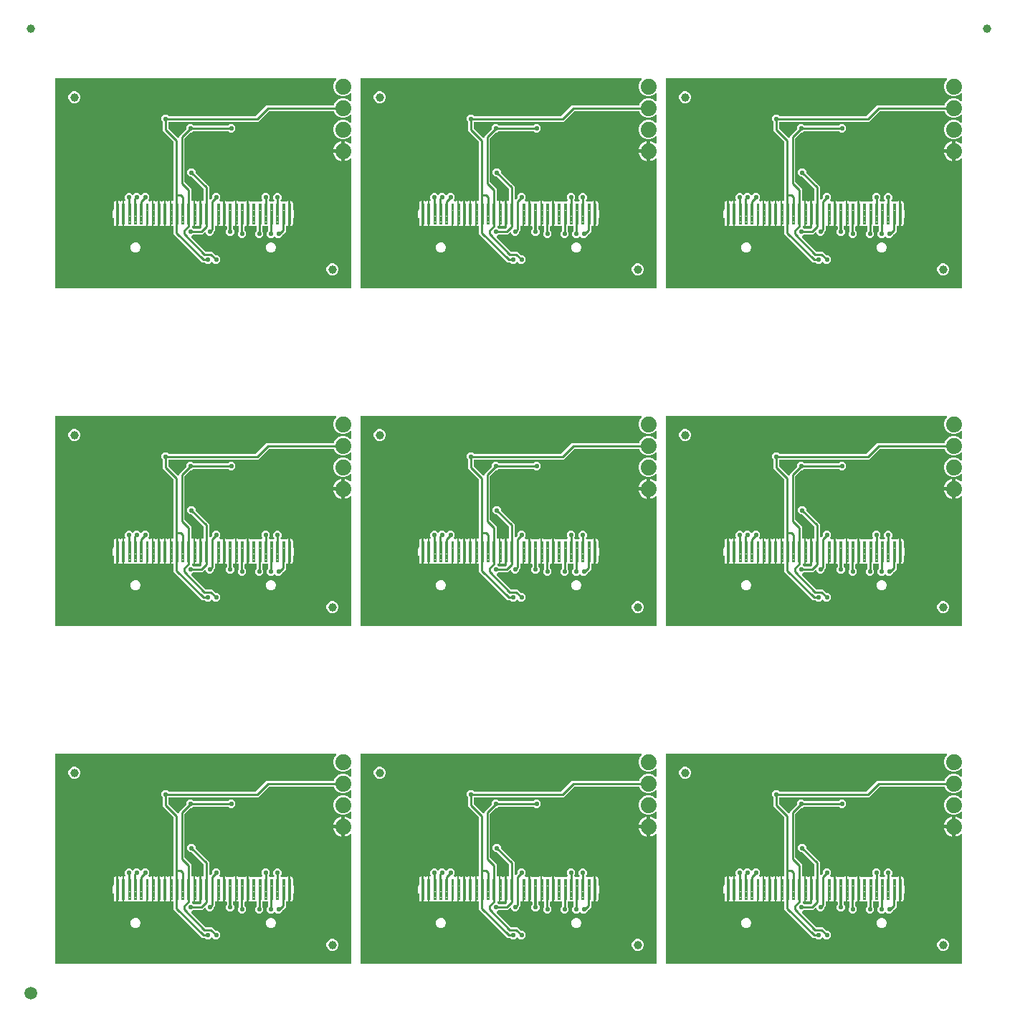
<source format=gbl>
G04 EAGLE Gerber RS-274X export*
G75*
%MOMM*%
%FSLAX34Y34*%
%LPD*%
%INBottom Copper*%
%IPPOS*%
%AMOC8*
5,1,8,0,0,1.08239X$1,22.5*%
G01*
%ADD10C,0.101500*%
%ADD11C,1.879600*%
%ADD12C,1.000000*%
%ADD13C,1.500000*%
%ADD14C,0.554000*%
%ADD15C,0.254000*%
%ADD16C,0.304800*%

G36*
X1072954Y458733D02*
X1072954Y458733D01*
X1073012Y458731D01*
X1073094Y458753D01*
X1073178Y458765D01*
X1073231Y458788D01*
X1073287Y458803D01*
X1073360Y458846D01*
X1073437Y458881D01*
X1073482Y458919D01*
X1073532Y458948D01*
X1073590Y459010D01*
X1073654Y459064D01*
X1073686Y459113D01*
X1073726Y459156D01*
X1073765Y459231D01*
X1073812Y459301D01*
X1073829Y459357D01*
X1073856Y459409D01*
X1073867Y459477D01*
X1073897Y459572D01*
X1073900Y459672D01*
X1073911Y459740D01*
X1073911Y611346D01*
X1073907Y611375D01*
X1073910Y611405D01*
X1073887Y611516D01*
X1073871Y611628D01*
X1073859Y611655D01*
X1073854Y611683D01*
X1073801Y611784D01*
X1073755Y611887D01*
X1073736Y611910D01*
X1073723Y611936D01*
X1073645Y612018D01*
X1073572Y612104D01*
X1073547Y612121D01*
X1073527Y612142D01*
X1073429Y612199D01*
X1073335Y612262D01*
X1073307Y612271D01*
X1073282Y612286D01*
X1073172Y612313D01*
X1073064Y612348D01*
X1073035Y612348D01*
X1073006Y612356D01*
X1072893Y612352D01*
X1072780Y612355D01*
X1072751Y612348D01*
X1072722Y612347D01*
X1072614Y612312D01*
X1072505Y612283D01*
X1072479Y612268D01*
X1072451Y612259D01*
X1072387Y612213D01*
X1072260Y612138D01*
X1072217Y612092D01*
X1072178Y612064D01*
X1072037Y611924D01*
X1070517Y610819D01*
X1068843Y609966D01*
X1067056Y609385D01*
X1066291Y609264D01*
X1066291Y620014D01*
X1066283Y620072D01*
X1066285Y620130D01*
X1066263Y620212D01*
X1066251Y620295D01*
X1066227Y620349D01*
X1066213Y620405D01*
X1066170Y620478D01*
X1066135Y620555D01*
X1066097Y620599D01*
X1066067Y620650D01*
X1066006Y620707D01*
X1065951Y620772D01*
X1065903Y620804D01*
X1065860Y620844D01*
X1065785Y620883D01*
X1065715Y620929D01*
X1065659Y620947D01*
X1065607Y620974D01*
X1065539Y620985D01*
X1065444Y621015D01*
X1065344Y621018D01*
X1065276Y621029D01*
X1064259Y621029D01*
X1064259Y621031D01*
X1065276Y621031D01*
X1065334Y621039D01*
X1065392Y621038D01*
X1065474Y621059D01*
X1065557Y621071D01*
X1065611Y621095D01*
X1065667Y621109D01*
X1065740Y621152D01*
X1065817Y621187D01*
X1065862Y621225D01*
X1065912Y621255D01*
X1065970Y621316D01*
X1066034Y621371D01*
X1066066Y621419D01*
X1066106Y621462D01*
X1066145Y621537D01*
X1066191Y621607D01*
X1066209Y621663D01*
X1066236Y621715D01*
X1066247Y621783D01*
X1066277Y621878D01*
X1066280Y621978D01*
X1066291Y622046D01*
X1066291Y632796D01*
X1067056Y632675D01*
X1068843Y632094D01*
X1070517Y631241D01*
X1072037Y630136D01*
X1072178Y629996D01*
X1072202Y629978D01*
X1072221Y629956D01*
X1072315Y629893D01*
X1072405Y629825D01*
X1072433Y629814D01*
X1072457Y629798D01*
X1072565Y629764D01*
X1072671Y629724D01*
X1072700Y629721D01*
X1072728Y629712D01*
X1072841Y629709D01*
X1072954Y629700D01*
X1072983Y629706D01*
X1073012Y629705D01*
X1073122Y629734D01*
X1073233Y629756D01*
X1073259Y629769D01*
X1073287Y629777D01*
X1073385Y629835D01*
X1073485Y629887D01*
X1073507Y629907D01*
X1073532Y629922D01*
X1073609Y630005D01*
X1073691Y630083D01*
X1073706Y630108D01*
X1073726Y630129D01*
X1073778Y630230D01*
X1073835Y630328D01*
X1073842Y630356D01*
X1073856Y630383D01*
X1073869Y630460D01*
X1073905Y630603D01*
X1073903Y630666D01*
X1073911Y630714D01*
X1073911Y637465D01*
X1073907Y637494D01*
X1073910Y637523D01*
X1073887Y637634D01*
X1073871Y637746D01*
X1073859Y637773D01*
X1073854Y637802D01*
X1073801Y637902D01*
X1073755Y638006D01*
X1073736Y638028D01*
X1073723Y638054D01*
X1073645Y638136D01*
X1073572Y638223D01*
X1073547Y638239D01*
X1073527Y638260D01*
X1073429Y638317D01*
X1073335Y638380D01*
X1073307Y638389D01*
X1073282Y638404D01*
X1073172Y638432D01*
X1073064Y638466D01*
X1073034Y638467D01*
X1073006Y638474D01*
X1072893Y638470D01*
X1072780Y638473D01*
X1072751Y638466D01*
X1072722Y638465D01*
X1072614Y638430D01*
X1072505Y638402D01*
X1072479Y638387D01*
X1072451Y638378D01*
X1072387Y638332D01*
X1072260Y638256D01*
X1072217Y638211D01*
X1072178Y638183D01*
X1070735Y636739D01*
X1066534Y634999D01*
X1061986Y634999D01*
X1057785Y636740D01*
X1054570Y639955D01*
X1052829Y644156D01*
X1052829Y648704D01*
X1054570Y652905D01*
X1057785Y656120D01*
X1061986Y657861D01*
X1066534Y657861D01*
X1070735Y656121D01*
X1072178Y654677D01*
X1072202Y654660D01*
X1072221Y654637D01*
X1072315Y654575D01*
X1072405Y654506D01*
X1072433Y654496D01*
X1072457Y654480D01*
X1072565Y654446D01*
X1072671Y654405D01*
X1072700Y654403D01*
X1072728Y654394D01*
X1072842Y654391D01*
X1072954Y654382D01*
X1072983Y654387D01*
X1073012Y654387D01*
X1073122Y654415D01*
X1073233Y654438D01*
X1073259Y654451D01*
X1073287Y654458D01*
X1073385Y654516D01*
X1073485Y654569D01*
X1073507Y654589D01*
X1073532Y654604D01*
X1073609Y654686D01*
X1073691Y654764D01*
X1073706Y654790D01*
X1073726Y654811D01*
X1073778Y654912D01*
X1073835Y655010D01*
X1073842Y655038D01*
X1073856Y655064D01*
X1073869Y655142D01*
X1073905Y655285D01*
X1073903Y655348D01*
X1073911Y655395D01*
X1073911Y662865D01*
X1073907Y662894D01*
X1073910Y662923D01*
X1073887Y663034D01*
X1073871Y663146D01*
X1073859Y663173D01*
X1073854Y663202D01*
X1073801Y663302D01*
X1073755Y663406D01*
X1073736Y663428D01*
X1073723Y663454D01*
X1073645Y663536D01*
X1073572Y663623D01*
X1073547Y663639D01*
X1073527Y663660D01*
X1073429Y663717D01*
X1073335Y663780D01*
X1073307Y663789D01*
X1073282Y663804D01*
X1073172Y663832D01*
X1073064Y663866D01*
X1073034Y663867D01*
X1073006Y663874D01*
X1072893Y663870D01*
X1072780Y663873D01*
X1072751Y663866D01*
X1072722Y663865D01*
X1072614Y663830D01*
X1072505Y663802D01*
X1072479Y663787D01*
X1072451Y663778D01*
X1072387Y663732D01*
X1072260Y663656D01*
X1072217Y663611D01*
X1072178Y663583D01*
X1070735Y662139D01*
X1066534Y660399D01*
X1061986Y660399D01*
X1057785Y662140D01*
X1054569Y665355D01*
X1053515Y667901D01*
X1053514Y667902D01*
X1053514Y667903D01*
X1053443Y668022D01*
X1053371Y668145D01*
X1053369Y668146D01*
X1053369Y668148D01*
X1053265Y668245D01*
X1053164Y668341D01*
X1053163Y668341D01*
X1053161Y668342D01*
X1053036Y668407D01*
X1052911Y668471D01*
X1052910Y668471D01*
X1052908Y668472D01*
X1052893Y668474D01*
X1052632Y668526D01*
X1052602Y668523D01*
X1052577Y668527D01*
X977149Y668527D01*
X977062Y668515D01*
X976975Y668512D01*
X976922Y668495D01*
X976867Y668487D01*
X976787Y668452D01*
X976704Y668425D01*
X976665Y668397D01*
X976608Y668371D01*
X976495Y668275D01*
X976431Y668230D01*
X966260Y658059D01*
X964028Y655827D01*
X859028Y655827D01*
X858970Y655819D01*
X858912Y655821D01*
X858830Y655799D01*
X858746Y655787D01*
X858693Y655764D01*
X858637Y655749D01*
X858564Y655706D01*
X858487Y655671D01*
X858442Y655633D01*
X858392Y655604D01*
X858334Y655542D01*
X858270Y655488D01*
X858238Y655439D01*
X858198Y655396D01*
X858159Y655321D01*
X858112Y655251D01*
X858095Y655195D01*
X858068Y655143D01*
X858057Y655075D01*
X858027Y654980D01*
X858024Y654880D01*
X858013Y654812D01*
X858013Y648219D01*
X858025Y648132D01*
X858028Y648045D01*
X858045Y647992D01*
X858053Y647937D01*
X858088Y647857D01*
X858115Y647774D01*
X858143Y647735D01*
X858169Y647678D01*
X858265Y647565D01*
X858310Y647501D01*
X868724Y637087D01*
X868748Y637069D01*
X868767Y637047D01*
X868861Y636984D01*
X868951Y636916D01*
X868979Y636905D01*
X869003Y636889D01*
X869111Y636855D01*
X869217Y636815D01*
X869246Y636812D01*
X869274Y636803D01*
X869388Y636800D01*
X869500Y636791D01*
X869529Y636797D01*
X869558Y636796D01*
X869668Y636825D01*
X869779Y636847D01*
X869805Y636860D01*
X869833Y636868D01*
X869931Y636926D01*
X870031Y636978D01*
X870053Y636998D01*
X870078Y637013D01*
X870155Y637096D01*
X870237Y637174D01*
X870252Y637199D01*
X870272Y637220D01*
X870324Y637321D01*
X870381Y637419D01*
X870388Y637447D01*
X870402Y637473D01*
X870415Y637551D01*
X870451Y637694D01*
X870449Y637757D01*
X870457Y637805D01*
X870457Y638908D01*
X878820Y647271D01*
X878872Y647340D01*
X878932Y647404D01*
X878958Y647454D01*
X878991Y647498D01*
X879022Y647580D01*
X879062Y647658D01*
X879070Y647705D01*
X879092Y647764D01*
X879104Y647911D01*
X879117Y647989D01*
X879117Y649689D01*
X881931Y652503D01*
X885909Y652503D01*
X887112Y651300D01*
X887182Y651248D01*
X887246Y651188D01*
X887295Y651162D01*
X887339Y651129D01*
X887421Y651098D01*
X887499Y651058D01*
X887546Y651050D01*
X887605Y651028D01*
X887753Y651016D01*
X887830Y651003D01*
X928270Y651003D01*
X928357Y651015D01*
X928444Y651018D01*
X928497Y651035D01*
X928552Y651043D01*
X928631Y651078D01*
X928715Y651105D01*
X928754Y651133D01*
X928811Y651159D01*
X928924Y651255D01*
X928988Y651300D01*
X930191Y652503D01*
X934169Y652503D01*
X936983Y649689D01*
X936983Y645711D01*
X934169Y642897D01*
X930191Y642897D01*
X928988Y644100D01*
X928918Y644152D01*
X928854Y644212D01*
X928805Y644238D01*
X928761Y644271D01*
X928679Y644302D01*
X928601Y644342D01*
X928554Y644350D01*
X928495Y644372D01*
X928347Y644384D01*
X928270Y644397D01*
X887830Y644397D01*
X887743Y644385D01*
X887656Y644382D01*
X887603Y644365D01*
X887548Y644357D01*
X887469Y644322D01*
X887385Y644295D01*
X887346Y644267D01*
X887289Y644241D01*
X887176Y644145D01*
X887112Y644100D01*
X885909Y642897D01*
X884209Y642897D01*
X884122Y642885D01*
X884035Y642882D01*
X883982Y642865D01*
X883927Y642857D01*
X883847Y642822D01*
X883764Y642795D01*
X883725Y642767D01*
X883668Y642741D01*
X883554Y642645D01*
X883491Y642600D01*
X877360Y636469D01*
X877308Y636400D01*
X877248Y636336D01*
X877222Y636286D01*
X877189Y636242D01*
X877158Y636160D01*
X877118Y636082D01*
X877110Y636035D01*
X877088Y635976D01*
X877076Y635829D01*
X877063Y635751D01*
X877063Y584719D01*
X877075Y584632D01*
X877078Y584545D01*
X877095Y584492D01*
X877103Y584437D01*
X877138Y584357D01*
X877165Y584274D01*
X877193Y584235D01*
X877219Y584178D01*
X877315Y584064D01*
X877360Y584001D01*
X884963Y576398D01*
X884963Y563144D01*
X884970Y563095D01*
X884967Y563047D01*
X884989Y562955D01*
X885003Y562862D01*
X885022Y562818D01*
X885034Y562770D01*
X885080Y562688D01*
X885119Y562603D01*
X885150Y562565D01*
X885174Y562523D01*
X885242Y562457D01*
X885302Y562386D01*
X885343Y562359D01*
X885378Y562325D01*
X885461Y562280D01*
X885539Y562228D01*
X885586Y562213D01*
X885629Y562190D01*
X885721Y562171D01*
X885810Y562142D01*
X885859Y562141D01*
X885907Y562131D01*
X885981Y562138D01*
X886094Y562135D01*
X886178Y562157D01*
X886241Y562163D01*
X887016Y562371D01*
X887645Y562371D01*
X887645Y547330D01*
X887645Y532289D01*
X887016Y532289D01*
X886833Y532338D01*
X886813Y532341D01*
X886795Y532348D01*
X886673Y532358D01*
X886551Y532373D01*
X886531Y532370D01*
X886512Y532371D01*
X886391Y532347D01*
X886270Y532328D01*
X886252Y532319D01*
X886233Y532315D01*
X886124Y532259D01*
X886013Y532206D01*
X885998Y532193D01*
X885981Y532184D01*
X885892Y532100D01*
X885799Y532019D01*
X885789Y532002D01*
X885775Y531989D01*
X885713Y531883D01*
X885646Y531779D01*
X885641Y531760D01*
X885631Y531743D01*
X885601Y531625D01*
X885566Y531506D01*
X885566Y531487D01*
X885561Y531468D01*
X885565Y531345D01*
X885564Y531222D01*
X885569Y531203D01*
X885570Y531184D01*
X885608Y531067D01*
X885641Y530948D01*
X885651Y530932D01*
X885657Y530913D01*
X885700Y530853D01*
X885791Y530707D01*
X885829Y530673D01*
X885852Y530640D01*
X887112Y529380D01*
X887182Y529328D01*
X887246Y529268D01*
X887295Y529242D01*
X887339Y529209D01*
X887421Y529178D01*
X887499Y529138D01*
X887546Y529130D01*
X887605Y529108D01*
X887753Y529096D01*
X887830Y529083D01*
X894831Y529083D01*
X894918Y529095D01*
X895005Y529098D01*
X895058Y529115D01*
X895113Y529123D01*
X895193Y529158D01*
X895276Y529185D01*
X895315Y529213D01*
X895372Y529239D01*
X895486Y529335D01*
X895549Y529380D01*
X896725Y530556D01*
X896743Y530580D01*
X896765Y530599D01*
X896828Y530693D01*
X896896Y530783D01*
X896907Y530811D01*
X896923Y530835D01*
X896957Y530943D01*
X896997Y531049D01*
X897000Y531078D01*
X897009Y531106D01*
X897012Y531220D01*
X897021Y531332D01*
X897015Y531361D01*
X897016Y531390D01*
X896987Y531500D01*
X896965Y531611D01*
X896952Y531637D01*
X896944Y531665D01*
X896886Y531763D01*
X896834Y531863D01*
X896814Y531885D01*
X896799Y531910D01*
X896716Y531987D01*
X896675Y532030D01*
X896675Y547330D01*
X896675Y562371D01*
X897304Y562371D01*
X898079Y562163D01*
X898128Y562157D01*
X898174Y562142D01*
X898268Y562140D01*
X898361Y562129D01*
X898410Y562136D01*
X898458Y562135D01*
X898549Y562159D01*
X898642Y562174D01*
X898686Y562195D01*
X898733Y562207D01*
X898814Y562255D01*
X898899Y562295D01*
X898936Y562327D01*
X898978Y562352D01*
X899042Y562421D01*
X899113Y562483D01*
X899139Y562524D01*
X899172Y562559D01*
X899215Y562643D01*
X899266Y562722D01*
X899280Y562769D01*
X899302Y562813D01*
X899314Y562886D01*
X899346Y562995D01*
X899347Y563082D01*
X899357Y563144D01*
X899357Y576371D01*
X899345Y576458D01*
X899342Y576545D01*
X899325Y576598D01*
X899317Y576653D01*
X899282Y576733D01*
X899255Y576816D01*
X899227Y576855D01*
X899201Y576912D01*
X899105Y577026D01*
X899060Y577089D01*
X885619Y590530D01*
X885550Y590582D01*
X885486Y590642D01*
X885436Y590668D01*
X885392Y590701D01*
X885310Y590732D01*
X885232Y590772D01*
X885185Y590780D01*
X885126Y590802D01*
X884979Y590814D01*
X884901Y590827D01*
X883201Y590827D01*
X880387Y593641D01*
X880387Y597619D01*
X883201Y600433D01*
X887179Y600433D01*
X889993Y597619D01*
X889993Y595919D01*
X890005Y595832D01*
X890008Y595745D01*
X890025Y595692D01*
X890033Y595637D01*
X890068Y595557D01*
X890095Y595474D01*
X890123Y595435D01*
X890149Y595378D01*
X890245Y595264D01*
X890290Y595201D01*
X905963Y579528D01*
X905963Y565105D01*
X905967Y565075D01*
X905964Y565046D01*
X905987Y564935D01*
X906003Y564823D01*
X906015Y564796D01*
X906020Y564767D01*
X906073Y564667D01*
X906119Y564564D01*
X906138Y564541D01*
X906151Y564515D01*
X906229Y564433D01*
X906302Y564347D01*
X906327Y564330D01*
X906347Y564309D01*
X906445Y564252D01*
X906539Y564189D01*
X906567Y564180D01*
X906592Y564165D01*
X906702Y564138D01*
X906810Y564103D01*
X906840Y564102D01*
X906868Y564095D01*
X906981Y564099D01*
X907094Y564096D01*
X907123Y564103D01*
X907152Y564104D01*
X907260Y564139D01*
X907369Y564168D01*
X907395Y564183D01*
X907423Y564192D01*
X907487Y564237D01*
X907614Y564313D01*
X907657Y564359D01*
X907696Y564387D01*
X909300Y565991D01*
X909352Y566061D01*
X909412Y566124D01*
X909438Y566174D01*
X909471Y566218D01*
X909502Y566300D01*
X909542Y566378D01*
X909550Y566425D01*
X909572Y566484D01*
X909584Y566631D01*
X909597Y566709D01*
X909597Y568409D01*
X912411Y571223D01*
X916389Y571223D01*
X919203Y568409D01*
X919203Y564431D01*
X918632Y563859D01*
X918608Y563828D01*
X918579Y563802D01*
X918523Y563715D01*
X918461Y563632D01*
X918447Y563596D01*
X918426Y563563D01*
X918396Y563463D01*
X918359Y563367D01*
X918356Y563328D01*
X918345Y563290D01*
X918345Y563187D01*
X918336Y563083D01*
X918344Y563045D01*
X918343Y563006D01*
X918371Y562906D01*
X918392Y562805D01*
X918410Y562770D01*
X918420Y562732D01*
X918475Y562644D01*
X918523Y562552D01*
X918550Y562524D01*
X918570Y562491D01*
X918647Y562421D01*
X918719Y562346D01*
X918752Y562326D01*
X918781Y562300D01*
X918852Y562268D01*
X918964Y562202D01*
X919036Y562184D01*
X919067Y562170D01*
X919652Y561832D01*
X919725Y561803D01*
X919792Y561765D01*
X919856Y561750D01*
X919916Y561726D01*
X919994Y561718D01*
X920069Y561700D01*
X920134Y561703D01*
X920199Y561697D01*
X920276Y561711D01*
X920353Y561715D01*
X920405Y561734D01*
X920479Y561747D01*
X920595Y561805D01*
X920668Y561832D01*
X921241Y562163D01*
X922016Y562371D01*
X922645Y562371D01*
X922645Y547330D01*
X922645Y532289D01*
X922016Y532289D01*
X921241Y532497D01*
X920668Y532828D01*
X920595Y532857D01*
X920528Y532895D01*
X920464Y532910D01*
X920404Y532934D01*
X920327Y532942D01*
X920251Y532960D01*
X920186Y532957D01*
X920121Y532963D01*
X920045Y532949D01*
X919967Y532945D01*
X919915Y532926D01*
X919841Y532913D01*
X919725Y532855D01*
X919652Y532828D01*
X919079Y532497D01*
X918304Y532289D01*
X917675Y532289D01*
X917675Y547330D01*
X917667Y547388D01*
X917669Y547446D01*
X917647Y547528D01*
X917636Y547611D01*
X917612Y547665D01*
X917597Y547721D01*
X917554Y547794D01*
X917519Y547871D01*
X917482Y547915D01*
X917452Y547965D01*
X917390Y548023D01*
X917336Y548088D01*
X917287Y548120D01*
X917244Y548160D01*
X917169Y548198D01*
X917099Y548245D01*
X917043Y548263D01*
X916991Y548289D01*
X916923Y548301D01*
X916828Y548331D01*
X916728Y548334D01*
X916660Y548345D01*
X916602Y548337D01*
X916544Y548338D01*
X916543Y548338D01*
X916462Y548317D01*
X916378Y548305D01*
X916325Y548281D01*
X916268Y548266D01*
X916196Y548223D01*
X916119Y548189D01*
X916074Y548151D01*
X916024Y548121D01*
X915966Y548060D01*
X915902Y548005D01*
X915870Y547957D01*
X915829Y547914D01*
X915791Y547839D01*
X915744Y547769D01*
X915727Y547713D01*
X915700Y547661D01*
X915689Y547593D01*
X915659Y547498D01*
X915656Y547398D01*
X915645Y547330D01*
X915645Y532289D01*
X915016Y532289D01*
X914241Y532497D01*
X914192Y532503D01*
X914146Y532518D01*
X914052Y532520D01*
X913959Y532531D01*
X913910Y532524D01*
X913862Y532525D01*
X913771Y532501D01*
X913678Y532486D01*
X913634Y532465D01*
X913587Y532453D01*
X913506Y532405D01*
X913421Y532365D01*
X913384Y532333D01*
X913342Y532308D01*
X913278Y532239D01*
X913207Y532177D01*
X913181Y532136D01*
X913148Y532101D01*
X913105Y532017D01*
X913054Y531938D01*
X913040Y531891D01*
X913018Y531847D01*
X913006Y531774D01*
X912974Y531665D01*
X912973Y531578D01*
X912963Y531516D01*
X912963Y527292D01*
X911880Y526209D01*
X911828Y526140D01*
X911768Y526076D01*
X911742Y526026D01*
X911709Y525982D01*
X911678Y525900D01*
X911638Y525822D01*
X911630Y525775D01*
X911608Y525716D01*
X911596Y525569D01*
X911583Y525491D01*
X911583Y523791D01*
X908769Y520977D01*
X904791Y520977D01*
X901977Y523791D01*
X901977Y524015D01*
X901973Y524045D01*
X901976Y524074D01*
X901953Y524185D01*
X901937Y524297D01*
X901925Y524324D01*
X901920Y524352D01*
X901868Y524453D01*
X901821Y524556D01*
X901802Y524579D01*
X901789Y524605D01*
X901711Y524687D01*
X901638Y524773D01*
X901613Y524790D01*
X901593Y524811D01*
X901495Y524868D01*
X901401Y524931D01*
X901373Y524940D01*
X901348Y524955D01*
X901238Y524983D01*
X901130Y525017D01*
X901100Y525018D01*
X901072Y525025D01*
X900959Y525021D01*
X900846Y525024D01*
X900817Y525017D01*
X900788Y525016D01*
X900680Y524981D01*
X900571Y524952D01*
X900545Y524937D01*
X900517Y524928D01*
X900454Y524883D01*
X900326Y524807D01*
X900306Y524785D01*
X900302Y524783D01*
X900279Y524758D01*
X900244Y524733D01*
X900220Y524709D01*
X897988Y522477D01*
X887830Y522477D01*
X887743Y522465D01*
X887656Y522462D01*
X887603Y522445D01*
X887548Y522437D01*
X887469Y522402D01*
X887385Y522375D01*
X887346Y522347D01*
X887289Y522321D01*
X887176Y522225D01*
X887112Y522180D01*
X885909Y520977D01*
X885685Y520977D01*
X885655Y520973D01*
X885626Y520976D01*
X885515Y520953D01*
X885403Y520937D01*
X885376Y520925D01*
X885348Y520920D01*
X885247Y520868D01*
X885144Y520821D01*
X885121Y520802D01*
X885095Y520789D01*
X885013Y520711D01*
X884927Y520638D01*
X884910Y520613D01*
X884889Y520593D01*
X884832Y520495D01*
X884769Y520401D01*
X884760Y520373D01*
X884745Y520348D01*
X884717Y520238D01*
X884683Y520130D01*
X884682Y520100D01*
X884675Y520072D01*
X884679Y519959D01*
X884676Y519846D01*
X884683Y519817D01*
X884684Y519788D01*
X884719Y519680D01*
X884748Y519571D01*
X884763Y519545D01*
X884772Y519517D01*
X884817Y519454D01*
X884893Y519326D01*
X884939Y519283D01*
X884967Y519244D01*
X901501Y502710D01*
X901571Y502658D01*
X901634Y502598D01*
X901684Y502572D01*
X901728Y502539D01*
X901810Y502508D01*
X901888Y502468D01*
X901935Y502460D01*
X901994Y502438D01*
X902141Y502426D01*
X902219Y502413D01*
X909418Y502413D01*
X913971Y497860D01*
X914040Y497808D01*
X914104Y497748D01*
X914154Y497722D01*
X914198Y497689D01*
X914280Y497658D01*
X914358Y497618D01*
X914405Y497610D01*
X914464Y497588D01*
X914611Y497576D01*
X914689Y497563D01*
X916389Y497563D01*
X919203Y494749D01*
X919203Y490771D01*
X916389Y487957D01*
X912411Y487957D01*
X910038Y490330D01*
X909991Y490365D01*
X909951Y490408D01*
X909878Y490450D01*
X909811Y490501D01*
X909756Y490522D01*
X909706Y490551D01*
X909624Y490572D01*
X909545Y490602D01*
X909487Y490607D01*
X909430Y490621D01*
X909346Y490619D01*
X909262Y490626D01*
X909204Y490614D01*
X909146Y490612D01*
X909066Y490586D01*
X908983Y490570D01*
X908931Y490543D01*
X908875Y490525D01*
X908819Y490485D01*
X908731Y490439D01*
X908658Y490370D01*
X908602Y490330D01*
X906229Y487957D01*
X902251Y487957D01*
X901048Y489160D01*
X900978Y489212D01*
X900914Y489272D01*
X900865Y489298D01*
X900821Y489331D01*
X900739Y489362D01*
X900661Y489402D01*
X900614Y489410D01*
X900555Y489432D01*
X900407Y489444D01*
X900330Y489457D01*
X897792Y489457D01*
X864357Y522892D01*
X864357Y531516D01*
X864350Y531565D01*
X864353Y531613D01*
X864331Y531705D01*
X864317Y531798D01*
X864298Y531842D01*
X864286Y531890D01*
X864240Y531972D01*
X864201Y532057D01*
X864170Y532095D01*
X864146Y532137D01*
X864078Y532203D01*
X864018Y532274D01*
X863977Y532301D01*
X863942Y532335D01*
X863859Y532380D01*
X863781Y532432D01*
X863734Y532447D01*
X863691Y532470D01*
X863599Y532489D01*
X863510Y532518D01*
X863461Y532519D01*
X863413Y532529D01*
X863339Y532522D01*
X863226Y532525D01*
X863142Y532503D01*
X863079Y532497D01*
X862304Y532289D01*
X861675Y532289D01*
X861675Y547330D01*
X861675Y562371D01*
X862304Y562371D01*
X863079Y562163D01*
X863128Y562157D01*
X863174Y562142D01*
X863268Y562140D01*
X863361Y562129D01*
X863410Y562136D01*
X863458Y562135D01*
X863549Y562159D01*
X863642Y562174D01*
X863686Y562195D01*
X863733Y562207D01*
X863814Y562255D01*
X863899Y562295D01*
X863936Y562327D01*
X863978Y562352D01*
X864042Y562421D01*
X864113Y562483D01*
X864139Y562524D01*
X864172Y562559D01*
X864215Y562643D01*
X864266Y562722D01*
X864280Y562769D01*
X864302Y562813D01*
X864314Y562886D01*
X864346Y562995D01*
X864347Y563082D01*
X864357Y563144D01*
X864357Y631691D01*
X864345Y631778D01*
X864342Y631865D01*
X864325Y631918D01*
X864317Y631973D01*
X864282Y632053D01*
X864255Y632136D01*
X864227Y632175D01*
X864201Y632232D01*
X864105Y632346D01*
X864060Y632409D01*
X851407Y645062D01*
X851407Y655220D01*
X851395Y655307D01*
X851392Y655394D01*
X851375Y655447D01*
X851367Y655502D01*
X851332Y655581D01*
X851305Y655665D01*
X851277Y655704D01*
X851251Y655761D01*
X851155Y655874D01*
X851110Y655938D01*
X849907Y657141D01*
X849907Y661119D01*
X852721Y663933D01*
X856699Y663933D01*
X857902Y662730D01*
X857972Y662678D01*
X858036Y662618D01*
X858085Y662592D01*
X858129Y662559D01*
X858211Y662528D01*
X858289Y662488D01*
X858336Y662480D01*
X858395Y662458D01*
X858543Y662446D01*
X858620Y662433D01*
X960871Y662433D01*
X960958Y662445D01*
X961045Y662448D01*
X961098Y662465D01*
X961153Y662473D01*
X961233Y662508D01*
X961316Y662535D01*
X961355Y662563D01*
X961412Y662589D01*
X961526Y662685D01*
X961589Y662730D01*
X971760Y672901D01*
X973992Y675133D01*
X1052577Y675133D01*
X1052579Y675133D01*
X1052580Y675133D01*
X1052720Y675153D01*
X1052859Y675173D01*
X1052860Y675173D01*
X1052862Y675173D01*
X1052988Y675230D01*
X1053118Y675289D01*
X1053119Y675290D01*
X1053121Y675291D01*
X1053228Y675382D01*
X1053335Y675472D01*
X1053336Y675474D01*
X1053337Y675475D01*
X1053345Y675488D01*
X1053493Y675709D01*
X1053502Y675738D01*
X1053515Y675759D01*
X1054569Y678305D01*
X1057785Y681520D01*
X1061986Y683261D01*
X1066534Y683261D01*
X1070735Y681521D01*
X1072178Y680077D01*
X1072202Y680060D01*
X1072221Y680037D01*
X1072315Y679975D01*
X1072405Y679906D01*
X1072433Y679896D01*
X1072457Y679880D01*
X1072565Y679846D01*
X1072671Y679805D01*
X1072700Y679803D01*
X1072728Y679794D01*
X1072842Y679791D01*
X1072954Y679782D01*
X1072983Y679787D01*
X1073012Y679787D01*
X1073122Y679815D01*
X1073233Y679838D01*
X1073259Y679851D01*
X1073287Y679858D01*
X1073385Y679916D01*
X1073485Y679969D01*
X1073507Y679989D01*
X1073532Y680004D01*
X1073609Y680086D01*
X1073691Y680164D01*
X1073706Y680190D01*
X1073726Y680211D01*
X1073778Y680312D01*
X1073835Y680410D01*
X1073842Y680438D01*
X1073856Y680464D01*
X1073869Y680542D01*
X1073905Y680685D01*
X1073903Y680748D01*
X1073911Y680795D01*
X1073911Y688265D01*
X1073907Y688294D01*
X1073910Y688323D01*
X1073887Y688434D01*
X1073871Y688546D01*
X1073859Y688573D01*
X1073854Y688602D01*
X1073801Y688702D01*
X1073755Y688806D01*
X1073736Y688828D01*
X1073723Y688854D01*
X1073645Y688936D01*
X1073572Y689023D01*
X1073547Y689039D01*
X1073527Y689060D01*
X1073429Y689117D01*
X1073335Y689180D01*
X1073307Y689189D01*
X1073282Y689204D01*
X1073172Y689232D01*
X1073064Y689266D01*
X1073034Y689267D01*
X1073006Y689274D01*
X1072893Y689270D01*
X1072780Y689273D01*
X1072751Y689266D01*
X1072722Y689265D01*
X1072614Y689230D01*
X1072505Y689202D01*
X1072479Y689187D01*
X1072451Y689178D01*
X1072387Y689132D01*
X1072260Y689056D01*
X1072217Y689011D01*
X1072178Y688983D01*
X1070735Y687539D01*
X1066534Y685799D01*
X1061986Y685799D01*
X1057785Y687540D01*
X1054570Y690755D01*
X1052829Y694956D01*
X1052829Y699504D01*
X1054570Y703705D01*
X1056267Y705402D01*
X1056284Y705426D01*
X1056307Y705445D01*
X1056370Y705539D01*
X1056438Y705629D01*
X1056448Y705657D01*
X1056464Y705681D01*
X1056498Y705789D01*
X1056539Y705895D01*
X1056541Y705924D01*
X1056550Y705952D01*
X1056553Y706066D01*
X1056562Y706178D01*
X1056557Y706207D01*
X1056557Y706236D01*
X1056529Y706346D01*
X1056506Y706457D01*
X1056493Y706483D01*
X1056485Y706511D01*
X1056428Y706609D01*
X1056375Y706709D01*
X1056355Y706731D01*
X1056340Y706756D01*
X1056258Y706833D01*
X1056180Y706915D01*
X1056154Y706930D01*
X1056133Y706950D01*
X1056032Y707002D01*
X1055934Y707059D01*
X1055906Y707066D01*
X1055880Y707080D01*
X1055802Y707093D01*
X1055659Y707129D01*
X1055596Y707127D01*
X1055549Y707135D01*
X1028097Y707135D01*
X1028011Y707123D01*
X1027923Y707120D01*
X1027871Y707103D01*
X1027816Y707095D01*
X1027736Y707060D01*
X1027653Y707033D01*
X1027613Y707005D01*
X1027556Y706979D01*
X1027443Y706883D01*
X1027440Y706881D01*
X770883Y706881D01*
X770871Y706890D01*
X770807Y706950D01*
X770758Y706976D01*
X770713Y707009D01*
X770632Y707040D01*
X770554Y707080D01*
X770506Y707088D01*
X770448Y707110D01*
X770300Y707122D01*
X770223Y707135D01*
X725424Y707135D01*
X725366Y707127D01*
X725308Y707129D01*
X725226Y707107D01*
X725142Y707095D01*
X725089Y707072D01*
X725033Y707057D01*
X724960Y707014D01*
X724883Y706979D01*
X724838Y706941D01*
X724788Y706912D01*
X724730Y706850D01*
X724666Y706796D01*
X724634Y706747D01*
X724594Y706704D01*
X724555Y706629D01*
X724508Y706559D01*
X724491Y706503D01*
X724464Y706451D01*
X724453Y706383D01*
X724423Y706288D01*
X724420Y706188D01*
X724409Y706120D01*
X724409Y459740D01*
X724417Y459682D01*
X724415Y459624D01*
X724437Y459542D01*
X724449Y459459D01*
X724472Y459405D01*
X724487Y459349D01*
X724530Y459276D01*
X724565Y459199D01*
X724603Y459154D01*
X724632Y459104D01*
X724694Y459046D01*
X724748Y458982D01*
X724797Y458950D01*
X724840Y458910D01*
X724915Y458871D01*
X724985Y458825D01*
X725041Y458807D01*
X725093Y458780D01*
X725161Y458769D01*
X725256Y458739D01*
X725356Y458736D01*
X725424Y458725D01*
X770223Y458725D01*
X770309Y458737D01*
X770397Y458740D01*
X770449Y458757D01*
X770504Y458765D01*
X770584Y458800D01*
X770667Y458827D01*
X770706Y458855D01*
X770764Y458881D01*
X770877Y458977D01*
X770880Y458979D01*
X1027437Y458979D01*
X1027449Y458970D01*
X1027513Y458910D01*
X1027562Y458884D01*
X1027607Y458851D01*
X1027688Y458820D01*
X1027766Y458780D01*
X1027814Y458772D01*
X1027872Y458750D01*
X1028020Y458738D01*
X1028097Y458725D01*
X1072896Y458725D01*
X1072954Y458733D01*
G37*
G36*
X351594Y59953D02*
X351594Y59953D01*
X351652Y59951D01*
X351734Y59973D01*
X351818Y59985D01*
X351871Y60008D01*
X351927Y60023D01*
X352000Y60066D01*
X352077Y60101D01*
X352122Y60139D01*
X352172Y60168D01*
X352230Y60230D01*
X352294Y60284D01*
X352326Y60333D01*
X352366Y60376D01*
X352405Y60451D01*
X352452Y60521D01*
X352469Y60577D01*
X352496Y60629D01*
X352507Y60697D01*
X352537Y60792D01*
X352540Y60892D01*
X352551Y60960D01*
X352551Y212566D01*
X352547Y212595D01*
X352550Y212625D01*
X352527Y212736D01*
X352511Y212848D01*
X352499Y212875D01*
X352494Y212903D01*
X352441Y213004D01*
X352395Y213107D01*
X352376Y213130D01*
X352363Y213156D01*
X352285Y213238D01*
X352212Y213324D01*
X352187Y213341D01*
X352167Y213362D01*
X352069Y213419D01*
X351975Y213482D01*
X351947Y213491D01*
X351922Y213506D01*
X351812Y213533D01*
X351704Y213568D01*
X351675Y213568D01*
X351646Y213576D01*
X351533Y213572D01*
X351420Y213575D01*
X351391Y213568D01*
X351362Y213567D01*
X351254Y213532D01*
X351145Y213503D01*
X351119Y213488D01*
X351091Y213479D01*
X351027Y213433D01*
X350900Y213358D01*
X350857Y213312D01*
X350818Y213284D01*
X350677Y213144D01*
X349157Y212039D01*
X347483Y211186D01*
X345696Y210605D01*
X344931Y210484D01*
X344931Y221234D01*
X344923Y221292D01*
X344925Y221350D01*
X344903Y221432D01*
X344891Y221515D01*
X344867Y221569D01*
X344853Y221625D01*
X344810Y221698D01*
X344775Y221775D01*
X344737Y221819D01*
X344707Y221870D01*
X344646Y221927D01*
X344591Y221992D01*
X344543Y222024D01*
X344500Y222064D01*
X344425Y222103D01*
X344355Y222149D01*
X344299Y222167D01*
X344247Y222194D01*
X344179Y222205D01*
X344084Y222235D01*
X343984Y222238D01*
X343916Y222249D01*
X342899Y222249D01*
X342899Y222251D01*
X343916Y222251D01*
X343974Y222259D01*
X344032Y222258D01*
X344114Y222279D01*
X344197Y222291D01*
X344251Y222315D01*
X344307Y222329D01*
X344380Y222372D01*
X344457Y222407D01*
X344502Y222445D01*
X344552Y222475D01*
X344610Y222536D01*
X344674Y222591D01*
X344706Y222639D01*
X344746Y222682D01*
X344785Y222757D01*
X344831Y222827D01*
X344849Y222883D01*
X344876Y222935D01*
X344887Y223003D01*
X344917Y223098D01*
X344920Y223198D01*
X344931Y223266D01*
X344931Y234016D01*
X345696Y233895D01*
X347483Y233314D01*
X349157Y232461D01*
X350677Y231356D01*
X350818Y231216D01*
X350842Y231198D01*
X350861Y231176D01*
X350955Y231113D01*
X351045Y231045D01*
X351073Y231034D01*
X351097Y231018D01*
X351205Y230984D01*
X351311Y230944D01*
X351340Y230941D01*
X351368Y230932D01*
X351481Y230929D01*
X351594Y230920D01*
X351623Y230926D01*
X351652Y230925D01*
X351762Y230954D01*
X351873Y230976D01*
X351899Y230989D01*
X351927Y230997D01*
X352025Y231055D01*
X352125Y231107D01*
X352147Y231127D01*
X352172Y231142D01*
X352249Y231225D01*
X352331Y231303D01*
X352346Y231328D01*
X352366Y231349D01*
X352418Y231450D01*
X352475Y231548D01*
X352482Y231576D01*
X352496Y231603D01*
X352509Y231680D01*
X352545Y231823D01*
X352543Y231886D01*
X352551Y231934D01*
X352551Y238685D01*
X352547Y238714D01*
X352550Y238743D01*
X352527Y238854D01*
X352511Y238966D01*
X352499Y238993D01*
X352494Y239022D01*
X352441Y239122D01*
X352395Y239226D01*
X352376Y239248D01*
X352363Y239274D01*
X352285Y239356D01*
X352212Y239443D01*
X352187Y239459D01*
X352167Y239480D01*
X352069Y239537D01*
X351975Y239600D01*
X351947Y239609D01*
X351922Y239624D01*
X351812Y239652D01*
X351704Y239686D01*
X351674Y239687D01*
X351646Y239694D01*
X351533Y239690D01*
X351420Y239693D01*
X351391Y239686D01*
X351362Y239685D01*
X351254Y239650D01*
X351145Y239622D01*
X351119Y239607D01*
X351091Y239598D01*
X351027Y239552D01*
X350900Y239476D01*
X350857Y239431D01*
X350818Y239403D01*
X349375Y237959D01*
X345174Y236219D01*
X340626Y236219D01*
X336425Y237960D01*
X333210Y241175D01*
X331469Y245376D01*
X331469Y249924D01*
X333210Y254125D01*
X336425Y257340D01*
X340626Y259081D01*
X345174Y259081D01*
X349375Y257341D01*
X350818Y255897D01*
X350842Y255880D01*
X350861Y255857D01*
X350955Y255795D01*
X351045Y255726D01*
X351073Y255716D01*
X351097Y255700D01*
X351205Y255666D01*
X351311Y255625D01*
X351340Y255623D01*
X351368Y255614D01*
X351482Y255611D01*
X351594Y255602D01*
X351623Y255607D01*
X351652Y255607D01*
X351762Y255635D01*
X351873Y255658D01*
X351899Y255671D01*
X351927Y255678D01*
X352025Y255736D01*
X352125Y255789D01*
X352147Y255809D01*
X352172Y255824D01*
X352249Y255906D01*
X352331Y255984D01*
X352346Y256010D01*
X352366Y256031D01*
X352418Y256132D01*
X352475Y256230D01*
X352482Y256258D01*
X352496Y256284D01*
X352509Y256362D01*
X352545Y256505D01*
X352543Y256568D01*
X352551Y256615D01*
X352551Y264085D01*
X352547Y264114D01*
X352550Y264143D01*
X352527Y264254D01*
X352511Y264366D01*
X352499Y264393D01*
X352494Y264422D01*
X352441Y264522D01*
X352395Y264626D01*
X352376Y264648D01*
X352363Y264674D01*
X352285Y264756D01*
X352212Y264843D01*
X352187Y264859D01*
X352167Y264880D01*
X352069Y264937D01*
X351975Y265000D01*
X351947Y265009D01*
X351922Y265024D01*
X351812Y265052D01*
X351704Y265086D01*
X351674Y265087D01*
X351646Y265094D01*
X351533Y265090D01*
X351420Y265093D01*
X351391Y265086D01*
X351362Y265085D01*
X351254Y265050D01*
X351145Y265022D01*
X351119Y265007D01*
X351091Y264998D01*
X351027Y264952D01*
X350900Y264876D01*
X350857Y264831D01*
X350818Y264803D01*
X349375Y263359D01*
X345174Y261619D01*
X340626Y261619D01*
X336425Y263360D01*
X333209Y266575D01*
X332155Y269121D01*
X332154Y269122D01*
X332154Y269123D01*
X332083Y269242D01*
X332011Y269365D01*
X332009Y269366D01*
X332009Y269368D01*
X331905Y269465D01*
X331804Y269561D01*
X331803Y269561D01*
X331801Y269562D01*
X331676Y269627D01*
X331551Y269691D01*
X331550Y269691D01*
X331548Y269692D01*
X331533Y269694D01*
X331272Y269746D01*
X331242Y269743D01*
X331217Y269747D01*
X255789Y269747D01*
X255702Y269735D01*
X255615Y269732D01*
X255562Y269715D01*
X255507Y269707D01*
X255427Y269672D01*
X255344Y269645D01*
X255305Y269617D01*
X255248Y269591D01*
X255134Y269495D01*
X255071Y269450D01*
X242668Y257047D01*
X137668Y257047D01*
X137610Y257039D01*
X137552Y257041D01*
X137470Y257019D01*
X137386Y257007D01*
X137333Y256984D01*
X137277Y256969D01*
X137204Y256926D01*
X137127Y256891D01*
X137082Y256853D01*
X137032Y256824D01*
X136974Y256762D01*
X136910Y256708D01*
X136878Y256659D01*
X136838Y256616D01*
X136799Y256541D01*
X136752Y256471D01*
X136735Y256415D01*
X136708Y256363D01*
X136697Y256295D01*
X136667Y256200D01*
X136664Y256100D01*
X136653Y256032D01*
X136653Y249439D01*
X136665Y249352D01*
X136668Y249265D01*
X136685Y249212D01*
X136693Y249157D01*
X136728Y249077D01*
X136755Y248994D01*
X136783Y248955D01*
X136809Y248898D01*
X136905Y248785D01*
X136950Y248721D01*
X147364Y238307D01*
X147388Y238289D01*
X147407Y238267D01*
X147501Y238204D01*
X147591Y238136D01*
X147619Y238125D01*
X147643Y238109D01*
X147751Y238075D01*
X147857Y238035D01*
X147886Y238032D01*
X147914Y238023D01*
X148028Y238020D01*
X148140Y238011D01*
X148169Y238017D01*
X148198Y238016D01*
X148308Y238045D01*
X148419Y238067D01*
X148445Y238080D01*
X148473Y238088D01*
X148571Y238146D01*
X148671Y238198D01*
X148693Y238218D01*
X148718Y238233D01*
X148795Y238316D01*
X148877Y238394D01*
X148892Y238419D01*
X148912Y238440D01*
X148964Y238541D01*
X149021Y238639D01*
X149028Y238667D01*
X149042Y238693D01*
X149055Y238771D01*
X149091Y238914D01*
X149089Y238977D01*
X149097Y239025D01*
X149097Y240128D01*
X157460Y248491D01*
X157512Y248560D01*
X157572Y248624D01*
X157598Y248674D01*
X157631Y248718D01*
X157662Y248800D01*
X157702Y248878D01*
X157710Y248925D01*
X157732Y248984D01*
X157744Y249131D01*
X157757Y249209D01*
X157757Y250909D01*
X160571Y253723D01*
X164549Y253723D01*
X165752Y252520D01*
X165822Y252468D01*
X165886Y252408D01*
X165935Y252382D01*
X165979Y252349D01*
X166061Y252318D01*
X166139Y252278D01*
X166186Y252270D01*
X166245Y252248D01*
X166393Y252236D01*
X166470Y252223D01*
X206910Y252223D01*
X206997Y252235D01*
X207084Y252238D01*
X207137Y252255D01*
X207192Y252263D01*
X207271Y252298D01*
X207355Y252325D01*
X207394Y252353D01*
X207451Y252379D01*
X207564Y252475D01*
X207628Y252520D01*
X208831Y253723D01*
X212809Y253723D01*
X215623Y250909D01*
X215623Y246931D01*
X212809Y244117D01*
X208831Y244117D01*
X207628Y245320D01*
X207558Y245372D01*
X207494Y245432D01*
X207445Y245458D01*
X207401Y245491D01*
X207319Y245522D01*
X207241Y245562D01*
X207194Y245570D01*
X207135Y245592D01*
X206987Y245604D01*
X206910Y245617D01*
X166470Y245617D01*
X166383Y245605D01*
X166296Y245602D01*
X166243Y245585D01*
X166188Y245577D01*
X166109Y245542D01*
X166025Y245515D01*
X165986Y245487D01*
X165929Y245461D01*
X165816Y245365D01*
X165752Y245320D01*
X164549Y244117D01*
X162849Y244117D01*
X162762Y244105D01*
X162675Y244102D01*
X162622Y244085D01*
X162567Y244077D01*
X162487Y244042D01*
X162404Y244015D01*
X162365Y243987D01*
X162308Y243961D01*
X162194Y243865D01*
X162131Y243820D01*
X156000Y237689D01*
X155948Y237620D01*
X155888Y237556D01*
X155862Y237506D01*
X155829Y237462D01*
X155798Y237380D01*
X155758Y237302D01*
X155750Y237255D01*
X155728Y237196D01*
X155716Y237049D01*
X155703Y236971D01*
X155703Y185939D01*
X155715Y185852D01*
X155718Y185765D01*
X155735Y185712D01*
X155743Y185657D01*
X155778Y185577D01*
X155805Y185494D01*
X155833Y185455D01*
X155859Y185398D01*
X155955Y185284D01*
X156000Y185221D01*
X163603Y177618D01*
X163603Y164364D01*
X163610Y164315D01*
X163607Y164267D01*
X163629Y164175D01*
X163643Y164082D01*
X163662Y164038D01*
X163674Y163990D01*
X163720Y163908D01*
X163759Y163823D01*
X163790Y163785D01*
X163814Y163743D01*
X163882Y163677D01*
X163942Y163606D01*
X163983Y163579D01*
X164018Y163545D01*
X164101Y163500D01*
X164179Y163448D01*
X164226Y163433D01*
X164269Y163410D01*
X164361Y163391D01*
X164450Y163362D01*
X164499Y163361D01*
X164547Y163351D01*
X164621Y163358D01*
X164734Y163355D01*
X164818Y163377D01*
X164881Y163383D01*
X165656Y163591D01*
X166285Y163591D01*
X166285Y148550D01*
X166285Y133509D01*
X165656Y133509D01*
X165473Y133558D01*
X165453Y133561D01*
X165435Y133568D01*
X165313Y133578D01*
X165191Y133593D01*
X165171Y133590D01*
X165152Y133591D01*
X165031Y133567D01*
X164910Y133548D01*
X164892Y133539D01*
X164873Y133535D01*
X164764Y133479D01*
X164653Y133426D01*
X164638Y133413D01*
X164621Y133404D01*
X164532Y133320D01*
X164439Y133239D01*
X164429Y133222D01*
X164415Y133209D01*
X164353Y133103D01*
X164286Y132999D01*
X164281Y132980D01*
X164271Y132963D01*
X164241Y132845D01*
X164206Y132726D01*
X164206Y132707D01*
X164201Y132688D01*
X164205Y132565D01*
X164204Y132442D01*
X164209Y132423D01*
X164210Y132404D01*
X164248Y132287D01*
X164281Y132168D01*
X164291Y132152D01*
X164297Y132133D01*
X164340Y132073D01*
X164431Y131927D01*
X164469Y131893D01*
X164492Y131860D01*
X165752Y130600D01*
X165822Y130548D01*
X165886Y130488D01*
X165935Y130462D01*
X165979Y130429D01*
X166061Y130398D01*
X166139Y130358D01*
X166186Y130350D01*
X166245Y130328D01*
X166393Y130316D01*
X166470Y130303D01*
X173471Y130303D01*
X173558Y130315D01*
X173645Y130318D01*
X173698Y130335D01*
X173753Y130343D01*
X173833Y130378D01*
X173916Y130405D01*
X173955Y130433D01*
X174012Y130459D01*
X174125Y130555D01*
X174189Y130600D01*
X175365Y131776D01*
X175383Y131800D01*
X175405Y131819D01*
X175468Y131913D01*
X175536Y132003D01*
X175547Y132031D01*
X175563Y132055D01*
X175597Y132163D01*
X175637Y132269D01*
X175640Y132298D01*
X175649Y132326D01*
X175652Y132440D01*
X175661Y132552D01*
X175655Y132581D01*
X175656Y132610D01*
X175627Y132720D01*
X175605Y132831D01*
X175592Y132857D01*
X175584Y132885D01*
X175527Y132983D01*
X175474Y133083D01*
X175454Y133105D01*
X175439Y133130D01*
X175356Y133207D01*
X175315Y133250D01*
X175315Y148550D01*
X175315Y163591D01*
X175944Y163591D01*
X176719Y163383D01*
X176768Y163377D01*
X176814Y163362D01*
X176908Y163360D01*
X177001Y163349D01*
X177050Y163356D01*
X177098Y163355D01*
X177189Y163379D01*
X177282Y163394D01*
X177326Y163415D01*
X177373Y163427D01*
X177454Y163475D01*
X177539Y163515D01*
X177576Y163547D01*
X177618Y163572D01*
X177682Y163641D01*
X177753Y163703D01*
X177779Y163744D01*
X177812Y163779D01*
X177855Y163863D01*
X177906Y163942D01*
X177920Y163989D01*
X177942Y164033D01*
X177954Y164106D01*
X177986Y164215D01*
X177987Y164302D01*
X177997Y164364D01*
X177997Y177591D01*
X177985Y177678D01*
X177982Y177765D01*
X177965Y177818D01*
X177957Y177873D01*
X177922Y177953D01*
X177895Y178036D01*
X177867Y178075D01*
X177841Y178132D01*
X177745Y178246D01*
X177700Y178309D01*
X164259Y191750D01*
X164190Y191802D01*
X164126Y191862D01*
X164076Y191888D01*
X164032Y191921D01*
X163950Y191952D01*
X163872Y191992D01*
X163825Y192000D01*
X163766Y192022D01*
X163619Y192034D01*
X163541Y192047D01*
X161841Y192047D01*
X159027Y194861D01*
X159027Y198839D01*
X161841Y201653D01*
X165819Y201653D01*
X168633Y198839D01*
X168633Y197139D01*
X168645Y197052D01*
X168648Y196965D01*
X168665Y196912D01*
X168673Y196857D01*
X168708Y196777D01*
X168735Y196694D01*
X168763Y196655D01*
X168789Y196598D01*
X168885Y196484D01*
X168930Y196421D01*
X184603Y180748D01*
X184603Y166325D01*
X184607Y166295D01*
X184604Y166266D01*
X184627Y166155D01*
X184643Y166043D01*
X184655Y166016D01*
X184660Y165988D01*
X184712Y165887D01*
X184759Y165784D01*
X184778Y165761D01*
X184791Y165735D01*
X184869Y165653D01*
X184942Y165567D01*
X184967Y165550D01*
X184987Y165529D01*
X185085Y165472D01*
X185179Y165409D01*
X185207Y165400D01*
X185232Y165385D01*
X185342Y165357D01*
X185450Y165323D01*
X185480Y165322D01*
X185508Y165315D01*
X185621Y165319D01*
X185734Y165316D01*
X185763Y165323D01*
X185792Y165324D01*
X185900Y165359D01*
X186009Y165388D01*
X186035Y165403D01*
X186063Y165412D01*
X186126Y165457D01*
X186254Y165533D01*
X186297Y165579D01*
X186336Y165607D01*
X187940Y167211D01*
X187992Y167280D01*
X188052Y167344D01*
X188078Y167394D01*
X188111Y167438D01*
X188142Y167520D01*
X188182Y167597D01*
X188190Y167645D01*
X188212Y167704D01*
X188224Y167851D01*
X188237Y167929D01*
X188237Y169629D01*
X191051Y172443D01*
X195029Y172443D01*
X197843Y169629D01*
X197843Y165651D01*
X197272Y165080D01*
X197248Y165048D01*
X197219Y165022D01*
X197163Y164935D01*
X197101Y164852D01*
X197087Y164816D01*
X197066Y164783D01*
X197036Y164683D01*
X196999Y164587D01*
X196996Y164548D01*
X196985Y164510D01*
X196984Y164406D01*
X196976Y164303D01*
X196984Y164265D01*
X196983Y164226D01*
X197011Y164126D01*
X197032Y164025D01*
X197050Y163990D01*
X197060Y163952D01*
X197115Y163864D01*
X197163Y163772D01*
X197190Y163744D01*
X197210Y163711D01*
X197287Y163641D01*
X197359Y163566D01*
X197392Y163546D01*
X197421Y163520D01*
X197492Y163488D01*
X197604Y163422D01*
X197676Y163404D01*
X197707Y163390D01*
X198292Y163052D01*
X198365Y163023D01*
X198432Y162985D01*
X198496Y162970D01*
X198556Y162946D01*
X198634Y162938D01*
X198709Y162920D01*
X198774Y162923D01*
X198839Y162917D01*
X198916Y162931D01*
X198993Y162935D01*
X199045Y162954D01*
X199119Y162967D01*
X199235Y163025D01*
X199308Y163052D01*
X199881Y163383D01*
X200656Y163591D01*
X201285Y163591D01*
X201285Y148550D01*
X201285Y133509D01*
X200656Y133509D01*
X199881Y133717D01*
X199308Y134048D01*
X199235Y134077D01*
X199168Y134115D01*
X199104Y134130D01*
X199044Y134154D01*
X198967Y134162D01*
X198891Y134180D01*
X198826Y134177D01*
X198761Y134183D01*
X198685Y134169D01*
X198607Y134165D01*
X198555Y134146D01*
X198481Y134133D01*
X198365Y134075D01*
X198292Y134048D01*
X197719Y133717D01*
X196944Y133509D01*
X196315Y133509D01*
X196315Y148550D01*
X196307Y148608D01*
X196309Y148666D01*
X196287Y148748D01*
X196276Y148831D01*
X196252Y148885D01*
X196237Y148941D01*
X196194Y149014D01*
X196159Y149091D01*
X196122Y149135D01*
X196092Y149185D01*
X196030Y149243D01*
X195976Y149308D01*
X195927Y149340D01*
X195884Y149380D01*
X195809Y149418D01*
X195739Y149465D01*
X195683Y149483D01*
X195631Y149509D01*
X195563Y149521D01*
X195468Y149551D01*
X195368Y149554D01*
X195300Y149565D01*
X195242Y149557D01*
X195184Y149558D01*
X195183Y149558D01*
X195102Y149537D01*
X195018Y149525D01*
X194965Y149501D01*
X194908Y149486D01*
X194836Y149443D01*
X194759Y149409D01*
X194714Y149371D01*
X194664Y149341D01*
X194606Y149280D01*
X194542Y149225D01*
X194510Y149177D01*
X194469Y149134D01*
X194431Y149059D01*
X194384Y148989D01*
X194367Y148933D01*
X194340Y148881D01*
X194329Y148813D01*
X194299Y148718D01*
X194296Y148618D01*
X194285Y148550D01*
X194285Y133509D01*
X193656Y133509D01*
X192881Y133717D01*
X192832Y133723D01*
X192786Y133738D01*
X192692Y133740D01*
X192599Y133751D01*
X192550Y133744D01*
X192502Y133745D01*
X192411Y133721D01*
X192318Y133706D01*
X192274Y133685D01*
X192227Y133673D01*
X192146Y133625D01*
X192061Y133585D01*
X192024Y133553D01*
X191982Y133528D01*
X191918Y133459D01*
X191847Y133397D01*
X191821Y133356D01*
X191788Y133321D01*
X191745Y133237D01*
X191694Y133158D01*
X191680Y133111D01*
X191658Y133067D01*
X191646Y132994D01*
X191614Y132885D01*
X191613Y132798D01*
X191603Y132736D01*
X191603Y128512D01*
X190520Y127429D01*
X190468Y127360D01*
X190408Y127296D01*
X190382Y127246D01*
X190349Y127202D01*
X190318Y127120D01*
X190278Y127042D01*
X190270Y126995D01*
X190248Y126936D01*
X190236Y126789D01*
X190223Y126711D01*
X190223Y125011D01*
X187409Y122197D01*
X183431Y122197D01*
X180617Y125011D01*
X180617Y125235D01*
X180613Y125265D01*
X180616Y125294D01*
X180593Y125405D01*
X180577Y125517D01*
X180565Y125544D01*
X180560Y125572D01*
X180507Y125673D01*
X180461Y125776D01*
X180442Y125799D01*
X180429Y125825D01*
X180351Y125907D01*
X180278Y125993D01*
X180253Y126010D01*
X180233Y126031D01*
X180135Y126088D01*
X180041Y126151D01*
X180013Y126160D01*
X179988Y126175D01*
X179878Y126203D01*
X179770Y126237D01*
X179740Y126238D01*
X179712Y126245D01*
X179599Y126241D01*
X179486Y126244D01*
X179457Y126237D01*
X179428Y126236D01*
X179320Y126201D01*
X179211Y126172D01*
X179185Y126157D01*
X179157Y126148D01*
X179094Y126103D01*
X178966Y126027D01*
X178923Y125981D01*
X178884Y125953D01*
X176628Y123697D01*
X166470Y123697D01*
X166383Y123685D01*
X166296Y123682D01*
X166243Y123665D01*
X166188Y123657D01*
X166109Y123622D01*
X166025Y123595D01*
X165986Y123567D01*
X165929Y123541D01*
X165816Y123445D01*
X165752Y123400D01*
X164549Y122197D01*
X164325Y122197D01*
X164295Y122193D01*
X164266Y122196D01*
X164155Y122173D01*
X164043Y122157D01*
X164016Y122145D01*
X163988Y122140D01*
X163887Y122088D01*
X163784Y122041D01*
X163761Y122022D01*
X163735Y122009D01*
X163653Y121931D01*
X163567Y121858D01*
X163550Y121833D01*
X163529Y121813D01*
X163472Y121715D01*
X163409Y121621D01*
X163400Y121593D01*
X163385Y121568D01*
X163357Y121458D01*
X163323Y121350D01*
X163322Y121320D01*
X163315Y121292D01*
X163319Y121179D01*
X163316Y121066D01*
X163323Y121037D01*
X163324Y121008D01*
X163359Y120900D01*
X163388Y120791D01*
X163403Y120765D01*
X163412Y120737D01*
X163457Y120674D01*
X163533Y120546D01*
X163579Y120503D01*
X163607Y120464D01*
X180141Y103930D01*
X180211Y103878D01*
X180274Y103818D01*
X180324Y103792D01*
X180368Y103759D01*
X180450Y103728D01*
X180528Y103688D01*
X180575Y103680D01*
X180634Y103658D01*
X180781Y103646D01*
X180859Y103633D01*
X188058Y103633D01*
X192611Y99080D01*
X192680Y99028D01*
X192744Y98968D01*
X192794Y98942D01*
X192838Y98909D01*
X192920Y98878D01*
X192998Y98838D01*
X193045Y98830D01*
X193104Y98808D01*
X193251Y98796D01*
X193329Y98783D01*
X195029Y98783D01*
X197843Y95969D01*
X197843Y91991D01*
X195029Y89177D01*
X191051Y89177D01*
X188678Y91550D01*
X188631Y91585D01*
X188591Y91628D01*
X188518Y91670D01*
X188451Y91721D01*
X188396Y91742D01*
X188346Y91771D01*
X188264Y91792D01*
X188185Y91822D01*
X188127Y91827D01*
X188070Y91841D01*
X187986Y91839D01*
X187902Y91846D01*
X187844Y91834D01*
X187786Y91832D01*
X187706Y91806D01*
X187623Y91790D01*
X187571Y91763D01*
X187515Y91745D01*
X187459Y91705D01*
X187371Y91659D01*
X187298Y91590D01*
X187242Y91550D01*
X184869Y89177D01*
X180891Y89177D01*
X179688Y90380D01*
X179618Y90432D01*
X179554Y90492D01*
X179505Y90518D01*
X179461Y90551D01*
X179379Y90582D01*
X179301Y90622D01*
X179254Y90630D01*
X179195Y90652D01*
X179047Y90664D01*
X178970Y90677D01*
X176432Y90677D01*
X142997Y124112D01*
X142997Y132736D01*
X142990Y132785D01*
X142993Y132833D01*
X142971Y132925D01*
X142957Y133018D01*
X142938Y133062D01*
X142926Y133110D01*
X142880Y133192D01*
X142841Y133277D01*
X142810Y133315D01*
X142786Y133357D01*
X142718Y133423D01*
X142658Y133494D01*
X142617Y133521D01*
X142582Y133555D01*
X142499Y133600D01*
X142421Y133652D01*
X142374Y133667D01*
X142331Y133690D01*
X142239Y133709D01*
X142150Y133738D01*
X142101Y133739D01*
X142053Y133749D01*
X141979Y133742D01*
X141866Y133745D01*
X141782Y133723D01*
X141719Y133717D01*
X140944Y133509D01*
X140315Y133509D01*
X140315Y148550D01*
X140315Y163591D01*
X140944Y163591D01*
X141719Y163383D01*
X141768Y163377D01*
X141814Y163362D01*
X141908Y163360D01*
X142001Y163349D01*
X142050Y163356D01*
X142098Y163355D01*
X142189Y163379D01*
X142282Y163394D01*
X142326Y163415D01*
X142373Y163427D01*
X142454Y163475D01*
X142539Y163515D01*
X142576Y163547D01*
X142618Y163572D01*
X142682Y163641D01*
X142753Y163703D01*
X142779Y163744D01*
X142812Y163779D01*
X142855Y163863D01*
X142906Y163942D01*
X142920Y163989D01*
X142942Y164033D01*
X142954Y164106D01*
X142986Y164215D01*
X142987Y164302D01*
X142997Y164364D01*
X142997Y232911D01*
X142985Y232998D01*
X142982Y233085D01*
X142965Y233138D01*
X142957Y233193D01*
X142922Y233273D01*
X142895Y233356D01*
X142867Y233395D01*
X142841Y233452D01*
X142745Y233566D01*
X142700Y233629D01*
X130047Y246282D01*
X130047Y256440D01*
X130035Y256527D01*
X130032Y256614D01*
X130015Y256667D01*
X130007Y256722D01*
X129972Y256801D01*
X129945Y256885D01*
X129917Y256924D01*
X129891Y256981D01*
X129795Y257094D01*
X129750Y257158D01*
X128547Y258361D01*
X128547Y262339D01*
X131361Y265153D01*
X135339Y265153D01*
X136542Y263950D01*
X136612Y263898D01*
X136676Y263838D01*
X136725Y263812D01*
X136769Y263779D01*
X136851Y263748D01*
X136929Y263708D01*
X136976Y263700D01*
X137035Y263678D01*
X137183Y263666D01*
X137260Y263653D01*
X239511Y263653D01*
X239598Y263665D01*
X239685Y263668D01*
X239738Y263685D01*
X239793Y263693D01*
X239873Y263728D01*
X239956Y263755D01*
X239995Y263783D01*
X240052Y263809D01*
X240166Y263905D01*
X240229Y263950D01*
X252632Y276353D01*
X331217Y276353D01*
X331219Y276353D01*
X331220Y276353D01*
X331360Y276373D01*
X331499Y276393D01*
X331500Y276393D01*
X331502Y276393D01*
X331628Y276450D01*
X331758Y276509D01*
X331759Y276510D01*
X331761Y276511D01*
X331868Y276602D01*
X331975Y276692D01*
X331976Y276694D01*
X331977Y276695D01*
X331985Y276708D01*
X332133Y276929D01*
X332142Y276958D01*
X332155Y276979D01*
X333209Y279525D01*
X336425Y282740D01*
X340626Y284481D01*
X345174Y284481D01*
X349375Y282741D01*
X350818Y281297D01*
X350842Y281280D01*
X350861Y281257D01*
X350955Y281195D01*
X351045Y281126D01*
X351073Y281116D01*
X351097Y281100D01*
X351205Y281066D01*
X351311Y281025D01*
X351340Y281023D01*
X351368Y281014D01*
X351482Y281011D01*
X351594Y281002D01*
X351623Y281007D01*
X351652Y281007D01*
X351762Y281035D01*
X351873Y281058D01*
X351899Y281071D01*
X351927Y281078D01*
X352025Y281136D01*
X352125Y281189D01*
X352147Y281209D01*
X352172Y281224D01*
X352249Y281306D01*
X352331Y281384D01*
X352346Y281410D01*
X352366Y281431D01*
X352418Y281532D01*
X352475Y281630D01*
X352482Y281658D01*
X352496Y281684D01*
X352509Y281762D01*
X352545Y281905D01*
X352543Y281968D01*
X352551Y282015D01*
X352551Y289485D01*
X352547Y289514D01*
X352550Y289543D01*
X352527Y289654D01*
X352511Y289766D01*
X352499Y289793D01*
X352494Y289822D01*
X352441Y289922D01*
X352395Y290026D01*
X352376Y290048D01*
X352363Y290074D01*
X352285Y290156D01*
X352212Y290243D01*
X352187Y290259D01*
X352167Y290280D01*
X352069Y290337D01*
X351975Y290400D01*
X351947Y290409D01*
X351922Y290424D01*
X351812Y290452D01*
X351704Y290486D01*
X351674Y290487D01*
X351646Y290494D01*
X351533Y290490D01*
X351420Y290493D01*
X351391Y290486D01*
X351362Y290485D01*
X351254Y290450D01*
X351145Y290422D01*
X351119Y290407D01*
X351091Y290398D01*
X351027Y290352D01*
X350900Y290276D01*
X350857Y290231D01*
X350818Y290203D01*
X349375Y288759D01*
X345174Y287019D01*
X340626Y287019D01*
X336425Y288760D01*
X333210Y291975D01*
X331469Y296176D01*
X331469Y300724D01*
X333210Y304925D01*
X334907Y306622D01*
X334924Y306646D01*
X334947Y306665D01*
X335010Y306759D01*
X335078Y306849D01*
X335088Y306877D01*
X335104Y306901D01*
X335138Y307009D01*
X335179Y307115D01*
X335181Y307144D01*
X335190Y307172D01*
X335193Y307286D01*
X335202Y307398D01*
X335197Y307427D01*
X335197Y307456D01*
X335169Y307566D01*
X335146Y307677D01*
X335133Y307703D01*
X335125Y307731D01*
X335068Y307829D01*
X335015Y307929D01*
X334995Y307951D01*
X334980Y307976D01*
X334898Y308053D01*
X334820Y308135D01*
X334794Y308150D01*
X334773Y308170D01*
X334672Y308222D01*
X334574Y308279D01*
X334546Y308286D01*
X334520Y308300D01*
X334442Y308313D01*
X334299Y308349D01*
X334236Y308347D01*
X334189Y308355D01*
X306737Y308355D01*
X306651Y308343D01*
X306563Y308340D01*
X306511Y308323D01*
X306456Y308315D01*
X306376Y308280D01*
X306293Y308253D01*
X306253Y308225D01*
X306196Y308199D01*
X306083Y308103D01*
X306080Y308101D01*
X49523Y308101D01*
X49511Y308110D01*
X49447Y308170D01*
X49398Y308196D01*
X49353Y308229D01*
X49272Y308260D01*
X49194Y308300D01*
X49146Y308308D01*
X49088Y308330D01*
X48940Y308342D01*
X48863Y308355D01*
X4064Y308355D01*
X4006Y308347D01*
X3948Y308349D01*
X3866Y308327D01*
X3782Y308315D01*
X3729Y308292D01*
X3673Y308277D01*
X3600Y308234D01*
X3523Y308199D01*
X3478Y308161D01*
X3428Y308132D01*
X3370Y308070D01*
X3306Y308016D01*
X3274Y307967D01*
X3234Y307924D01*
X3195Y307849D01*
X3148Y307779D01*
X3131Y307723D01*
X3104Y307671D01*
X3093Y307603D01*
X3063Y307508D01*
X3060Y307408D01*
X3049Y307340D01*
X3049Y60960D01*
X3057Y60902D01*
X3055Y60844D01*
X3077Y60762D01*
X3089Y60679D01*
X3112Y60625D01*
X3127Y60569D01*
X3170Y60496D01*
X3205Y60419D01*
X3243Y60374D01*
X3272Y60324D01*
X3334Y60266D01*
X3388Y60202D01*
X3437Y60170D01*
X3480Y60130D01*
X3555Y60091D01*
X3625Y60045D01*
X3681Y60027D01*
X3733Y60000D01*
X3801Y59989D01*
X3896Y59959D01*
X3996Y59956D01*
X4064Y59945D01*
X48863Y59945D01*
X48949Y59957D01*
X49037Y59960D01*
X49089Y59977D01*
X49144Y59985D01*
X49224Y60020D01*
X49307Y60047D01*
X49347Y60075D01*
X49404Y60101D01*
X49517Y60197D01*
X49520Y60199D01*
X306077Y60199D01*
X306089Y60190D01*
X306153Y60130D01*
X306202Y60104D01*
X306247Y60071D01*
X306328Y60040D01*
X306406Y60000D01*
X306454Y59992D01*
X306512Y59970D01*
X306660Y59958D01*
X306737Y59945D01*
X351536Y59945D01*
X351594Y59953D01*
G37*
G36*
X48949Y857517D02*
X48949Y857517D01*
X49037Y857520D01*
X49089Y857537D01*
X49144Y857545D01*
X49224Y857580D01*
X49307Y857607D01*
X49346Y857635D01*
X49404Y857661D01*
X49517Y857757D01*
X49520Y857759D01*
X306077Y857759D01*
X306089Y857750D01*
X306153Y857690D01*
X306203Y857664D01*
X306247Y857631D01*
X306328Y857600D01*
X306406Y857560D01*
X306454Y857552D01*
X306512Y857530D01*
X306660Y857518D01*
X306737Y857505D01*
X351536Y857505D01*
X351594Y857513D01*
X351652Y857511D01*
X351734Y857533D01*
X351818Y857545D01*
X351871Y857569D01*
X351927Y857583D01*
X352000Y857626D01*
X352077Y857661D01*
X352122Y857699D01*
X352172Y857729D01*
X352230Y857790D01*
X352294Y857845D01*
X352326Y857893D01*
X352366Y857936D01*
X352405Y858011D01*
X352452Y858081D01*
X352469Y858137D01*
X352496Y858189D01*
X352507Y858257D01*
X352537Y858352D01*
X352540Y858452D01*
X352551Y858520D01*
X352551Y1010126D01*
X352547Y1010155D01*
X352550Y1010185D01*
X352527Y1010296D01*
X352511Y1010408D01*
X352499Y1010435D01*
X352494Y1010463D01*
X352441Y1010564D01*
X352395Y1010667D01*
X352376Y1010690D01*
X352363Y1010716D01*
X352285Y1010798D01*
X352212Y1010884D01*
X352187Y1010901D01*
X352167Y1010922D01*
X352069Y1010979D01*
X351975Y1011042D01*
X351947Y1011051D01*
X351922Y1011066D01*
X351812Y1011093D01*
X351704Y1011128D01*
X351675Y1011128D01*
X351646Y1011136D01*
X351533Y1011132D01*
X351420Y1011135D01*
X351391Y1011128D01*
X351362Y1011127D01*
X351254Y1011092D01*
X351145Y1011063D01*
X351119Y1011048D01*
X351091Y1011039D01*
X351027Y1010993D01*
X350900Y1010918D01*
X350857Y1010872D01*
X350818Y1010844D01*
X350677Y1010704D01*
X349157Y1009599D01*
X347483Y1008746D01*
X345696Y1008165D01*
X344931Y1008044D01*
X344931Y1018794D01*
X344923Y1018852D01*
X344925Y1018910D01*
X344903Y1018992D01*
X344891Y1019075D01*
X344867Y1019129D01*
X344853Y1019185D01*
X344810Y1019258D01*
X344775Y1019335D01*
X344737Y1019379D01*
X344707Y1019430D01*
X344646Y1019487D01*
X344591Y1019552D01*
X344543Y1019584D01*
X344500Y1019624D01*
X344425Y1019663D01*
X344355Y1019709D01*
X344299Y1019727D01*
X344247Y1019754D01*
X344179Y1019765D01*
X344084Y1019795D01*
X343984Y1019798D01*
X343916Y1019809D01*
X342899Y1019809D01*
X342899Y1019811D01*
X343916Y1019811D01*
X343974Y1019819D01*
X344032Y1019818D01*
X344114Y1019839D01*
X344197Y1019851D01*
X344251Y1019875D01*
X344307Y1019889D01*
X344380Y1019932D01*
X344457Y1019967D01*
X344502Y1020005D01*
X344552Y1020035D01*
X344610Y1020096D01*
X344674Y1020151D01*
X344706Y1020199D01*
X344746Y1020242D01*
X344785Y1020317D01*
X344831Y1020387D01*
X344849Y1020443D01*
X344876Y1020495D01*
X344887Y1020563D01*
X344917Y1020658D01*
X344920Y1020758D01*
X344931Y1020826D01*
X344931Y1031576D01*
X345696Y1031455D01*
X347483Y1030874D01*
X349157Y1030021D01*
X350677Y1028916D01*
X350818Y1028776D01*
X350842Y1028758D01*
X350861Y1028736D01*
X350955Y1028673D01*
X351045Y1028605D01*
X351073Y1028594D01*
X351097Y1028578D01*
X351205Y1028544D01*
X351311Y1028504D01*
X351340Y1028501D01*
X351368Y1028492D01*
X351481Y1028489D01*
X351594Y1028480D01*
X351623Y1028486D01*
X351652Y1028485D01*
X351762Y1028514D01*
X351873Y1028536D01*
X351899Y1028549D01*
X351927Y1028557D01*
X352025Y1028615D01*
X352125Y1028667D01*
X352147Y1028687D01*
X352172Y1028702D01*
X352249Y1028785D01*
X352331Y1028863D01*
X352346Y1028888D01*
X352366Y1028909D01*
X352418Y1029010D01*
X352475Y1029108D01*
X352482Y1029136D01*
X352496Y1029163D01*
X352509Y1029240D01*
X352545Y1029383D01*
X352543Y1029446D01*
X352551Y1029494D01*
X352551Y1036245D01*
X352547Y1036274D01*
X352550Y1036303D01*
X352527Y1036414D01*
X352511Y1036526D01*
X352499Y1036553D01*
X352494Y1036582D01*
X352441Y1036682D01*
X352395Y1036786D01*
X352376Y1036808D01*
X352363Y1036834D01*
X352285Y1036916D01*
X352212Y1037003D01*
X352187Y1037019D01*
X352167Y1037040D01*
X352069Y1037097D01*
X351975Y1037160D01*
X351947Y1037169D01*
X351922Y1037184D01*
X351812Y1037212D01*
X351704Y1037246D01*
X351674Y1037247D01*
X351646Y1037254D01*
X351533Y1037250D01*
X351420Y1037253D01*
X351391Y1037246D01*
X351362Y1037245D01*
X351254Y1037210D01*
X351145Y1037182D01*
X351119Y1037167D01*
X351091Y1037158D01*
X351027Y1037112D01*
X350900Y1037036D01*
X350857Y1036991D01*
X350818Y1036963D01*
X349375Y1035519D01*
X345174Y1033779D01*
X340626Y1033779D01*
X336425Y1035520D01*
X333210Y1038735D01*
X331469Y1042936D01*
X331469Y1047484D01*
X333210Y1051685D01*
X336425Y1054900D01*
X340626Y1056641D01*
X345174Y1056641D01*
X349375Y1054901D01*
X350818Y1053457D01*
X350842Y1053440D01*
X350861Y1053417D01*
X350955Y1053355D01*
X351045Y1053286D01*
X351073Y1053276D01*
X351097Y1053260D01*
X351205Y1053226D01*
X351311Y1053185D01*
X351340Y1053183D01*
X351368Y1053174D01*
X351482Y1053171D01*
X351594Y1053162D01*
X351623Y1053167D01*
X351652Y1053167D01*
X351762Y1053195D01*
X351873Y1053218D01*
X351899Y1053231D01*
X351927Y1053238D01*
X352025Y1053296D01*
X352125Y1053349D01*
X352147Y1053369D01*
X352172Y1053384D01*
X352249Y1053466D01*
X352331Y1053544D01*
X352346Y1053570D01*
X352366Y1053591D01*
X352418Y1053692D01*
X352475Y1053790D01*
X352482Y1053818D01*
X352496Y1053844D01*
X352509Y1053922D01*
X352545Y1054065D01*
X352543Y1054128D01*
X352551Y1054175D01*
X352551Y1061645D01*
X352547Y1061674D01*
X352550Y1061703D01*
X352527Y1061814D01*
X352511Y1061926D01*
X352499Y1061953D01*
X352494Y1061982D01*
X352441Y1062082D01*
X352395Y1062186D01*
X352376Y1062208D01*
X352363Y1062234D01*
X352285Y1062316D01*
X352212Y1062403D01*
X352187Y1062419D01*
X352167Y1062440D01*
X352069Y1062497D01*
X351975Y1062560D01*
X351947Y1062569D01*
X351922Y1062584D01*
X351812Y1062612D01*
X351704Y1062646D01*
X351674Y1062647D01*
X351646Y1062654D01*
X351533Y1062650D01*
X351420Y1062653D01*
X351391Y1062646D01*
X351362Y1062645D01*
X351254Y1062610D01*
X351145Y1062582D01*
X351119Y1062567D01*
X351091Y1062558D01*
X351027Y1062512D01*
X350900Y1062436D01*
X350857Y1062391D01*
X350818Y1062363D01*
X349375Y1060919D01*
X345174Y1059179D01*
X340626Y1059179D01*
X336425Y1060920D01*
X333209Y1064135D01*
X332155Y1066681D01*
X332154Y1066682D01*
X332154Y1066683D01*
X332083Y1066802D01*
X332011Y1066925D01*
X332009Y1066926D01*
X332009Y1066928D01*
X331905Y1067025D01*
X331804Y1067121D01*
X331803Y1067121D01*
X331801Y1067122D01*
X331676Y1067187D01*
X331551Y1067251D01*
X331550Y1067251D01*
X331548Y1067252D01*
X331533Y1067254D01*
X331272Y1067306D01*
X331242Y1067303D01*
X331217Y1067307D01*
X255789Y1067307D01*
X255702Y1067295D01*
X255615Y1067292D01*
X255562Y1067275D01*
X255507Y1067267D01*
X255427Y1067232D01*
X255344Y1067205D01*
X255305Y1067177D01*
X255248Y1067151D01*
X255134Y1067055D01*
X255071Y1067010D01*
X242668Y1054607D01*
X137668Y1054607D01*
X137610Y1054599D01*
X137552Y1054601D01*
X137470Y1054579D01*
X137386Y1054567D01*
X137333Y1054544D01*
X137277Y1054529D01*
X137204Y1054486D01*
X137127Y1054451D01*
X137082Y1054413D01*
X137032Y1054384D01*
X136974Y1054322D01*
X136910Y1054268D01*
X136878Y1054219D01*
X136838Y1054176D01*
X136799Y1054101D01*
X136752Y1054031D01*
X136735Y1053975D01*
X136708Y1053923D01*
X136697Y1053855D01*
X136667Y1053760D01*
X136664Y1053660D01*
X136653Y1053592D01*
X136653Y1046999D01*
X136665Y1046912D01*
X136668Y1046825D01*
X136685Y1046772D01*
X136693Y1046717D01*
X136728Y1046637D01*
X136755Y1046554D01*
X136783Y1046515D01*
X136809Y1046458D01*
X136905Y1046345D01*
X136950Y1046281D01*
X147364Y1035867D01*
X147388Y1035849D01*
X147407Y1035827D01*
X147501Y1035764D01*
X147591Y1035696D01*
X147619Y1035685D01*
X147643Y1035669D01*
X147751Y1035635D01*
X147857Y1035595D01*
X147886Y1035592D01*
X147914Y1035583D01*
X148028Y1035580D01*
X148140Y1035571D01*
X148169Y1035577D01*
X148198Y1035576D01*
X148308Y1035605D01*
X148419Y1035627D01*
X148445Y1035640D01*
X148473Y1035648D01*
X148571Y1035706D01*
X148671Y1035758D01*
X148693Y1035778D01*
X148718Y1035793D01*
X148795Y1035876D01*
X148877Y1035954D01*
X148892Y1035979D01*
X148912Y1036000D01*
X148964Y1036101D01*
X149021Y1036199D01*
X149028Y1036227D01*
X149042Y1036253D01*
X149055Y1036331D01*
X149091Y1036474D01*
X149089Y1036537D01*
X149097Y1036585D01*
X149097Y1037688D01*
X157460Y1046051D01*
X157512Y1046121D01*
X157572Y1046184D01*
X157598Y1046234D01*
X157631Y1046278D01*
X157662Y1046360D01*
X157702Y1046437D01*
X157710Y1046485D01*
X157732Y1046544D01*
X157744Y1046691D01*
X157757Y1046769D01*
X157757Y1048469D01*
X160571Y1051283D01*
X164549Y1051283D01*
X165752Y1050080D01*
X165822Y1050028D01*
X165886Y1049968D01*
X165935Y1049942D01*
X165979Y1049909D01*
X166061Y1049878D01*
X166139Y1049838D01*
X166186Y1049830D01*
X166245Y1049808D01*
X166393Y1049796D01*
X166470Y1049783D01*
X206910Y1049783D01*
X206997Y1049795D01*
X207084Y1049798D01*
X207137Y1049815D01*
X207192Y1049823D01*
X207271Y1049858D01*
X207355Y1049885D01*
X207394Y1049913D01*
X207451Y1049939D01*
X207564Y1050035D01*
X207628Y1050080D01*
X208831Y1051283D01*
X212809Y1051283D01*
X215623Y1048469D01*
X215623Y1044491D01*
X212809Y1041677D01*
X208831Y1041677D01*
X207628Y1042880D01*
X207558Y1042932D01*
X207494Y1042992D01*
X207445Y1043018D01*
X207401Y1043051D01*
X207319Y1043082D01*
X207241Y1043122D01*
X207194Y1043130D01*
X207135Y1043152D01*
X206987Y1043164D01*
X206910Y1043177D01*
X166470Y1043177D01*
X166383Y1043165D01*
X166296Y1043162D01*
X166243Y1043145D01*
X166188Y1043137D01*
X166109Y1043102D01*
X166025Y1043075D01*
X165986Y1043047D01*
X165929Y1043021D01*
X165816Y1042925D01*
X165752Y1042880D01*
X164549Y1041677D01*
X162849Y1041677D01*
X162762Y1041665D01*
X162675Y1041662D01*
X162622Y1041645D01*
X162567Y1041637D01*
X162487Y1041602D01*
X162404Y1041575D01*
X162365Y1041547D01*
X162308Y1041521D01*
X162194Y1041425D01*
X162131Y1041380D01*
X156000Y1035249D01*
X155948Y1035179D01*
X155888Y1035116D01*
X155862Y1035066D01*
X155829Y1035022D01*
X155798Y1034940D01*
X155758Y1034862D01*
X155750Y1034815D01*
X155728Y1034756D01*
X155716Y1034609D01*
X155703Y1034531D01*
X155703Y983499D01*
X155715Y983412D01*
X155718Y983325D01*
X155735Y983272D01*
X155743Y983217D01*
X155778Y983137D01*
X155805Y983054D01*
X155833Y983015D01*
X155859Y982958D01*
X155955Y982844D01*
X156000Y982781D01*
X163603Y975178D01*
X163603Y961924D01*
X163610Y961875D01*
X163607Y961827D01*
X163629Y961735D01*
X163643Y961642D01*
X163662Y961598D01*
X163674Y961550D01*
X163720Y961468D01*
X163759Y961383D01*
X163790Y961345D01*
X163814Y961303D01*
X163882Y961237D01*
X163942Y961166D01*
X163983Y961139D01*
X164018Y961105D01*
X164101Y961060D01*
X164179Y961008D01*
X164226Y960993D01*
X164269Y960970D01*
X164361Y960951D01*
X164450Y960922D01*
X164499Y960921D01*
X164547Y960911D01*
X164621Y960918D01*
X164734Y960915D01*
X164818Y960937D01*
X164881Y960943D01*
X165656Y961151D01*
X166285Y961151D01*
X166285Y946110D01*
X166285Y931069D01*
X165656Y931069D01*
X165473Y931118D01*
X165453Y931121D01*
X165435Y931128D01*
X165313Y931138D01*
X165191Y931153D01*
X165171Y931150D01*
X165152Y931151D01*
X165032Y931127D01*
X164910Y931108D01*
X164892Y931099D01*
X164873Y931095D01*
X164765Y931039D01*
X164653Y930986D01*
X164638Y930973D01*
X164621Y930964D01*
X164532Y930880D01*
X164439Y930799D01*
X164429Y930782D01*
X164415Y930769D01*
X164352Y930662D01*
X164286Y930559D01*
X164281Y930540D01*
X164271Y930523D01*
X164241Y930405D01*
X164206Y930286D01*
X164206Y930267D01*
X164201Y930248D01*
X164205Y930125D01*
X164204Y930002D01*
X164209Y929983D01*
X164210Y929964D01*
X164248Y929847D01*
X164281Y929729D01*
X164291Y929712D01*
X164297Y929693D01*
X164340Y929633D01*
X164431Y929487D01*
X164469Y929453D01*
X164492Y929420D01*
X165752Y928160D01*
X165822Y928108D01*
X165886Y928048D01*
X165935Y928022D01*
X165979Y927989D01*
X166061Y927958D01*
X166139Y927918D01*
X166186Y927910D01*
X166245Y927888D01*
X166393Y927876D01*
X166470Y927863D01*
X173471Y927863D01*
X173558Y927875D01*
X173645Y927878D01*
X173698Y927895D01*
X173753Y927903D01*
X173833Y927938D01*
X173916Y927965D01*
X173955Y927993D01*
X174012Y928019D01*
X174125Y928115D01*
X174189Y928160D01*
X175365Y929336D01*
X175383Y929360D01*
X175405Y929379D01*
X175468Y929473D01*
X175536Y929563D01*
X175547Y929591D01*
X175563Y929615D01*
X175597Y929723D01*
X175637Y929829D01*
X175640Y929858D01*
X175649Y929886D01*
X175652Y930000D01*
X175661Y930112D01*
X175655Y930141D01*
X175656Y930170D01*
X175627Y930280D01*
X175605Y930391D01*
X175592Y930417D01*
X175584Y930445D01*
X175527Y930543D01*
X175474Y930643D01*
X175454Y930665D01*
X175439Y930690D01*
X175356Y930767D01*
X175315Y930810D01*
X175315Y946110D01*
X175315Y961151D01*
X175944Y961151D01*
X176719Y960943D01*
X176768Y960937D01*
X176814Y960922D01*
X176908Y960920D01*
X177001Y960909D01*
X177050Y960916D01*
X177098Y960915D01*
X177189Y960939D01*
X177282Y960954D01*
X177326Y960975D01*
X177373Y960987D01*
X177454Y961035D01*
X177539Y961075D01*
X177576Y961107D01*
X177618Y961132D01*
X177682Y961201D01*
X177753Y961263D01*
X177779Y961304D01*
X177812Y961339D01*
X177855Y961423D01*
X177906Y961502D01*
X177920Y961549D01*
X177942Y961593D01*
X177954Y961666D01*
X177986Y961775D01*
X177987Y961862D01*
X177997Y961924D01*
X177997Y975151D01*
X177985Y975238D01*
X177982Y975325D01*
X177965Y975378D01*
X177957Y975433D01*
X177922Y975513D01*
X177895Y975596D01*
X177867Y975635D01*
X177841Y975692D01*
X177745Y975806D01*
X177700Y975869D01*
X164259Y989310D01*
X164190Y989362D01*
X164126Y989422D01*
X164076Y989448D01*
X164032Y989481D01*
X163950Y989512D01*
X163872Y989552D01*
X163825Y989560D01*
X163766Y989582D01*
X163619Y989594D01*
X163541Y989607D01*
X161841Y989607D01*
X159027Y992421D01*
X159027Y996399D01*
X161841Y999213D01*
X165819Y999213D01*
X168633Y996399D01*
X168633Y994699D01*
X168645Y994612D01*
X168648Y994525D01*
X168665Y994472D01*
X168673Y994417D01*
X168708Y994337D01*
X168735Y994254D01*
X168763Y994215D01*
X168789Y994158D01*
X168885Y994044D01*
X168930Y993981D01*
X184603Y978308D01*
X184603Y963885D01*
X184607Y963855D01*
X184604Y963826D01*
X184627Y963715D01*
X184643Y963603D01*
X184655Y963576D01*
X184660Y963547D01*
X184713Y963447D01*
X184759Y963344D01*
X184778Y963321D01*
X184791Y963295D01*
X184869Y963213D01*
X184942Y963127D01*
X184967Y963110D01*
X184987Y963089D01*
X185085Y963032D01*
X185179Y962969D01*
X185207Y962960D01*
X185232Y962945D01*
X185342Y962918D01*
X185450Y962883D01*
X185480Y962882D01*
X185508Y962875D01*
X185621Y962879D01*
X185734Y962876D01*
X185763Y962883D01*
X185792Y962884D01*
X185900Y962919D01*
X186009Y962948D01*
X186035Y962963D01*
X186063Y962972D01*
X186127Y963017D01*
X186254Y963093D01*
X186297Y963139D01*
X186336Y963167D01*
X187940Y964771D01*
X187992Y964841D01*
X188052Y964904D01*
X188078Y964954D01*
X188111Y964998D01*
X188142Y965080D01*
X188182Y965158D01*
X188190Y965205D01*
X188212Y965264D01*
X188224Y965411D01*
X188237Y965489D01*
X188237Y967189D01*
X191051Y970003D01*
X195029Y970003D01*
X197843Y967189D01*
X197843Y963211D01*
X197272Y962640D01*
X197248Y962608D01*
X197219Y962582D01*
X197163Y962495D01*
X197101Y962412D01*
X197087Y962376D01*
X197066Y962343D01*
X197036Y962243D01*
X196999Y962147D01*
X196996Y962108D01*
X196985Y962070D01*
X196984Y961966D01*
X196976Y961863D01*
X196984Y961825D01*
X196983Y961786D01*
X197011Y961686D01*
X197032Y961585D01*
X197050Y961550D01*
X197060Y961512D01*
X197115Y961424D01*
X197163Y961332D01*
X197190Y961304D01*
X197210Y961271D01*
X197287Y961201D01*
X197359Y961126D01*
X197392Y961106D01*
X197421Y961080D01*
X197492Y961048D01*
X197604Y960982D01*
X197676Y960964D01*
X197707Y960950D01*
X198292Y960612D01*
X198365Y960583D01*
X198432Y960545D01*
X198496Y960530D01*
X198556Y960506D01*
X198634Y960498D01*
X198709Y960480D01*
X198774Y960483D01*
X198839Y960477D01*
X198916Y960491D01*
X198993Y960495D01*
X199045Y960514D01*
X199119Y960527D01*
X199235Y960585D01*
X199308Y960612D01*
X199881Y960943D01*
X200656Y961151D01*
X201285Y961151D01*
X201285Y946110D01*
X201285Y931069D01*
X200656Y931069D01*
X199881Y931277D01*
X199308Y931608D01*
X199235Y931637D01*
X199168Y931675D01*
X199104Y931690D01*
X199044Y931714D01*
X198967Y931722D01*
X198891Y931740D01*
X198826Y931737D01*
X198761Y931743D01*
X198685Y931729D01*
X198607Y931725D01*
X198555Y931706D01*
X198481Y931693D01*
X198365Y931635D01*
X198292Y931608D01*
X197719Y931277D01*
X196944Y931069D01*
X196315Y931069D01*
X196315Y946110D01*
X196307Y946168D01*
X196309Y946226D01*
X196287Y946308D01*
X196276Y946391D01*
X196252Y946445D01*
X196237Y946501D01*
X196194Y946574D01*
X196159Y946651D01*
X196122Y946695D01*
X196092Y946745D01*
X196030Y946803D01*
X195976Y946868D01*
X195927Y946900D01*
X195884Y946940D01*
X195809Y946978D01*
X195739Y947025D01*
X195683Y947043D01*
X195631Y947069D01*
X195563Y947081D01*
X195468Y947111D01*
X195368Y947114D01*
X195300Y947125D01*
X195242Y947117D01*
X195184Y947118D01*
X195183Y947118D01*
X195102Y947097D01*
X195018Y947085D01*
X194965Y947061D01*
X194908Y947046D01*
X194836Y947003D01*
X194759Y946969D01*
X194714Y946931D01*
X194664Y946901D01*
X194606Y946840D01*
X194542Y946785D01*
X194510Y946737D01*
X194469Y946694D01*
X194431Y946619D01*
X194384Y946549D01*
X194367Y946493D01*
X194340Y946441D01*
X194329Y946373D01*
X194299Y946278D01*
X194296Y946178D01*
X194285Y946110D01*
X194285Y931069D01*
X193656Y931069D01*
X192881Y931277D01*
X192832Y931283D01*
X192786Y931298D01*
X192692Y931300D01*
X192599Y931311D01*
X192550Y931304D01*
X192502Y931305D01*
X192411Y931281D01*
X192318Y931266D01*
X192274Y931245D01*
X192227Y931233D01*
X192146Y931185D01*
X192061Y931145D01*
X192024Y931113D01*
X191982Y931088D01*
X191918Y931019D01*
X191847Y930957D01*
X191821Y930916D01*
X191788Y930881D01*
X191745Y930797D01*
X191694Y930718D01*
X191680Y930671D01*
X191658Y930627D01*
X191646Y930554D01*
X191614Y930445D01*
X191613Y930358D01*
X191603Y930296D01*
X191603Y926072D01*
X190520Y924989D01*
X190468Y924920D01*
X190408Y924856D01*
X190382Y924806D01*
X190349Y924762D01*
X190318Y924680D01*
X190278Y924602D01*
X190270Y924555D01*
X190248Y924496D01*
X190236Y924349D01*
X190223Y924271D01*
X190223Y922571D01*
X187409Y919757D01*
X183431Y919757D01*
X180617Y922571D01*
X180617Y922795D01*
X180613Y922825D01*
X180616Y922854D01*
X180593Y922965D01*
X180577Y923077D01*
X180565Y923104D01*
X180560Y923132D01*
X180507Y923233D01*
X180461Y923336D01*
X180442Y923359D01*
X180429Y923385D01*
X180351Y923467D01*
X180278Y923553D01*
X180253Y923570D01*
X180233Y923591D01*
X180135Y923648D01*
X180041Y923711D01*
X180013Y923720D01*
X179988Y923735D01*
X179878Y923763D01*
X179770Y923797D01*
X179740Y923798D01*
X179712Y923805D01*
X179599Y923801D01*
X179486Y923804D01*
X179457Y923797D01*
X179428Y923796D01*
X179320Y923761D01*
X179211Y923732D01*
X179185Y923717D01*
X179157Y923708D01*
X179094Y923663D01*
X178966Y923587D01*
X178923Y923541D01*
X178884Y923513D01*
X176628Y921257D01*
X166470Y921257D01*
X166383Y921245D01*
X166296Y921242D01*
X166243Y921225D01*
X166188Y921217D01*
X166109Y921182D01*
X166025Y921155D01*
X165986Y921127D01*
X165929Y921101D01*
X165816Y921005D01*
X165752Y920960D01*
X164549Y919757D01*
X164325Y919757D01*
X164295Y919753D01*
X164266Y919756D01*
X164155Y919733D01*
X164043Y919717D01*
X164016Y919705D01*
X163988Y919700D01*
X163887Y919648D01*
X163784Y919601D01*
X163761Y919582D01*
X163735Y919569D01*
X163653Y919491D01*
X163567Y919418D01*
X163550Y919393D01*
X163529Y919373D01*
X163472Y919275D01*
X163409Y919181D01*
X163400Y919153D01*
X163385Y919128D01*
X163357Y919018D01*
X163323Y918910D01*
X163322Y918880D01*
X163315Y918852D01*
X163319Y918739D01*
X163316Y918626D01*
X163323Y918597D01*
X163324Y918568D01*
X163359Y918460D01*
X163388Y918351D01*
X163403Y918325D01*
X163412Y918297D01*
X163457Y918234D01*
X163533Y918106D01*
X163579Y918063D01*
X163607Y918024D01*
X180141Y901490D01*
X180211Y901438D01*
X180274Y901378D01*
X180324Y901352D01*
X180368Y901319D01*
X180450Y901288D01*
X180528Y901248D01*
X180575Y901240D01*
X180634Y901218D01*
X180781Y901206D01*
X180859Y901193D01*
X188058Y901193D01*
X190290Y898961D01*
X192611Y896640D01*
X192681Y896588D01*
X192744Y896528D01*
X192794Y896502D01*
X192838Y896469D01*
X192920Y896438D01*
X192997Y896398D01*
X193045Y896390D01*
X193104Y896368D01*
X193251Y896356D01*
X193329Y896343D01*
X195029Y896343D01*
X197843Y893529D01*
X197843Y889551D01*
X195029Y886737D01*
X191051Y886737D01*
X188678Y889110D01*
X188631Y889145D01*
X188591Y889188D01*
X188518Y889230D01*
X188451Y889281D01*
X188396Y889302D01*
X188346Y889331D01*
X188264Y889352D01*
X188185Y889382D01*
X188127Y889387D01*
X188070Y889401D01*
X187986Y889399D01*
X187902Y889406D01*
X187844Y889394D01*
X187786Y889392D01*
X187706Y889366D01*
X187623Y889350D01*
X187571Y889323D01*
X187515Y889305D01*
X187459Y889265D01*
X187371Y889219D01*
X187298Y889150D01*
X187242Y889110D01*
X184869Y886737D01*
X180891Y886737D01*
X179688Y887940D01*
X179618Y887992D01*
X179554Y888052D01*
X179505Y888078D01*
X179461Y888111D01*
X179379Y888142D01*
X179301Y888182D01*
X179254Y888190D01*
X179195Y888212D01*
X179047Y888224D01*
X178970Y888237D01*
X176432Y888237D01*
X142997Y921672D01*
X142997Y930296D01*
X142990Y930345D01*
X142993Y930393D01*
X142971Y930485D01*
X142957Y930578D01*
X142938Y930622D01*
X142926Y930670D01*
X142880Y930752D01*
X142841Y930837D01*
X142810Y930875D01*
X142786Y930917D01*
X142718Y930983D01*
X142658Y931054D01*
X142617Y931081D01*
X142582Y931115D01*
X142499Y931160D01*
X142421Y931212D01*
X142374Y931227D01*
X142331Y931250D01*
X142239Y931269D01*
X142150Y931298D01*
X142101Y931299D01*
X142053Y931309D01*
X141979Y931302D01*
X141866Y931305D01*
X141782Y931283D01*
X141719Y931277D01*
X140944Y931069D01*
X140315Y931069D01*
X140315Y946110D01*
X140315Y961151D01*
X140944Y961151D01*
X141719Y960943D01*
X141768Y960937D01*
X141814Y960922D01*
X141908Y960920D01*
X142001Y960909D01*
X142050Y960916D01*
X142098Y960915D01*
X142189Y960939D01*
X142282Y960954D01*
X142326Y960975D01*
X142373Y960987D01*
X142454Y961035D01*
X142539Y961075D01*
X142576Y961107D01*
X142618Y961132D01*
X142682Y961201D01*
X142753Y961263D01*
X142779Y961304D01*
X142812Y961339D01*
X142855Y961423D01*
X142906Y961502D01*
X142920Y961549D01*
X142942Y961593D01*
X142954Y961666D01*
X142986Y961775D01*
X142987Y961862D01*
X142997Y961924D01*
X142997Y1030471D01*
X142985Y1030558D01*
X142982Y1030645D01*
X142965Y1030698D01*
X142957Y1030753D01*
X142922Y1030833D01*
X142895Y1030916D01*
X142867Y1030955D01*
X142841Y1031012D01*
X142745Y1031126D01*
X142700Y1031189D01*
X130047Y1043842D01*
X130047Y1054000D01*
X130035Y1054087D01*
X130032Y1054174D01*
X130015Y1054227D01*
X130007Y1054282D01*
X129972Y1054361D01*
X129945Y1054445D01*
X129917Y1054484D01*
X129891Y1054541D01*
X129795Y1054654D01*
X129750Y1054718D01*
X128547Y1055921D01*
X128547Y1059899D01*
X131361Y1062713D01*
X135339Y1062713D01*
X136542Y1061510D01*
X136612Y1061458D01*
X136676Y1061398D01*
X136725Y1061372D01*
X136769Y1061339D01*
X136851Y1061308D01*
X136929Y1061268D01*
X136976Y1061260D01*
X137035Y1061238D01*
X137183Y1061226D01*
X137260Y1061213D01*
X239511Y1061213D01*
X239598Y1061225D01*
X239685Y1061228D01*
X239738Y1061245D01*
X239793Y1061253D01*
X239873Y1061288D01*
X239956Y1061315D01*
X239995Y1061343D01*
X240052Y1061369D01*
X240166Y1061465D01*
X240229Y1061510D01*
X252632Y1073913D01*
X331217Y1073913D01*
X331219Y1073913D01*
X331220Y1073913D01*
X331360Y1073933D01*
X331499Y1073953D01*
X331500Y1073953D01*
X331502Y1073953D01*
X331628Y1074010D01*
X331758Y1074069D01*
X331759Y1074070D01*
X331761Y1074071D01*
X331868Y1074162D01*
X331975Y1074252D01*
X331976Y1074254D01*
X331977Y1074255D01*
X331985Y1074268D01*
X332133Y1074489D01*
X332142Y1074518D01*
X332155Y1074539D01*
X333209Y1077085D01*
X336425Y1080300D01*
X340626Y1082041D01*
X345174Y1082041D01*
X349375Y1080301D01*
X350818Y1078857D01*
X350842Y1078840D01*
X350861Y1078817D01*
X350955Y1078755D01*
X351045Y1078686D01*
X351073Y1078676D01*
X351097Y1078660D01*
X351205Y1078626D01*
X351311Y1078585D01*
X351340Y1078583D01*
X351368Y1078574D01*
X351482Y1078571D01*
X351594Y1078562D01*
X351623Y1078567D01*
X351652Y1078567D01*
X351762Y1078595D01*
X351873Y1078618D01*
X351899Y1078631D01*
X351927Y1078638D01*
X352025Y1078696D01*
X352125Y1078749D01*
X352147Y1078769D01*
X352172Y1078784D01*
X352249Y1078866D01*
X352331Y1078944D01*
X352346Y1078970D01*
X352366Y1078991D01*
X352418Y1079092D01*
X352475Y1079190D01*
X352482Y1079218D01*
X352496Y1079244D01*
X352509Y1079322D01*
X352545Y1079465D01*
X352543Y1079528D01*
X352551Y1079575D01*
X352551Y1087045D01*
X352547Y1087074D01*
X352550Y1087103D01*
X352527Y1087214D01*
X352511Y1087326D01*
X352499Y1087353D01*
X352494Y1087382D01*
X352441Y1087482D01*
X352395Y1087586D01*
X352376Y1087608D01*
X352363Y1087634D01*
X352285Y1087716D01*
X352212Y1087803D01*
X352187Y1087819D01*
X352167Y1087840D01*
X352069Y1087897D01*
X351975Y1087960D01*
X351947Y1087969D01*
X351922Y1087984D01*
X351812Y1088012D01*
X351704Y1088046D01*
X351674Y1088047D01*
X351646Y1088054D01*
X351533Y1088050D01*
X351420Y1088053D01*
X351391Y1088046D01*
X351362Y1088045D01*
X351254Y1088010D01*
X351145Y1087982D01*
X351119Y1087967D01*
X351091Y1087958D01*
X351027Y1087912D01*
X350900Y1087836D01*
X350857Y1087791D01*
X350818Y1087763D01*
X349375Y1086319D01*
X345174Y1084579D01*
X340626Y1084579D01*
X336425Y1086320D01*
X333210Y1089535D01*
X331469Y1093736D01*
X331469Y1098284D01*
X333210Y1102485D01*
X334907Y1104182D01*
X334924Y1104206D01*
X334947Y1104225D01*
X335010Y1104319D01*
X335078Y1104409D01*
X335088Y1104437D01*
X335104Y1104461D01*
X335138Y1104569D01*
X335179Y1104675D01*
X335181Y1104704D01*
X335190Y1104732D01*
X335193Y1104846D01*
X335202Y1104958D01*
X335197Y1104987D01*
X335197Y1105016D01*
X335169Y1105126D01*
X335146Y1105237D01*
X335133Y1105263D01*
X335125Y1105291D01*
X335068Y1105389D01*
X335015Y1105489D01*
X334995Y1105511D01*
X334980Y1105536D01*
X334898Y1105613D01*
X334820Y1105695D01*
X334794Y1105710D01*
X334773Y1105730D01*
X334672Y1105782D01*
X334574Y1105839D01*
X334546Y1105846D01*
X334520Y1105860D01*
X334442Y1105873D01*
X334299Y1105909D01*
X334236Y1105907D01*
X334189Y1105915D01*
X306737Y1105915D01*
X306651Y1105903D01*
X306563Y1105900D01*
X306511Y1105883D01*
X306456Y1105875D01*
X306376Y1105840D01*
X306293Y1105813D01*
X306253Y1105785D01*
X306196Y1105759D01*
X306083Y1105663D01*
X306080Y1105661D01*
X49523Y1105661D01*
X49511Y1105670D01*
X49447Y1105730D01*
X49398Y1105756D01*
X49353Y1105789D01*
X49272Y1105820D01*
X49194Y1105860D01*
X49146Y1105868D01*
X49088Y1105890D01*
X48940Y1105902D01*
X48863Y1105915D01*
X4064Y1105915D01*
X4006Y1105907D01*
X3948Y1105909D01*
X3866Y1105887D01*
X3782Y1105875D01*
X3729Y1105852D01*
X3673Y1105837D01*
X3600Y1105794D01*
X3523Y1105759D01*
X3478Y1105721D01*
X3428Y1105692D01*
X3370Y1105630D01*
X3306Y1105576D01*
X3274Y1105527D01*
X3234Y1105484D01*
X3195Y1105409D01*
X3148Y1105339D01*
X3131Y1105283D01*
X3104Y1105231D01*
X3093Y1105163D01*
X3063Y1105068D01*
X3060Y1104968D01*
X3049Y1104900D01*
X3049Y858520D01*
X3057Y858462D01*
X3055Y858404D01*
X3077Y858322D01*
X3089Y858239D01*
X3112Y858185D01*
X3127Y858129D01*
X3170Y858056D01*
X3205Y857979D01*
X3243Y857934D01*
X3272Y857884D01*
X3334Y857826D01*
X3388Y857762D01*
X3437Y857730D01*
X3480Y857690D01*
X3555Y857651D01*
X3625Y857605D01*
X3681Y857587D01*
X3733Y857560D01*
X3801Y857549D01*
X3896Y857519D01*
X3996Y857516D01*
X4064Y857505D01*
X48863Y857505D01*
X48949Y857517D01*
G37*
G36*
X409629Y59957D02*
X409629Y59957D01*
X409717Y59960D01*
X409769Y59977D01*
X409824Y59985D01*
X409904Y60020D01*
X409987Y60047D01*
X410026Y60075D01*
X410084Y60101D01*
X410197Y60197D01*
X410200Y60199D01*
X666757Y60199D01*
X666769Y60190D01*
X666833Y60130D01*
X666883Y60104D01*
X666927Y60071D01*
X667008Y60040D01*
X667086Y60000D01*
X667134Y59992D01*
X667192Y59970D01*
X667340Y59958D01*
X667417Y59945D01*
X712216Y59945D01*
X712274Y59953D01*
X712332Y59951D01*
X712414Y59973D01*
X712498Y59985D01*
X712551Y60009D01*
X712607Y60023D01*
X712680Y60066D01*
X712757Y60101D01*
X712802Y60139D01*
X712852Y60169D01*
X712910Y60230D01*
X712974Y60285D01*
X713006Y60333D01*
X713046Y60376D01*
X713085Y60451D01*
X713132Y60521D01*
X713149Y60577D01*
X713176Y60629D01*
X713187Y60697D01*
X713217Y60792D01*
X713220Y60892D01*
X713231Y60960D01*
X713231Y212566D01*
X713227Y212595D01*
X713230Y212625D01*
X713207Y212736D01*
X713191Y212848D01*
X713179Y212875D01*
X713174Y212903D01*
X713121Y213004D01*
X713075Y213107D01*
X713056Y213130D01*
X713043Y213156D01*
X712965Y213238D01*
X712892Y213324D01*
X712867Y213341D01*
X712847Y213362D01*
X712749Y213419D01*
X712655Y213482D01*
X712627Y213491D01*
X712602Y213506D01*
X712492Y213533D01*
X712384Y213568D01*
X712355Y213568D01*
X712326Y213576D01*
X712213Y213572D01*
X712100Y213575D01*
X712071Y213568D01*
X712042Y213567D01*
X711934Y213532D01*
X711825Y213503D01*
X711799Y213488D01*
X711771Y213479D01*
X711707Y213433D01*
X711580Y213358D01*
X711537Y213312D01*
X711498Y213284D01*
X711357Y213144D01*
X709837Y212039D01*
X708163Y211186D01*
X706376Y210605D01*
X705611Y210484D01*
X705611Y221234D01*
X705603Y221292D01*
X705605Y221350D01*
X705583Y221432D01*
X705571Y221515D01*
X705547Y221569D01*
X705533Y221625D01*
X705490Y221698D01*
X705455Y221775D01*
X705417Y221819D01*
X705387Y221870D01*
X705326Y221927D01*
X705271Y221992D01*
X705223Y222024D01*
X705180Y222064D01*
X705105Y222103D01*
X705035Y222149D01*
X704979Y222167D01*
X704927Y222194D01*
X704859Y222205D01*
X704764Y222235D01*
X704664Y222238D01*
X704596Y222249D01*
X703579Y222249D01*
X703579Y222251D01*
X704596Y222251D01*
X704654Y222259D01*
X704712Y222258D01*
X704794Y222279D01*
X704877Y222291D01*
X704931Y222315D01*
X704987Y222329D01*
X705060Y222372D01*
X705137Y222407D01*
X705182Y222445D01*
X705232Y222475D01*
X705290Y222536D01*
X705354Y222591D01*
X705386Y222639D01*
X705426Y222682D01*
X705465Y222757D01*
X705511Y222827D01*
X705529Y222883D01*
X705556Y222935D01*
X705567Y223003D01*
X705597Y223098D01*
X705600Y223198D01*
X705611Y223266D01*
X705611Y234016D01*
X706376Y233895D01*
X708163Y233314D01*
X709837Y232461D01*
X711357Y231356D01*
X711498Y231216D01*
X711522Y231198D01*
X711541Y231176D01*
X711635Y231113D01*
X711725Y231045D01*
X711753Y231034D01*
X711777Y231018D01*
X711885Y230984D01*
X711991Y230944D01*
X712020Y230941D01*
X712048Y230932D01*
X712161Y230929D01*
X712274Y230920D01*
X712303Y230926D01*
X712332Y230925D01*
X712442Y230954D01*
X712553Y230976D01*
X712579Y230989D01*
X712607Y230997D01*
X712705Y231055D01*
X712805Y231107D01*
X712827Y231127D01*
X712852Y231142D01*
X712929Y231225D01*
X713011Y231303D01*
X713026Y231328D01*
X713046Y231349D01*
X713098Y231450D01*
X713155Y231548D01*
X713162Y231576D01*
X713176Y231603D01*
X713189Y231680D01*
X713225Y231823D01*
X713223Y231886D01*
X713231Y231934D01*
X713231Y238685D01*
X713227Y238714D01*
X713230Y238743D01*
X713207Y238854D01*
X713191Y238966D01*
X713179Y238993D01*
X713174Y239022D01*
X713121Y239122D01*
X713075Y239226D01*
X713056Y239248D01*
X713043Y239274D01*
X712965Y239356D01*
X712892Y239443D01*
X712867Y239459D01*
X712847Y239480D01*
X712749Y239537D01*
X712655Y239600D01*
X712627Y239609D01*
X712602Y239624D01*
X712492Y239652D01*
X712384Y239686D01*
X712354Y239687D01*
X712326Y239694D01*
X712213Y239690D01*
X712100Y239693D01*
X712071Y239686D01*
X712042Y239685D01*
X711934Y239650D01*
X711825Y239622D01*
X711799Y239607D01*
X711771Y239598D01*
X711707Y239552D01*
X711580Y239476D01*
X711537Y239431D01*
X711498Y239403D01*
X710055Y237959D01*
X705854Y236219D01*
X701306Y236219D01*
X697105Y237960D01*
X693890Y241175D01*
X692149Y245376D01*
X692149Y249924D01*
X693890Y254125D01*
X697105Y257340D01*
X701306Y259081D01*
X705854Y259081D01*
X710055Y257341D01*
X711498Y255897D01*
X711522Y255880D01*
X711541Y255857D01*
X711635Y255795D01*
X711725Y255726D01*
X711753Y255716D01*
X711777Y255700D01*
X711885Y255666D01*
X711991Y255625D01*
X712020Y255623D01*
X712048Y255614D01*
X712162Y255611D01*
X712274Y255602D01*
X712303Y255607D01*
X712332Y255607D01*
X712442Y255635D01*
X712553Y255658D01*
X712579Y255671D01*
X712607Y255678D01*
X712705Y255736D01*
X712805Y255789D01*
X712827Y255809D01*
X712852Y255824D01*
X712929Y255906D01*
X713011Y255984D01*
X713026Y256010D01*
X713046Y256031D01*
X713098Y256132D01*
X713155Y256230D01*
X713162Y256258D01*
X713176Y256284D01*
X713189Y256362D01*
X713225Y256505D01*
X713223Y256568D01*
X713231Y256615D01*
X713231Y264085D01*
X713227Y264114D01*
X713230Y264143D01*
X713207Y264254D01*
X713191Y264366D01*
X713179Y264393D01*
X713174Y264422D01*
X713121Y264522D01*
X713075Y264626D01*
X713056Y264648D01*
X713043Y264674D01*
X712965Y264756D01*
X712892Y264843D01*
X712867Y264859D01*
X712847Y264880D01*
X712749Y264937D01*
X712655Y265000D01*
X712627Y265009D01*
X712602Y265024D01*
X712492Y265052D01*
X712384Y265086D01*
X712354Y265087D01*
X712326Y265094D01*
X712213Y265090D01*
X712100Y265093D01*
X712071Y265086D01*
X712042Y265085D01*
X711934Y265050D01*
X711825Y265022D01*
X711799Y265007D01*
X711771Y264998D01*
X711707Y264952D01*
X711580Y264876D01*
X711537Y264831D01*
X711498Y264803D01*
X710055Y263359D01*
X705854Y261619D01*
X701306Y261619D01*
X697105Y263360D01*
X693889Y266575D01*
X692835Y269121D01*
X692834Y269122D01*
X692834Y269123D01*
X692763Y269242D01*
X692691Y269365D01*
X692689Y269366D01*
X692689Y269368D01*
X692585Y269465D01*
X692484Y269561D01*
X692483Y269561D01*
X692481Y269562D01*
X692356Y269627D01*
X692231Y269691D01*
X692230Y269691D01*
X692228Y269692D01*
X692213Y269694D01*
X691952Y269746D01*
X691922Y269743D01*
X691897Y269747D01*
X616469Y269747D01*
X616382Y269735D01*
X616295Y269732D01*
X616242Y269715D01*
X616187Y269707D01*
X616107Y269672D01*
X616024Y269645D01*
X615985Y269617D01*
X615928Y269591D01*
X615814Y269495D01*
X615751Y269450D01*
X603348Y257047D01*
X498348Y257047D01*
X498290Y257039D01*
X498232Y257041D01*
X498150Y257019D01*
X498066Y257007D01*
X498013Y256984D01*
X497957Y256969D01*
X497884Y256926D01*
X497807Y256891D01*
X497762Y256853D01*
X497712Y256824D01*
X497654Y256762D01*
X497590Y256708D01*
X497558Y256659D01*
X497518Y256616D01*
X497479Y256541D01*
X497432Y256471D01*
X497415Y256415D01*
X497388Y256363D01*
X497377Y256295D01*
X497347Y256200D01*
X497344Y256100D01*
X497333Y256032D01*
X497333Y249439D01*
X497345Y249352D01*
X497348Y249265D01*
X497365Y249212D01*
X497373Y249157D01*
X497408Y249077D01*
X497435Y248994D01*
X497463Y248955D01*
X497489Y248898D01*
X497585Y248784D01*
X497630Y248721D01*
X508044Y238307D01*
X508068Y238289D01*
X508087Y238267D01*
X508181Y238204D01*
X508271Y238136D01*
X508299Y238125D01*
X508323Y238109D01*
X508431Y238075D01*
X508537Y238035D01*
X508566Y238032D01*
X508594Y238023D01*
X508708Y238020D01*
X508820Y238011D01*
X508849Y238017D01*
X508878Y238016D01*
X508988Y238045D01*
X509099Y238067D01*
X509125Y238080D01*
X509153Y238088D01*
X509251Y238146D01*
X509351Y238198D01*
X509373Y238218D01*
X509398Y238233D01*
X509475Y238316D01*
X509557Y238394D01*
X509572Y238419D01*
X509592Y238440D01*
X509644Y238541D01*
X509701Y238639D01*
X509708Y238667D01*
X509722Y238693D01*
X509735Y238771D01*
X509771Y238914D01*
X509769Y238977D01*
X509777Y239025D01*
X509777Y240128D01*
X518140Y248491D01*
X518192Y248560D01*
X518252Y248624D01*
X518278Y248674D01*
X518311Y248718D01*
X518342Y248800D01*
X518382Y248878D01*
X518390Y248925D01*
X518412Y248984D01*
X518424Y249131D01*
X518437Y249209D01*
X518437Y250909D01*
X521251Y253723D01*
X525229Y253723D01*
X526432Y252520D01*
X526502Y252468D01*
X526566Y252408D01*
X526615Y252382D01*
X526659Y252349D01*
X526741Y252318D01*
X526819Y252278D01*
X526866Y252270D01*
X526925Y252248D01*
X527073Y252236D01*
X527150Y252223D01*
X567590Y252223D01*
X567677Y252235D01*
X567764Y252238D01*
X567817Y252255D01*
X567872Y252263D01*
X567951Y252298D01*
X568035Y252325D01*
X568074Y252353D01*
X568131Y252379D01*
X568244Y252475D01*
X568308Y252520D01*
X569511Y253723D01*
X573489Y253723D01*
X576303Y250909D01*
X576303Y246931D01*
X573489Y244117D01*
X569511Y244117D01*
X568308Y245320D01*
X568238Y245372D01*
X568174Y245432D01*
X568125Y245458D01*
X568081Y245491D01*
X567999Y245522D01*
X567921Y245562D01*
X567874Y245570D01*
X567815Y245592D01*
X567667Y245604D01*
X567590Y245617D01*
X527150Y245617D01*
X527063Y245605D01*
X526976Y245602D01*
X526923Y245585D01*
X526868Y245577D01*
X526789Y245542D01*
X526705Y245515D01*
X526666Y245487D01*
X526609Y245461D01*
X526496Y245365D01*
X526432Y245320D01*
X525229Y244117D01*
X523529Y244117D01*
X523442Y244105D01*
X523355Y244102D01*
X523302Y244085D01*
X523247Y244077D01*
X523167Y244042D01*
X523084Y244015D01*
X523045Y243987D01*
X522988Y243961D01*
X522874Y243865D01*
X522811Y243820D01*
X516680Y237689D01*
X516628Y237620D01*
X516568Y237556D01*
X516542Y237506D01*
X516509Y237462D01*
X516478Y237380D01*
X516438Y237302D01*
X516430Y237255D01*
X516408Y237196D01*
X516396Y237049D01*
X516383Y236971D01*
X516383Y185939D01*
X516395Y185852D01*
X516398Y185765D01*
X516415Y185712D01*
X516423Y185657D01*
X516458Y185577D01*
X516485Y185494D01*
X516513Y185455D01*
X516539Y185398D01*
X516635Y185284D01*
X516680Y185221D01*
X524283Y177618D01*
X524283Y164364D01*
X524290Y164315D01*
X524287Y164267D01*
X524309Y164175D01*
X524323Y164082D01*
X524342Y164038D01*
X524354Y163990D01*
X524400Y163908D01*
X524439Y163823D01*
X524470Y163785D01*
X524494Y163743D01*
X524562Y163677D01*
X524622Y163606D01*
X524663Y163579D01*
X524698Y163545D01*
X524781Y163500D01*
X524859Y163448D01*
X524906Y163433D01*
X524949Y163410D01*
X525041Y163391D01*
X525130Y163362D01*
X525179Y163361D01*
X525227Y163351D01*
X525301Y163358D01*
X525414Y163355D01*
X525498Y163377D01*
X525561Y163383D01*
X526336Y163591D01*
X526965Y163591D01*
X526965Y148550D01*
X526965Y133509D01*
X526336Y133509D01*
X526153Y133558D01*
X526133Y133561D01*
X526115Y133568D01*
X525993Y133578D01*
X525871Y133593D01*
X525851Y133590D01*
X525832Y133591D01*
X525711Y133567D01*
X525590Y133548D01*
X525572Y133539D01*
X525553Y133535D01*
X525444Y133479D01*
X525333Y133426D01*
X525318Y133413D01*
X525301Y133404D01*
X525212Y133320D01*
X525119Y133239D01*
X525109Y133222D01*
X525095Y133209D01*
X525033Y133103D01*
X524966Y132999D01*
X524961Y132980D01*
X524951Y132963D01*
X524921Y132845D01*
X524886Y132726D01*
X524886Y132707D01*
X524881Y132688D01*
X524885Y132565D01*
X524884Y132442D01*
X524889Y132423D01*
X524890Y132404D01*
X524928Y132287D01*
X524961Y132168D01*
X524971Y132152D01*
X524977Y132133D01*
X525020Y132073D01*
X525111Y131927D01*
X525149Y131893D01*
X525172Y131860D01*
X526432Y130600D01*
X526502Y130548D01*
X526566Y130488D01*
X526615Y130462D01*
X526659Y130429D01*
X526741Y130398D01*
X526819Y130358D01*
X526866Y130350D01*
X526925Y130328D01*
X527073Y130316D01*
X527150Y130303D01*
X534151Y130303D01*
X534238Y130315D01*
X534325Y130318D01*
X534378Y130335D01*
X534433Y130343D01*
X534513Y130378D01*
X534596Y130405D01*
X534635Y130433D01*
X534692Y130459D01*
X534805Y130555D01*
X534869Y130600D01*
X536045Y131776D01*
X536063Y131800D01*
X536085Y131819D01*
X536148Y131913D01*
X536216Y132003D01*
X536227Y132031D01*
X536243Y132055D01*
X536277Y132163D01*
X536317Y132269D01*
X536320Y132298D01*
X536329Y132326D01*
X536332Y132440D01*
X536341Y132552D01*
X536335Y132581D01*
X536336Y132610D01*
X536307Y132720D01*
X536285Y132831D01*
X536272Y132857D01*
X536264Y132885D01*
X536207Y132983D01*
X536154Y133083D01*
X536134Y133105D01*
X536119Y133130D01*
X536036Y133207D01*
X535995Y133250D01*
X535995Y148550D01*
X535995Y163591D01*
X536624Y163591D01*
X537399Y163383D01*
X537448Y163377D01*
X537494Y163362D01*
X537588Y163360D01*
X537681Y163349D01*
X537730Y163356D01*
X537778Y163355D01*
X537869Y163379D01*
X537962Y163394D01*
X538006Y163415D01*
X538053Y163427D01*
X538134Y163475D01*
X538219Y163515D01*
X538256Y163547D01*
X538298Y163572D01*
X538362Y163641D01*
X538433Y163703D01*
X538459Y163744D01*
X538492Y163779D01*
X538535Y163863D01*
X538586Y163942D01*
X538600Y163989D01*
X538622Y164033D01*
X538634Y164106D01*
X538666Y164215D01*
X538667Y164302D01*
X538677Y164364D01*
X538677Y177591D01*
X538665Y177678D01*
X538662Y177765D01*
X538645Y177818D01*
X538637Y177873D01*
X538602Y177953D01*
X538575Y178036D01*
X538547Y178075D01*
X538521Y178132D01*
X538425Y178246D01*
X538380Y178309D01*
X524939Y191750D01*
X524870Y191802D01*
X524806Y191862D01*
X524756Y191888D01*
X524712Y191921D01*
X524630Y191952D01*
X524552Y191992D01*
X524505Y192000D01*
X524446Y192022D01*
X524299Y192034D01*
X524221Y192047D01*
X522521Y192047D01*
X519707Y194861D01*
X519707Y198839D01*
X522521Y201653D01*
X526499Y201653D01*
X529313Y198839D01*
X529313Y197139D01*
X529325Y197052D01*
X529328Y196965D01*
X529345Y196912D01*
X529353Y196857D01*
X529388Y196777D01*
X529415Y196694D01*
X529443Y196655D01*
X529469Y196598D01*
X529565Y196484D01*
X529610Y196421D01*
X545283Y180748D01*
X545283Y166325D01*
X545287Y166295D01*
X545284Y166266D01*
X545307Y166155D01*
X545323Y166043D01*
X545335Y166016D01*
X545340Y165987D01*
X545393Y165887D01*
X545439Y165784D01*
X545458Y165761D01*
X545471Y165735D01*
X545549Y165653D01*
X545622Y165567D01*
X545647Y165550D01*
X545667Y165529D01*
X545765Y165472D01*
X545859Y165409D01*
X545887Y165400D01*
X545912Y165385D01*
X546022Y165358D01*
X546130Y165323D01*
X546160Y165322D01*
X546188Y165315D01*
X546301Y165319D01*
X546414Y165316D01*
X546443Y165323D01*
X546472Y165324D01*
X546580Y165359D01*
X546689Y165388D01*
X546715Y165403D01*
X546743Y165412D01*
X546807Y165457D01*
X546934Y165533D01*
X546977Y165579D01*
X547016Y165607D01*
X548620Y167211D01*
X548672Y167281D01*
X548732Y167344D01*
X548758Y167394D01*
X548791Y167438D01*
X548822Y167520D01*
X548862Y167598D01*
X548870Y167645D01*
X548892Y167704D01*
X548904Y167851D01*
X548917Y167929D01*
X548917Y169629D01*
X551731Y172443D01*
X555709Y172443D01*
X558523Y169629D01*
X558523Y165651D01*
X557952Y165080D01*
X557928Y165048D01*
X557899Y165022D01*
X557843Y164935D01*
X557781Y164852D01*
X557767Y164816D01*
X557746Y164783D01*
X557716Y164683D01*
X557679Y164587D01*
X557676Y164548D01*
X557665Y164510D01*
X557664Y164406D01*
X557656Y164303D01*
X557664Y164265D01*
X557663Y164226D01*
X557691Y164126D01*
X557712Y164025D01*
X557730Y163990D01*
X557740Y163952D01*
X557795Y163864D01*
X557843Y163772D01*
X557870Y163744D01*
X557890Y163711D01*
X557967Y163641D01*
X558039Y163566D01*
X558072Y163546D01*
X558101Y163520D01*
X558172Y163488D01*
X558284Y163422D01*
X558356Y163404D01*
X558387Y163390D01*
X558972Y163052D01*
X559045Y163023D01*
X559112Y162985D01*
X559176Y162970D01*
X559236Y162946D01*
X559313Y162938D01*
X559389Y162920D01*
X559454Y162923D01*
X559519Y162917D01*
X559595Y162931D01*
X559673Y162935D01*
X559725Y162954D01*
X559799Y162967D01*
X559915Y163025D01*
X559988Y163052D01*
X560561Y163383D01*
X561336Y163591D01*
X561965Y163591D01*
X561965Y148550D01*
X561965Y133509D01*
X561336Y133509D01*
X560561Y133717D01*
X559988Y134048D01*
X559915Y134077D01*
X559848Y134115D01*
X559784Y134130D01*
X559724Y134154D01*
X559647Y134162D01*
X559571Y134180D01*
X559506Y134177D01*
X559441Y134183D01*
X559365Y134169D01*
X559287Y134165D01*
X559235Y134146D01*
X559161Y134133D01*
X559045Y134075D01*
X558972Y134048D01*
X558399Y133717D01*
X557624Y133509D01*
X556995Y133509D01*
X556995Y148550D01*
X556987Y148608D01*
X556989Y148666D01*
X556967Y148748D01*
X556956Y148831D01*
X556932Y148885D01*
X556917Y148941D01*
X556874Y149014D01*
X556839Y149091D01*
X556802Y149135D01*
X556772Y149185D01*
X556710Y149243D01*
X556656Y149308D01*
X556607Y149340D01*
X556564Y149380D01*
X556489Y149418D01*
X556419Y149465D01*
X556363Y149483D01*
X556311Y149509D01*
X556243Y149521D01*
X556148Y149551D01*
X556048Y149554D01*
X555980Y149565D01*
X555922Y149557D01*
X555864Y149558D01*
X555863Y149558D01*
X555782Y149537D01*
X555698Y149525D01*
X555645Y149501D01*
X555588Y149486D01*
X555516Y149443D01*
X555439Y149409D01*
X555394Y149371D01*
X555344Y149341D01*
X555286Y149280D01*
X555222Y149225D01*
X555190Y149177D01*
X555149Y149134D01*
X555111Y149059D01*
X555064Y148989D01*
X555047Y148933D01*
X555020Y148881D01*
X555009Y148813D01*
X554979Y148718D01*
X554976Y148618D01*
X554965Y148550D01*
X554965Y133509D01*
X554336Y133509D01*
X553561Y133717D01*
X553512Y133723D01*
X553466Y133738D01*
X553372Y133740D01*
X553279Y133751D01*
X553230Y133744D01*
X553182Y133745D01*
X553091Y133721D01*
X552998Y133706D01*
X552954Y133685D01*
X552907Y133673D01*
X552826Y133625D01*
X552741Y133585D01*
X552704Y133553D01*
X552662Y133528D01*
X552598Y133459D01*
X552527Y133397D01*
X552501Y133356D01*
X552468Y133321D01*
X552425Y133237D01*
X552374Y133158D01*
X552360Y133111D01*
X552338Y133067D01*
X552326Y132994D01*
X552294Y132885D01*
X552293Y132798D01*
X552283Y132736D01*
X552283Y128512D01*
X551200Y127429D01*
X551148Y127360D01*
X551088Y127296D01*
X551062Y127246D01*
X551029Y127202D01*
X550998Y127120D01*
X550958Y127042D01*
X550950Y126995D01*
X550928Y126936D01*
X550916Y126789D01*
X550903Y126711D01*
X550903Y125011D01*
X548089Y122197D01*
X544111Y122197D01*
X541297Y125011D01*
X541297Y125235D01*
X541293Y125265D01*
X541296Y125294D01*
X541273Y125405D01*
X541257Y125517D01*
X541245Y125544D01*
X541240Y125572D01*
X541187Y125673D01*
X541141Y125776D01*
X541122Y125799D01*
X541109Y125825D01*
X541031Y125907D01*
X540958Y125993D01*
X540933Y126010D01*
X540913Y126031D01*
X540815Y126088D01*
X540721Y126151D01*
X540693Y126160D01*
X540668Y126175D01*
X540558Y126203D01*
X540450Y126237D01*
X540420Y126238D01*
X540392Y126245D01*
X540279Y126241D01*
X540166Y126244D01*
X540137Y126237D01*
X540108Y126236D01*
X540000Y126201D01*
X539891Y126172D01*
X539865Y126157D01*
X539837Y126148D01*
X539774Y126103D01*
X539646Y126027D01*
X539603Y125981D01*
X539564Y125953D01*
X537308Y123697D01*
X527150Y123697D01*
X527063Y123685D01*
X526976Y123682D01*
X526923Y123665D01*
X526868Y123657D01*
X526789Y123622D01*
X526705Y123595D01*
X526666Y123567D01*
X526609Y123541D01*
X526496Y123445D01*
X526432Y123400D01*
X525229Y122197D01*
X525005Y122197D01*
X524975Y122193D01*
X524946Y122196D01*
X524835Y122173D01*
X524723Y122157D01*
X524696Y122145D01*
X524668Y122140D01*
X524567Y122088D01*
X524464Y122041D01*
X524441Y122022D01*
X524415Y122009D01*
X524333Y121931D01*
X524247Y121858D01*
X524230Y121833D01*
X524209Y121813D01*
X524152Y121715D01*
X524089Y121621D01*
X524080Y121593D01*
X524065Y121568D01*
X524037Y121458D01*
X524003Y121350D01*
X524002Y121320D01*
X523995Y121292D01*
X523999Y121179D01*
X523996Y121066D01*
X524003Y121037D01*
X524004Y121008D01*
X524039Y120900D01*
X524068Y120791D01*
X524083Y120765D01*
X524092Y120737D01*
X524137Y120674D01*
X524213Y120546D01*
X524259Y120503D01*
X524287Y120464D01*
X540821Y103930D01*
X540891Y103878D01*
X540954Y103818D01*
X541004Y103792D01*
X541048Y103759D01*
X541130Y103728D01*
X541208Y103688D01*
X541255Y103680D01*
X541314Y103658D01*
X541461Y103646D01*
X541539Y103633D01*
X548738Y103633D01*
X553291Y99080D01*
X553360Y99028D01*
X553424Y98968D01*
X553474Y98942D01*
X553518Y98909D01*
X553600Y98878D01*
X553678Y98838D01*
X553725Y98830D01*
X553784Y98808D01*
X553931Y98796D01*
X554009Y98783D01*
X555709Y98783D01*
X558523Y95969D01*
X558523Y91991D01*
X555709Y89177D01*
X551731Y89177D01*
X549358Y91550D01*
X549311Y91585D01*
X549271Y91628D01*
X549198Y91670D01*
X549131Y91721D01*
X549076Y91742D01*
X549026Y91771D01*
X548944Y91792D01*
X548865Y91822D01*
X548807Y91827D01*
X548750Y91841D01*
X548666Y91839D01*
X548582Y91846D01*
X548524Y91834D01*
X548466Y91832D01*
X548386Y91806D01*
X548303Y91790D01*
X548251Y91763D01*
X548195Y91745D01*
X548139Y91705D01*
X548051Y91659D01*
X547978Y91590D01*
X547922Y91550D01*
X545549Y89177D01*
X541571Y89177D01*
X540368Y90380D01*
X540298Y90432D01*
X540234Y90492D01*
X540185Y90518D01*
X540141Y90551D01*
X540059Y90582D01*
X539981Y90622D01*
X539934Y90630D01*
X539875Y90652D01*
X539727Y90664D01*
X539650Y90677D01*
X537112Y90677D01*
X503677Y124112D01*
X503677Y132736D01*
X503670Y132785D01*
X503673Y132833D01*
X503651Y132925D01*
X503637Y133018D01*
X503618Y133062D01*
X503606Y133110D01*
X503560Y133192D01*
X503521Y133277D01*
X503490Y133315D01*
X503466Y133357D01*
X503398Y133423D01*
X503338Y133494D01*
X503297Y133521D01*
X503262Y133555D01*
X503179Y133600D01*
X503101Y133652D01*
X503054Y133667D01*
X503011Y133690D01*
X502919Y133709D01*
X502830Y133738D01*
X502781Y133739D01*
X502733Y133749D01*
X502659Y133742D01*
X502546Y133745D01*
X502462Y133723D01*
X502399Y133717D01*
X501624Y133509D01*
X500995Y133509D01*
X500995Y148550D01*
X500995Y163591D01*
X501624Y163591D01*
X502399Y163383D01*
X502448Y163377D01*
X502494Y163362D01*
X502588Y163360D01*
X502681Y163349D01*
X502730Y163356D01*
X502778Y163355D01*
X502869Y163379D01*
X502962Y163394D01*
X503006Y163415D01*
X503053Y163427D01*
X503134Y163475D01*
X503219Y163515D01*
X503256Y163547D01*
X503298Y163572D01*
X503362Y163641D01*
X503433Y163703D01*
X503459Y163744D01*
X503492Y163779D01*
X503535Y163863D01*
X503586Y163942D01*
X503600Y163989D01*
X503622Y164033D01*
X503634Y164106D01*
X503666Y164215D01*
X503667Y164302D01*
X503677Y164364D01*
X503677Y232911D01*
X503665Y232998D01*
X503662Y233085D01*
X503645Y233138D01*
X503637Y233193D01*
X503602Y233273D01*
X503575Y233356D01*
X503547Y233395D01*
X503521Y233452D01*
X503425Y233566D01*
X503380Y233629D01*
X492959Y244050D01*
X490727Y246282D01*
X490727Y256440D01*
X490715Y256527D01*
X490712Y256614D01*
X490695Y256667D01*
X490687Y256722D01*
X490652Y256801D01*
X490625Y256885D01*
X490597Y256924D01*
X490571Y256981D01*
X490475Y257094D01*
X490430Y257158D01*
X489227Y258361D01*
X489227Y262339D01*
X492041Y265153D01*
X496019Y265153D01*
X497222Y263950D01*
X497292Y263898D01*
X497356Y263838D01*
X497405Y263812D01*
X497449Y263779D01*
X497531Y263748D01*
X497609Y263708D01*
X497656Y263700D01*
X497715Y263678D01*
X497863Y263666D01*
X497940Y263653D01*
X600191Y263653D01*
X600278Y263665D01*
X600365Y263668D01*
X600418Y263685D01*
X600473Y263693D01*
X600553Y263728D01*
X600636Y263755D01*
X600675Y263783D01*
X600732Y263809D01*
X600846Y263905D01*
X600909Y263950D01*
X613312Y276353D01*
X691897Y276353D01*
X691899Y276353D01*
X691900Y276353D01*
X692040Y276373D01*
X692179Y276393D01*
X692180Y276393D01*
X692182Y276393D01*
X692308Y276450D01*
X692438Y276509D01*
X692439Y276510D01*
X692441Y276511D01*
X692548Y276602D01*
X692655Y276692D01*
X692656Y276694D01*
X692657Y276695D01*
X692665Y276708D01*
X692813Y276929D01*
X692822Y276958D01*
X692835Y276979D01*
X693889Y279525D01*
X697105Y282740D01*
X701306Y284481D01*
X705854Y284481D01*
X710055Y282741D01*
X711498Y281297D01*
X711522Y281280D01*
X711541Y281257D01*
X711635Y281195D01*
X711725Y281126D01*
X711753Y281116D01*
X711777Y281100D01*
X711885Y281066D01*
X711991Y281025D01*
X712020Y281023D01*
X712048Y281014D01*
X712162Y281011D01*
X712274Y281002D01*
X712303Y281007D01*
X712332Y281007D01*
X712442Y281035D01*
X712553Y281058D01*
X712579Y281071D01*
X712607Y281078D01*
X712705Y281136D01*
X712805Y281189D01*
X712827Y281209D01*
X712852Y281224D01*
X712929Y281306D01*
X713011Y281384D01*
X713026Y281410D01*
X713046Y281431D01*
X713098Y281532D01*
X713155Y281630D01*
X713162Y281658D01*
X713176Y281684D01*
X713189Y281762D01*
X713225Y281905D01*
X713223Y281968D01*
X713231Y282015D01*
X713231Y289485D01*
X713227Y289514D01*
X713230Y289543D01*
X713207Y289654D01*
X713191Y289766D01*
X713179Y289793D01*
X713174Y289822D01*
X713121Y289922D01*
X713075Y290026D01*
X713056Y290048D01*
X713043Y290074D01*
X712965Y290156D01*
X712892Y290243D01*
X712867Y290259D01*
X712847Y290280D01*
X712749Y290337D01*
X712655Y290400D01*
X712627Y290409D01*
X712602Y290424D01*
X712492Y290452D01*
X712384Y290486D01*
X712354Y290487D01*
X712326Y290494D01*
X712213Y290490D01*
X712100Y290493D01*
X712071Y290486D01*
X712042Y290485D01*
X711934Y290450D01*
X711825Y290422D01*
X711799Y290407D01*
X711771Y290398D01*
X711707Y290352D01*
X711580Y290276D01*
X711537Y290231D01*
X711498Y290203D01*
X710055Y288759D01*
X705854Y287019D01*
X701306Y287019D01*
X697105Y288760D01*
X693890Y291975D01*
X692149Y296176D01*
X692149Y300724D01*
X693890Y304925D01*
X695587Y306622D01*
X695604Y306646D01*
X695627Y306665D01*
X695690Y306759D01*
X695758Y306849D01*
X695768Y306877D01*
X695784Y306901D01*
X695818Y307009D01*
X695859Y307115D01*
X695861Y307144D01*
X695870Y307172D01*
X695873Y307286D01*
X695882Y307398D01*
X695877Y307427D01*
X695877Y307456D01*
X695849Y307566D01*
X695826Y307677D01*
X695813Y307703D01*
X695805Y307731D01*
X695748Y307829D01*
X695695Y307929D01*
X695675Y307951D01*
X695660Y307976D01*
X695578Y308053D01*
X695500Y308135D01*
X695474Y308150D01*
X695453Y308170D01*
X695352Y308222D01*
X695254Y308279D01*
X695226Y308286D01*
X695200Y308300D01*
X695122Y308313D01*
X694979Y308349D01*
X694916Y308347D01*
X694869Y308355D01*
X667417Y308355D01*
X667331Y308343D01*
X667243Y308340D01*
X667191Y308323D01*
X667136Y308315D01*
X667056Y308280D01*
X666973Y308253D01*
X666933Y308225D01*
X666876Y308199D01*
X666763Y308103D01*
X666760Y308101D01*
X410203Y308101D01*
X410191Y308110D01*
X410127Y308170D01*
X410078Y308196D01*
X410033Y308229D01*
X409952Y308260D01*
X409874Y308300D01*
X409826Y308308D01*
X409768Y308330D01*
X409620Y308342D01*
X409543Y308355D01*
X364744Y308355D01*
X364686Y308347D01*
X364628Y308349D01*
X364546Y308327D01*
X364462Y308315D01*
X364409Y308292D01*
X364353Y308277D01*
X364280Y308234D01*
X364203Y308199D01*
X364158Y308161D01*
X364108Y308132D01*
X364050Y308070D01*
X363986Y308016D01*
X363954Y307967D01*
X363914Y307924D01*
X363875Y307849D01*
X363828Y307779D01*
X363811Y307723D01*
X363784Y307671D01*
X363773Y307603D01*
X363743Y307508D01*
X363740Y307408D01*
X363729Y307340D01*
X363729Y60960D01*
X363737Y60902D01*
X363735Y60844D01*
X363757Y60762D01*
X363769Y60679D01*
X363792Y60625D01*
X363807Y60569D01*
X363850Y60496D01*
X363885Y60419D01*
X363923Y60374D01*
X363952Y60324D01*
X364014Y60266D01*
X364068Y60202D01*
X364117Y60170D01*
X364160Y60130D01*
X364235Y60091D01*
X364305Y60045D01*
X364361Y60027D01*
X364413Y60000D01*
X364481Y59989D01*
X364576Y59959D01*
X364676Y59956D01*
X364744Y59945D01*
X409543Y59945D01*
X409629Y59957D01*
G37*
G36*
X409629Y857517D02*
X409629Y857517D01*
X409717Y857520D01*
X409769Y857537D01*
X409824Y857545D01*
X409904Y857580D01*
X409987Y857607D01*
X410026Y857635D01*
X410084Y857661D01*
X410197Y857757D01*
X410200Y857759D01*
X666757Y857759D01*
X666769Y857750D01*
X666833Y857690D01*
X666883Y857664D01*
X666927Y857631D01*
X667008Y857600D01*
X667086Y857560D01*
X667134Y857552D01*
X667192Y857530D01*
X667340Y857518D01*
X667417Y857505D01*
X712216Y857505D01*
X712274Y857513D01*
X712332Y857511D01*
X712414Y857533D01*
X712498Y857545D01*
X712551Y857569D01*
X712607Y857583D01*
X712680Y857626D01*
X712757Y857661D01*
X712802Y857699D01*
X712852Y857729D01*
X712910Y857790D01*
X712974Y857845D01*
X713006Y857893D01*
X713046Y857936D01*
X713085Y858011D01*
X713132Y858081D01*
X713149Y858137D01*
X713176Y858189D01*
X713187Y858257D01*
X713217Y858352D01*
X713220Y858452D01*
X713231Y858520D01*
X713231Y1010126D01*
X713227Y1010155D01*
X713230Y1010185D01*
X713207Y1010296D01*
X713191Y1010408D01*
X713179Y1010435D01*
X713174Y1010463D01*
X713121Y1010564D01*
X713075Y1010667D01*
X713056Y1010690D01*
X713043Y1010716D01*
X712965Y1010798D01*
X712892Y1010884D01*
X712867Y1010901D01*
X712847Y1010922D01*
X712749Y1010979D01*
X712655Y1011042D01*
X712627Y1011051D01*
X712602Y1011066D01*
X712492Y1011093D01*
X712384Y1011128D01*
X712355Y1011128D01*
X712326Y1011136D01*
X712213Y1011132D01*
X712100Y1011135D01*
X712071Y1011128D01*
X712042Y1011127D01*
X711934Y1011092D01*
X711825Y1011063D01*
X711799Y1011048D01*
X711771Y1011039D01*
X711707Y1010993D01*
X711580Y1010918D01*
X711537Y1010872D01*
X711498Y1010844D01*
X711357Y1010704D01*
X709837Y1009599D01*
X708163Y1008746D01*
X706376Y1008165D01*
X705611Y1008044D01*
X705611Y1018794D01*
X705603Y1018852D01*
X705605Y1018910D01*
X705583Y1018992D01*
X705571Y1019075D01*
X705547Y1019129D01*
X705533Y1019185D01*
X705490Y1019258D01*
X705455Y1019335D01*
X705417Y1019379D01*
X705387Y1019430D01*
X705326Y1019487D01*
X705271Y1019552D01*
X705223Y1019584D01*
X705180Y1019624D01*
X705105Y1019663D01*
X705035Y1019709D01*
X704979Y1019727D01*
X704927Y1019754D01*
X704859Y1019765D01*
X704764Y1019795D01*
X704664Y1019798D01*
X704596Y1019809D01*
X703579Y1019809D01*
X703579Y1019811D01*
X704596Y1019811D01*
X704654Y1019819D01*
X704712Y1019818D01*
X704794Y1019839D01*
X704877Y1019851D01*
X704931Y1019875D01*
X704987Y1019889D01*
X705060Y1019932D01*
X705137Y1019967D01*
X705182Y1020005D01*
X705232Y1020035D01*
X705290Y1020096D01*
X705354Y1020151D01*
X705386Y1020199D01*
X705426Y1020242D01*
X705465Y1020317D01*
X705511Y1020387D01*
X705529Y1020443D01*
X705556Y1020495D01*
X705567Y1020563D01*
X705597Y1020658D01*
X705600Y1020758D01*
X705611Y1020826D01*
X705611Y1031576D01*
X706376Y1031455D01*
X708163Y1030874D01*
X709837Y1030021D01*
X711357Y1028916D01*
X711498Y1028776D01*
X711522Y1028758D01*
X711541Y1028736D01*
X711635Y1028673D01*
X711725Y1028605D01*
X711753Y1028594D01*
X711777Y1028578D01*
X711885Y1028544D01*
X711991Y1028504D01*
X712020Y1028501D01*
X712048Y1028492D01*
X712161Y1028489D01*
X712274Y1028480D01*
X712303Y1028486D01*
X712332Y1028485D01*
X712442Y1028514D01*
X712553Y1028536D01*
X712579Y1028549D01*
X712607Y1028557D01*
X712705Y1028615D01*
X712805Y1028667D01*
X712827Y1028687D01*
X712852Y1028702D01*
X712929Y1028785D01*
X713011Y1028863D01*
X713026Y1028888D01*
X713046Y1028909D01*
X713098Y1029010D01*
X713155Y1029108D01*
X713162Y1029136D01*
X713176Y1029163D01*
X713189Y1029240D01*
X713225Y1029383D01*
X713223Y1029446D01*
X713231Y1029494D01*
X713231Y1036245D01*
X713227Y1036274D01*
X713230Y1036303D01*
X713207Y1036414D01*
X713191Y1036526D01*
X713179Y1036553D01*
X713174Y1036582D01*
X713121Y1036682D01*
X713075Y1036786D01*
X713056Y1036808D01*
X713043Y1036834D01*
X712965Y1036916D01*
X712892Y1037003D01*
X712867Y1037019D01*
X712847Y1037040D01*
X712749Y1037097D01*
X712655Y1037160D01*
X712627Y1037169D01*
X712602Y1037184D01*
X712492Y1037212D01*
X712384Y1037246D01*
X712354Y1037247D01*
X712326Y1037254D01*
X712213Y1037250D01*
X712100Y1037253D01*
X712071Y1037246D01*
X712042Y1037245D01*
X711934Y1037210D01*
X711825Y1037182D01*
X711799Y1037167D01*
X711771Y1037158D01*
X711707Y1037112D01*
X711580Y1037036D01*
X711537Y1036991D01*
X711498Y1036963D01*
X710055Y1035519D01*
X705854Y1033779D01*
X701306Y1033779D01*
X697105Y1035520D01*
X693890Y1038735D01*
X692149Y1042936D01*
X692149Y1047484D01*
X693890Y1051685D01*
X697105Y1054900D01*
X701306Y1056641D01*
X705854Y1056641D01*
X710055Y1054901D01*
X711498Y1053457D01*
X711522Y1053440D01*
X711541Y1053417D01*
X711635Y1053355D01*
X711725Y1053286D01*
X711753Y1053276D01*
X711777Y1053260D01*
X711885Y1053226D01*
X711991Y1053185D01*
X712020Y1053183D01*
X712048Y1053174D01*
X712162Y1053171D01*
X712274Y1053162D01*
X712303Y1053167D01*
X712332Y1053167D01*
X712442Y1053195D01*
X712553Y1053218D01*
X712579Y1053231D01*
X712607Y1053238D01*
X712705Y1053296D01*
X712805Y1053349D01*
X712827Y1053369D01*
X712852Y1053384D01*
X712929Y1053466D01*
X713011Y1053544D01*
X713026Y1053570D01*
X713046Y1053591D01*
X713098Y1053692D01*
X713155Y1053790D01*
X713162Y1053818D01*
X713176Y1053844D01*
X713189Y1053922D01*
X713225Y1054065D01*
X713223Y1054128D01*
X713231Y1054175D01*
X713231Y1061645D01*
X713227Y1061674D01*
X713230Y1061703D01*
X713207Y1061814D01*
X713191Y1061926D01*
X713179Y1061953D01*
X713174Y1061982D01*
X713121Y1062082D01*
X713075Y1062186D01*
X713056Y1062208D01*
X713043Y1062234D01*
X712965Y1062316D01*
X712892Y1062403D01*
X712867Y1062419D01*
X712847Y1062440D01*
X712749Y1062497D01*
X712655Y1062560D01*
X712627Y1062569D01*
X712602Y1062584D01*
X712492Y1062612D01*
X712384Y1062646D01*
X712354Y1062647D01*
X712326Y1062654D01*
X712213Y1062650D01*
X712100Y1062653D01*
X712071Y1062646D01*
X712042Y1062645D01*
X711934Y1062610D01*
X711825Y1062582D01*
X711799Y1062567D01*
X711771Y1062558D01*
X711707Y1062512D01*
X711580Y1062436D01*
X711537Y1062391D01*
X711498Y1062363D01*
X710055Y1060919D01*
X705854Y1059179D01*
X701306Y1059179D01*
X697105Y1060920D01*
X693889Y1064135D01*
X692835Y1066681D01*
X692834Y1066682D01*
X692834Y1066683D01*
X692763Y1066802D01*
X692691Y1066925D01*
X692689Y1066926D01*
X692689Y1066928D01*
X692585Y1067025D01*
X692484Y1067121D01*
X692483Y1067121D01*
X692481Y1067122D01*
X692356Y1067187D01*
X692231Y1067251D01*
X692230Y1067251D01*
X692228Y1067252D01*
X692213Y1067254D01*
X691952Y1067306D01*
X691922Y1067303D01*
X691897Y1067307D01*
X616469Y1067307D01*
X616382Y1067295D01*
X616295Y1067292D01*
X616242Y1067275D01*
X616187Y1067267D01*
X616107Y1067232D01*
X616024Y1067205D01*
X615985Y1067177D01*
X615928Y1067151D01*
X615814Y1067055D01*
X615751Y1067010D01*
X603348Y1054607D01*
X498348Y1054607D01*
X498290Y1054599D01*
X498232Y1054601D01*
X498150Y1054579D01*
X498066Y1054567D01*
X498013Y1054544D01*
X497957Y1054529D01*
X497884Y1054486D01*
X497807Y1054451D01*
X497762Y1054413D01*
X497712Y1054384D01*
X497654Y1054322D01*
X497590Y1054268D01*
X497558Y1054219D01*
X497518Y1054176D01*
X497479Y1054101D01*
X497432Y1054031D01*
X497415Y1053975D01*
X497388Y1053923D01*
X497377Y1053855D01*
X497347Y1053760D01*
X497344Y1053660D01*
X497333Y1053592D01*
X497333Y1046999D01*
X497345Y1046912D01*
X497348Y1046825D01*
X497365Y1046772D01*
X497373Y1046717D01*
X497408Y1046637D01*
X497435Y1046554D01*
X497463Y1046515D01*
X497489Y1046458D01*
X497585Y1046345D01*
X497630Y1046281D01*
X508044Y1035867D01*
X508068Y1035849D01*
X508087Y1035827D01*
X508181Y1035764D01*
X508271Y1035696D01*
X508299Y1035685D01*
X508323Y1035669D01*
X508431Y1035635D01*
X508537Y1035595D01*
X508566Y1035592D01*
X508594Y1035583D01*
X508708Y1035580D01*
X508820Y1035571D01*
X508849Y1035577D01*
X508878Y1035576D01*
X508988Y1035605D01*
X509099Y1035627D01*
X509125Y1035640D01*
X509153Y1035648D01*
X509251Y1035706D01*
X509351Y1035758D01*
X509373Y1035778D01*
X509398Y1035793D01*
X509475Y1035876D01*
X509557Y1035954D01*
X509572Y1035979D01*
X509592Y1036000D01*
X509644Y1036101D01*
X509701Y1036199D01*
X509708Y1036227D01*
X509722Y1036253D01*
X509735Y1036331D01*
X509771Y1036474D01*
X509769Y1036537D01*
X509777Y1036585D01*
X509777Y1037688D01*
X518140Y1046051D01*
X518192Y1046120D01*
X518252Y1046184D01*
X518278Y1046234D01*
X518311Y1046278D01*
X518342Y1046360D01*
X518382Y1046438D01*
X518390Y1046485D01*
X518412Y1046544D01*
X518424Y1046691D01*
X518437Y1046769D01*
X518437Y1048469D01*
X521251Y1051283D01*
X525229Y1051283D01*
X526432Y1050080D01*
X526502Y1050028D01*
X526566Y1049968D01*
X526615Y1049942D01*
X526659Y1049909D01*
X526741Y1049878D01*
X526819Y1049838D01*
X526866Y1049830D01*
X526925Y1049808D01*
X527073Y1049796D01*
X527150Y1049783D01*
X567590Y1049783D01*
X567677Y1049795D01*
X567764Y1049798D01*
X567817Y1049815D01*
X567872Y1049823D01*
X567951Y1049858D01*
X568035Y1049885D01*
X568074Y1049913D01*
X568131Y1049939D01*
X568244Y1050035D01*
X568308Y1050080D01*
X569511Y1051283D01*
X573489Y1051283D01*
X576303Y1048469D01*
X576303Y1044491D01*
X573489Y1041677D01*
X569511Y1041677D01*
X568308Y1042880D01*
X568238Y1042932D01*
X568174Y1042992D01*
X568125Y1043018D01*
X568081Y1043051D01*
X567999Y1043082D01*
X567921Y1043122D01*
X567874Y1043130D01*
X567815Y1043152D01*
X567667Y1043164D01*
X567590Y1043177D01*
X527150Y1043177D01*
X527063Y1043165D01*
X526976Y1043162D01*
X526923Y1043145D01*
X526868Y1043137D01*
X526789Y1043102D01*
X526705Y1043075D01*
X526666Y1043047D01*
X526609Y1043021D01*
X526496Y1042925D01*
X526432Y1042880D01*
X525229Y1041677D01*
X523529Y1041677D01*
X523442Y1041665D01*
X523355Y1041662D01*
X523302Y1041645D01*
X523247Y1041637D01*
X523167Y1041602D01*
X523084Y1041575D01*
X523045Y1041547D01*
X522988Y1041521D01*
X522874Y1041425D01*
X522811Y1041380D01*
X516680Y1035249D01*
X516628Y1035180D01*
X516568Y1035116D01*
X516542Y1035066D01*
X516509Y1035022D01*
X516478Y1034940D01*
X516438Y1034862D01*
X516430Y1034815D01*
X516408Y1034756D01*
X516396Y1034609D01*
X516383Y1034531D01*
X516383Y983499D01*
X516395Y983412D01*
X516398Y983325D01*
X516415Y983272D01*
X516423Y983217D01*
X516458Y983137D01*
X516485Y983054D01*
X516513Y983015D01*
X516539Y982958D01*
X516635Y982844D01*
X516680Y982781D01*
X524283Y975178D01*
X524283Y961924D01*
X524290Y961875D01*
X524287Y961827D01*
X524309Y961735D01*
X524323Y961642D01*
X524342Y961598D01*
X524354Y961550D01*
X524400Y961468D01*
X524439Y961383D01*
X524470Y961345D01*
X524494Y961303D01*
X524562Y961237D01*
X524622Y961166D01*
X524663Y961139D01*
X524698Y961105D01*
X524781Y961060D01*
X524859Y961008D01*
X524906Y960993D01*
X524949Y960970D01*
X525041Y960951D01*
X525130Y960922D01*
X525179Y960921D01*
X525227Y960911D01*
X525301Y960918D01*
X525414Y960915D01*
X525498Y960937D01*
X525561Y960943D01*
X526336Y961151D01*
X526965Y961151D01*
X526965Y946110D01*
X526965Y931069D01*
X526336Y931069D01*
X526153Y931118D01*
X526133Y931121D01*
X526115Y931128D01*
X525993Y931138D01*
X525871Y931153D01*
X525851Y931150D01*
X525832Y931151D01*
X525711Y931127D01*
X525590Y931108D01*
X525572Y931099D01*
X525553Y931095D01*
X525444Y931039D01*
X525333Y930986D01*
X525318Y930973D01*
X525301Y930964D01*
X525212Y930880D01*
X525119Y930799D01*
X525109Y930782D01*
X525095Y930769D01*
X525033Y930663D01*
X524966Y930559D01*
X524961Y930540D01*
X524951Y930523D01*
X524921Y930405D01*
X524886Y930286D01*
X524886Y930267D01*
X524881Y930248D01*
X524885Y930125D01*
X524884Y930002D01*
X524889Y929983D01*
X524890Y929964D01*
X524928Y929847D01*
X524961Y929728D01*
X524971Y929712D01*
X524977Y929693D01*
X525020Y929633D01*
X525111Y929487D01*
X525149Y929453D01*
X525172Y929420D01*
X526432Y928160D01*
X526502Y928108D01*
X526566Y928048D01*
X526615Y928022D01*
X526659Y927989D01*
X526741Y927958D01*
X526819Y927918D01*
X526866Y927910D01*
X526925Y927888D01*
X527073Y927876D01*
X527150Y927863D01*
X534151Y927863D01*
X534238Y927875D01*
X534325Y927878D01*
X534378Y927895D01*
X534433Y927903D01*
X534513Y927938D01*
X534596Y927965D01*
X534635Y927993D01*
X534692Y928019D01*
X534805Y928115D01*
X534869Y928160D01*
X536045Y929336D01*
X536063Y929360D01*
X536085Y929379D01*
X536148Y929473D01*
X536216Y929563D01*
X536227Y929591D01*
X536243Y929615D01*
X536277Y929723D01*
X536317Y929829D01*
X536320Y929858D01*
X536329Y929886D01*
X536332Y930000D01*
X536341Y930112D01*
X536335Y930141D01*
X536336Y930170D01*
X536307Y930280D01*
X536285Y930391D01*
X536272Y930417D01*
X536264Y930445D01*
X536207Y930543D01*
X536154Y930643D01*
X536134Y930665D01*
X536119Y930690D01*
X536036Y930767D01*
X535995Y930810D01*
X535995Y946110D01*
X535995Y961151D01*
X536624Y961151D01*
X537399Y960943D01*
X537448Y960937D01*
X537494Y960922D01*
X537588Y960920D01*
X537681Y960909D01*
X537730Y960916D01*
X537778Y960915D01*
X537869Y960939D01*
X537962Y960954D01*
X538006Y960975D01*
X538053Y960987D01*
X538134Y961035D01*
X538219Y961075D01*
X538256Y961107D01*
X538298Y961132D01*
X538362Y961201D01*
X538433Y961263D01*
X538459Y961304D01*
X538492Y961339D01*
X538535Y961423D01*
X538586Y961502D01*
X538600Y961549D01*
X538622Y961593D01*
X538634Y961666D01*
X538666Y961775D01*
X538667Y961862D01*
X538677Y961924D01*
X538677Y975151D01*
X538665Y975238D01*
X538662Y975325D01*
X538645Y975378D01*
X538637Y975433D01*
X538602Y975513D01*
X538575Y975596D01*
X538547Y975635D01*
X538521Y975692D01*
X538425Y975806D01*
X538380Y975869D01*
X524939Y989310D01*
X524870Y989362D01*
X524806Y989422D01*
X524756Y989448D01*
X524712Y989481D01*
X524630Y989512D01*
X524552Y989552D01*
X524505Y989560D01*
X524446Y989582D01*
X524299Y989594D01*
X524221Y989607D01*
X522521Y989607D01*
X519707Y992421D01*
X519707Y996399D01*
X522521Y999213D01*
X526499Y999213D01*
X529313Y996399D01*
X529313Y994699D01*
X529325Y994612D01*
X529328Y994525D01*
X529345Y994472D01*
X529353Y994417D01*
X529388Y994337D01*
X529415Y994254D01*
X529443Y994215D01*
X529469Y994158D01*
X529565Y994044D01*
X529610Y993981D01*
X545283Y978308D01*
X545283Y963885D01*
X545287Y963855D01*
X545284Y963826D01*
X545307Y963715D01*
X545323Y963603D01*
X545335Y963576D01*
X545340Y963547D01*
X545393Y963447D01*
X545439Y963344D01*
X545458Y963321D01*
X545471Y963295D01*
X545549Y963213D01*
X545622Y963127D01*
X545647Y963110D01*
X545667Y963089D01*
X545765Y963032D01*
X545859Y962969D01*
X545887Y962960D01*
X545912Y962945D01*
X546022Y962918D01*
X546130Y962883D01*
X546160Y962882D01*
X546188Y962875D01*
X546301Y962879D01*
X546414Y962876D01*
X546443Y962883D01*
X546472Y962884D01*
X546580Y962919D01*
X546689Y962948D01*
X546715Y962963D01*
X546743Y962972D01*
X546807Y963017D01*
X546934Y963093D01*
X546977Y963139D01*
X547016Y963167D01*
X548620Y964771D01*
X548672Y964841D01*
X548732Y964904D01*
X548758Y964954D01*
X548791Y964998D01*
X548822Y965080D01*
X548862Y965158D01*
X548870Y965205D01*
X548892Y965264D01*
X548904Y965411D01*
X548917Y965489D01*
X548917Y967189D01*
X551731Y970003D01*
X555709Y970003D01*
X558523Y967189D01*
X558523Y963211D01*
X557952Y962640D01*
X557928Y962608D01*
X557899Y962582D01*
X557843Y962495D01*
X557781Y962412D01*
X557767Y962376D01*
X557746Y962343D01*
X557716Y962243D01*
X557679Y962147D01*
X557676Y962108D01*
X557665Y962070D01*
X557664Y961966D01*
X557656Y961863D01*
X557664Y961825D01*
X557663Y961786D01*
X557691Y961686D01*
X557712Y961585D01*
X557730Y961550D01*
X557740Y961512D01*
X557795Y961424D01*
X557843Y961332D01*
X557870Y961304D01*
X557890Y961271D01*
X557967Y961201D01*
X558039Y961126D01*
X558072Y961106D01*
X558101Y961080D01*
X558172Y961048D01*
X558284Y960982D01*
X558356Y960964D01*
X558387Y960950D01*
X558972Y960612D01*
X559045Y960583D01*
X559112Y960545D01*
X559176Y960530D01*
X559236Y960506D01*
X559313Y960498D01*
X559389Y960480D01*
X559454Y960483D01*
X559519Y960477D01*
X559595Y960491D01*
X559673Y960495D01*
X559725Y960514D01*
X559799Y960527D01*
X559915Y960585D01*
X559988Y960612D01*
X560561Y960943D01*
X561336Y961151D01*
X561965Y961151D01*
X561965Y946110D01*
X561965Y931069D01*
X561336Y931069D01*
X560561Y931277D01*
X559988Y931608D01*
X559915Y931637D01*
X559848Y931675D01*
X559784Y931690D01*
X559724Y931714D01*
X559647Y931722D01*
X559571Y931740D01*
X559506Y931737D01*
X559441Y931743D01*
X559365Y931729D01*
X559287Y931725D01*
X559235Y931706D01*
X559161Y931693D01*
X559045Y931635D01*
X558972Y931608D01*
X558399Y931277D01*
X557624Y931069D01*
X556995Y931069D01*
X556995Y946110D01*
X556987Y946168D01*
X556989Y946226D01*
X556967Y946308D01*
X556956Y946391D01*
X556932Y946445D01*
X556917Y946501D01*
X556874Y946574D01*
X556839Y946651D01*
X556802Y946695D01*
X556772Y946745D01*
X556710Y946803D01*
X556656Y946868D01*
X556607Y946900D01*
X556564Y946940D01*
X556489Y946978D01*
X556419Y947025D01*
X556363Y947043D01*
X556311Y947069D01*
X556243Y947081D01*
X556148Y947111D01*
X556048Y947114D01*
X555980Y947125D01*
X555922Y947117D01*
X555864Y947118D01*
X555863Y947118D01*
X555782Y947097D01*
X555698Y947085D01*
X555645Y947061D01*
X555588Y947046D01*
X555516Y947003D01*
X555439Y946969D01*
X555394Y946931D01*
X555344Y946901D01*
X555286Y946840D01*
X555222Y946785D01*
X555190Y946737D01*
X555149Y946694D01*
X555111Y946619D01*
X555064Y946549D01*
X555047Y946493D01*
X555020Y946441D01*
X555009Y946373D01*
X554979Y946278D01*
X554976Y946178D01*
X554965Y946110D01*
X554965Y931069D01*
X554336Y931069D01*
X553561Y931277D01*
X553512Y931283D01*
X553466Y931298D01*
X553372Y931300D01*
X553279Y931311D01*
X553230Y931304D01*
X553182Y931305D01*
X553091Y931281D01*
X552998Y931266D01*
X552954Y931245D01*
X552907Y931233D01*
X552826Y931185D01*
X552741Y931145D01*
X552704Y931113D01*
X552662Y931088D01*
X552598Y931019D01*
X552527Y930957D01*
X552501Y930916D01*
X552468Y930881D01*
X552425Y930797D01*
X552374Y930718D01*
X552360Y930671D01*
X552338Y930627D01*
X552326Y930554D01*
X552294Y930445D01*
X552293Y930358D01*
X552283Y930296D01*
X552283Y926072D01*
X551200Y924989D01*
X551148Y924919D01*
X551088Y924856D01*
X551062Y924806D01*
X551029Y924762D01*
X550998Y924680D01*
X550958Y924603D01*
X550950Y924555D01*
X550928Y924497D01*
X550916Y924349D01*
X550903Y924271D01*
X550903Y922571D01*
X548089Y919757D01*
X544111Y919757D01*
X541297Y922571D01*
X541297Y922795D01*
X541293Y922825D01*
X541296Y922854D01*
X541273Y922965D01*
X541257Y923077D01*
X541245Y923104D01*
X541240Y923132D01*
X541187Y923233D01*
X541141Y923336D01*
X541122Y923359D01*
X541109Y923385D01*
X541031Y923467D01*
X540958Y923553D01*
X540933Y923570D01*
X540913Y923591D01*
X540815Y923648D01*
X540721Y923711D01*
X540693Y923720D01*
X540668Y923735D01*
X540558Y923763D01*
X540450Y923797D01*
X540420Y923798D01*
X540392Y923805D01*
X540279Y923801D01*
X540166Y923804D01*
X540137Y923797D01*
X540108Y923796D01*
X540000Y923761D01*
X539891Y923732D01*
X539865Y923717D01*
X539837Y923708D01*
X539774Y923663D01*
X539646Y923587D01*
X539603Y923541D01*
X539564Y923513D01*
X537308Y921257D01*
X527150Y921257D01*
X527063Y921245D01*
X526976Y921242D01*
X526923Y921225D01*
X526868Y921217D01*
X526789Y921182D01*
X526705Y921155D01*
X526666Y921127D01*
X526609Y921101D01*
X526496Y921005D01*
X526432Y920960D01*
X525229Y919757D01*
X525005Y919757D01*
X524975Y919753D01*
X524946Y919756D01*
X524835Y919733D01*
X524723Y919717D01*
X524696Y919705D01*
X524668Y919700D01*
X524567Y919648D01*
X524464Y919601D01*
X524441Y919582D01*
X524415Y919569D01*
X524333Y919491D01*
X524247Y919418D01*
X524230Y919393D01*
X524209Y919373D01*
X524152Y919275D01*
X524089Y919181D01*
X524080Y919153D01*
X524065Y919128D01*
X524037Y919018D01*
X524003Y918910D01*
X524002Y918880D01*
X523995Y918852D01*
X523999Y918739D01*
X523996Y918626D01*
X524003Y918597D01*
X524004Y918568D01*
X524039Y918460D01*
X524068Y918351D01*
X524083Y918325D01*
X524092Y918297D01*
X524137Y918234D01*
X524213Y918106D01*
X524259Y918063D01*
X524287Y918024D01*
X540821Y901490D01*
X540891Y901438D01*
X540954Y901378D01*
X541004Y901352D01*
X541048Y901319D01*
X541130Y901288D01*
X541208Y901248D01*
X541255Y901240D01*
X541314Y901218D01*
X541461Y901206D01*
X541539Y901193D01*
X548738Y901193D01*
X553291Y896640D01*
X553360Y896588D01*
X553424Y896528D01*
X553474Y896502D01*
X553518Y896469D01*
X553600Y896438D01*
X553678Y896398D01*
X553725Y896390D01*
X553784Y896368D01*
X553931Y896356D01*
X554009Y896343D01*
X555709Y896343D01*
X558523Y893529D01*
X558523Y889551D01*
X555709Y886737D01*
X551731Y886737D01*
X549358Y889110D01*
X549311Y889145D01*
X549271Y889188D01*
X549198Y889230D01*
X549131Y889281D01*
X549076Y889302D01*
X549026Y889331D01*
X548944Y889352D01*
X548865Y889382D01*
X548807Y889387D01*
X548750Y889401D01*
X548666Y889399D01*
X548582Y889406D01*
X548524Y889394D01*
X548466Y889392D01*
X548386Y889366D01*
X548303Y889350D01*
X548251Y889323D01*
X548195Y889305D01*
X548139Y889265D01*
X548051Y889219D01*
X547978Y889150D01*
X547922Y889110D01*
X545549Y886737D01*
X541571Y886737D01*
X540368Y887940D01*
X540298Y887992D01*
X540234Y888052D01*
X540185Y888078D01*
X540141Y888111D01*
X540059Y888142D01*
X539981Y888182D01*
X539934Y888190D01*
X539875Y888212D01*
X539727Y888224D01*
X539650Y888237D01*
X537112Y888237D01*
X503677Y921672D01*
X503677Y930296D01*
X503670Y930345D01*
X503673Y930393D01*
X503651Y930485D01*
X503637Y930578D01*
X503618Y930622D01*
X503606Y930670D01*
X503560Y930752D01*
X503521Y930837D01*
X503490Y930875D01*
X503466Y930917D01*
X503398Y930983D01*
X503338Y931054D01*
X503297Y931081D01*
X503262Y931115D01*
X503179Y931160D01*
X503101Y931212D01*
X503054Y931227D01*
X503011Y931250D01*
X502919Y931269D01*
X502830Y931298D01*
X502781Y931299D01*
X502733Y931309D01*
X502659Y931302D01*
X502546Y931305D01*
X502462Y931283D01*
X502399Y931277D01*
X501624Y931069D01*
X500995Y931069D01*
X500995Y946110D01*
X500995Y961151D01*
X501624Y961151D01*
X502399Y960943D01*
X502448Y960937D01*
X502494Y960922D01*
X502588Y960920D01*
X502681Y960909D01*
X502730Y960916D01*
X502778Y960915D01*
X502869Y960939D01*
X502962Y960954D01*
X503006Y960975D01*
X503053Y960987D01*
X503134Y961035D01*
X503219Y961075D01*
X503256Y961107D01*
X503298Y961132D01*
X503362Y961201D01*
X503433Y961263D01*
X503459Y961304D01*
X503492Y961339D01*
X503535Y961423D01*
X503586Y961502D01*
X503600Y961549D01*
X503622Y961593D01*
X503634Y961666D01*
X503666Y961775D01*
X503667Y961862D01*
X503677Y961924D01*
X503677Y1030471D01*
X503665Y1030558D01*
X503662Y1030645D01*
X503645Y1030698D01*
X503637Y1030753D01*
X503602Y1030833D01*
X503575Y1030916D01*
X503547Y1030955D01*
X503521Y1031012D01*
X503425Y1031126D01*
X503380Y1031189D01*
X490727Y1043842D01*
X490727Y1054000D01*
X490715Y1054087D01*
X490712Y1054174D01*
X490695Y1054227D01*
X490687Y1054282D01*
X490652Y1054361D01*
X490625Y1054445D01*
X490597Y1054484D01*
X490571Y1054541D01*
X490475Y1054654D01*
X490430Y1054718D01*
X489227Y1055921D01*
X489227Y1059899D01*
X492041Y1062713D01*
X496019Y1062713D01*
X497222Y1061510D01*
X497292Y1061458D01*
X497356Y1061398D01*
X497405Y1061372D01*
X497449Y1061339D01*
X497531Y1061308D01*
X497609Y1061268D01*
X497656Y1061260D01*
X497715Y1061238D01*
X497863Y1061226D01*
X497940Y1061213D01*
X600191Y1061213D01*
X600278Y1061225D01*
X600365Y1061228D01*
X600418Y1061245D01*
X600473Y1061253D01*
X600553Y1061288D01*
X600636Y1061315D01*
X600675Y1061343D01*
X600732Y1061369D01*
X600846Y1061465D01*
X600909Y1061510D01*
X613312Y1073913D01*
X691897Y1073913D01*
X691899Y1073913D01*
X691900Y1073913D01*
X692040Y1073933D01*
X692179Y1073953D01*
X692180Y1073953D01*
X692182Y1073953D01*
X692308Y1074010D01*
X692438Y1074069D01*
X692439Y1074070D01*
X692441Y1074071D01*
X692548Y1074162D01*
X692655Y1074252D01*
X692656Y1074254D01*
X692657Y1074255D01*
X692665Y1074268D01*
X692813Y1074489D01*
X692822Y1074518D01*
X692835Y1074539D01*
X693889Y1077085D01*
X697105Y1080300D01*
X701306Y1082041D01*
X705854Y1082041D01*
X710055Y1080301D01*
X711498Y1078857D01*
X711522Y1078840D01*
X711541Y1078817D01*
X711635Y1078755D01*
X711725Y1078686D01*
X711753Y1078676D01*
X711777Y1078660D01*
X711885Y1078626D01*
X711991Y1078585D01*
X712020Y1078583D01*
X712048Y1078574D01*
X712162Y1078571D01*
X712274Y1078562D01*
X712303Y1078567D01*
X712332Y1078567D01*
X712442Y1078595D01*
X712553Y1078618D01*
X712579Y1078631D01*
X712607Y1078638D01*
X712705Y1078696D01*
X712805Y1078749D01*
X712827Y1078769D01*
X712852Y1078784D01*
X712929Y1078866D01*
X713011Y1078944D01*
X713026Y1078970D01*
X713046Y1078991D01*
X713098Y1079092D01*
X713155Y1079190D01*
X713162Y1079218D01*
X713176Y1079244D01*
X713189Y1079322D01*
X713225Y1079465D01*
X713223Y1079528D01*
X713231Y1079575D01*
X713231Y1087045D01*
X713227Y1087074D01*
X713230Y1087103D01*
X713207Y1087214D01*
X713191Y1087326D01*
X713179Y1087353D01*
X713174Y1087382D01*
X713121Y1087482D01*
X713075Y1087586D01*
X713056Y1087608D01*
X713043Y1087634D01*
X712965Y1087716D01*
X712892Y1087803D01*
X712867Y1087819D01*
X712847Y1087840D01*
X712749Y1087897D01*
X712655Y1087960D01*
X712627Y1087969D01*
X712602Y1087984D01*
X712492Y1088012D01*
X712384Y1088046D01*
X712354Y1088047D01*
X712326Y1088054D01*
X712213Y1088050D01*
X712100Y1088053D01*
X712071Y1088046D01*
X712042Y1088045D01*
X711934Y1088010D01*
X711825Y1087982D01*
X711799Y1087967D01*
X711771Y1087958D01*
X711707Y1087912D01*
X711580Y1087836D01*
X711537Y1087791D01*
X711498Y1087763D01*
X710055Y1086319D01*
X705854Y1084579D01*
X701306Y1084579D01*
X697105Y1086320D01*
X693890Y1089535D01*
X692149Y1093736D01*
X692149Y1098284D01*
X693890Y1102485D01*
X695587Y1104182D01*
X695604Y1104206D01*
X695627Y1104225D01*
X695690Y1104319D01*
X695758Y1104409D01*
X695768Y1104437D01*
X695784Y1104461D01*
X695818Y1104569D01*
X695859Y1104675D01*
X695861Y1104704D01*
X695870Y1104732D01*
X695873Y1104846D01*
X695882Y1104958D01*
X695877Y1104987D01*
X695877Y1105016D01*
X695849Y1105126D01*
X695826Y1105237D01*
X695813Y1105263D01*
X695805Y1105291D01*
X695748Y1105389D01*
X695695Y1105489D01*
X695675Y1105511D01*
X695660Y1105536D01*
X695578Y1105613D01*
X695500Y1105695D01*
X695474Y1105710D01*
X695453Y1105730D01*
X695352Y1105782D01*
X695254Y1105839D01*
X695226Y1105846D01*
X695200Y1105860D01*
X695122Y1105873D01*
X694979Y1105909D01*
X694916Y1105907D01*
X694869Y1105915D01*
X667417Y1105915D01*
X667331Y1105903D01*
X667243Y1105900D01*
X667191Y1105883D01*
X667136Y1105875D01*
X667056Y1105840D01*
X666973Y1105813D01*
X666933Y1105785D01*
X666876Y1105759D01*
X666763Y1105663D01*
X666760Y1105661D01*
X410203Y1105661D01*
X410191Y1105670D01*
X410127Y1105730D01*
X410078Y1105756D01*
X410033Y1105789D01*
X409952Y1105820D01*
X409874Y1105860D01*
X409826Y1105868D01*
X409768Y1105890D01*
X409620Y1105902D01*
X409543Y1105915D01*
X364744Y1105915D01*
X364686Y1105907D01*
X364628Y1105909D01*
X364546Y1105887D01*
X364462Y1105875D01*
X364409Y1105852D01*
X364353Y1105837D01*
X364280Y1105794D01*
X364203Y1105759D01*
X364158Y1105721D01*
X364108Y1105692D01*
X364050Y1105630D01*
X363986Y1105576D01*
X363954Y1105527D01*
X363914Y1105484D01*
X363875Y1105409D01*
X363828Y1105339D01*
X363811Y1105283D01*
X363784Y1105231D01*
X363773Y1105163D01*
X363743Y1105068D01*
X363740Y1104968D01*
X363729Y1104900D01*
X363729Y858520D01*
X363737Y858462D01*
X363735Y858404D01*
X363757Y858322D01*
X363769Y858239D01*
X363792Y858185D01*
X363807Y858129D01*
X363850Y858056D01*
X363885Y857979D01*
X363923Y857934D01*
X363952Y857884D01*
X364014Y857826D01*
X364068Y857762D01*
X364117Y857730D01*
X364160Y857690D01*
X364235Y857651D01*
X364305Y857605D01*
X364361Y857587D01*
X364413Y857560D01*
X364481Y857549D01*
X364576Y857519D01*
X364676Y857516D01*
X364744Y857505D01*
X409543Y857505D01*
X409629Y857517D01*
G37*
G36*
X409629Y458737D02*
X409629Y458737D01*
X409717Y458740D01*
X409769Y458757D01*
X409824Y458765D01*
X409904Y458800D01*
X409987Y458827D01*
X410026Y458855D01*
X410084Y458881D01*
X410197Y458977D01*
X410200Y458979D01*
X666757Y458979D01*
X666769Y458970D01*
X666833Y458910D01*
X666883Y458884D01*
X666927Y458851D01*
X667008Y458820D01*
X667086Y458780D01*
X667134Y458772D01*
X667192Y458750D01*
X667340Y458738D01*
X667417Y458725D01*
X712216Y458725D01*
X712274Y458733D01*
X712332Y458731D01*
X712414Y458753D01*
X712498Y458765D01*
X712551Y458789D01*
X712607Y458803D01*
X712680Y458846D01*
X712757Y458881D01*
X712802Y458919D01*
X712852Y458949D01*
X712910Y459010D01*
X712974Y459065D01*
X713006Y459113D01*
X713046Y459156D01*
X713085Y459231D01*
X713132Y459301D01*
X713149Y459357D01*
X713176Y459409D01*
X713187Y459477D01*
X713217Y459572D01*
X713220Y459672D01*
X713231Y459740D01*
X713231Y611346D01*
X713227Y611375D01*
X713230Y611405D01*
X713207Y611516D01*
X713191Y611628D01*
X713179Y611655D01*
X713174Y611683D01*
X713121Y611784D01*
X713075Y611887D01*
X713056Y611910D01*
X713043Y611936D01*
X712965Y612018D01*
X712892Y612104D01*
X712867Y612121D01*
X712847Y612142D01*
X712749Y612199D01*
X712655Y612262D01*
X712627Y612271D01*
X712602Y612286D01*
X712492Y612313D01*
X712384Y612348D01*
X712355Y612348D01*
X712326Y612356D01*
X712213Y612352D01*
X712100Y612355D01*
X712071Y612348D01*
X712042Y612347D01*
X711934Y612312D01*
X711825Y612283D01*
X711799Y612268D01*
X711771Y612259D01*
X711707Y612213D01*
X711580Y612138D01*
X711537Y612092D01*
X711498Y612064D01*
X711357Y611924D01*
X709837Y610819D01*
X708163Y609966D01*
X706376Y609385D01*
X705611Y609264D01*
X705611Y620014D01*
X705603Y620072D01*
X705605Y620130D01*
X705583Y620212D01*
X705571Y620295D01*
X705547Y620349D01*
X705533Y620405D01*
X705490Y620478D01*
X705455Y620555D01*
X705417Y620599D01*
X705387Y620650D01*
X705326Y620707D01*
X705271Y620772D01*
X705223Y620804D01*
X705180Y620844D01*
X705105Y620883D01*
X705035Y620929D01*
X704979Y620947D01*
X704927Y620974D01*
X704859Y620985D01*
X704764Y621015D01*
X704664Y621018D01*
X704596Y621029D01*
X703579Y621029D01*
X703579Y621031D01*
X704596Y621031D01*
X704654Y621039D01*
X704712Y621038D01*
X704794Y621059D01*
X704877Y621071D01*
X704931Y621095D01*
X704987Y621109D01*
X705060Y621152D01*
X705137Y621187D01*
X705182Y621225D01*
X705232Y621255D01*
X705290Y621316D01*
X705354Y621371D01*
X705386Y621419D01*
X705426Y621462D01*
X705465Y621537D01*
X705511Y621607D01*
X705529Y621663D01*
X705556Y621715D01*
X705567Y621783D01*
X705597Y621878D01*
X705600Y621978D01*
X705611Y622046D01*
X705611Y632796D01*
X706376Y632675D01*
X708163Y632094D01*
X709837Y631241D01*
X711357Y630136D01*
X711498Y629996D01*
X711522Y629978D01*
X711541Y629956D01*
X711635Y629893D01*
X711725Y629825D01*
X711753Y629814D01*
X711777Y629798D01*
X711885Y629764D01*
X711991Y629724D01*
X712020Y629721D01*
X712048Y629712D01*
X712161Y629709D01*
X712274Y629700D01*
X712303Y629706D01*
X712332Y629705D01*
X712442Y629734D01*
X712553Y629756D01*
X712579Y629769D01*
X712607Y629777D01*
X712705Y629835D01*
X712805Y629887D01*
X712827Y629907D01*
X712852Y629922D01*
X712929Y630005D01*
X713011Y630083D01*
X713026Y630108D01*
X713046Y630129D01*
X713098Y630230D01*
X713155Y630328D01*
X713162Y630356D01*
X713176Y630383D01*
X713189Y630460D01*
X713225Y630603D01*
X713223Y630666D01*
X713231Y630714D01*
X713231Y637465D01*
X713227Y637494D01*
X713230Y637523D01*
X713207Y637634D01*
X713191Y637746D01*
X713179Y637773D01*
X713174Y637802D01*
X713121Y637902D01*
X713075Y638006D01*
X713056Y638028D01*
X713043Y638054D01*
X712965Y638136D01*
X712892Y638223D01*
X712867Y638239D01*
X712847Y638260D01*
X712749Y638317D01*
X712655Y638380D01*
X712627Y638389D01*
X712602Y638404D01*
X712492Y638432D01*
X712384Y638466D01*
X712354Y638467D01*
X712326Y638474D01*
X712213Y638470D01*
X712100Y638473D01*
X712071Y638466D01*
X712042Y638465D01*
X711934Y638430D01*
X711825Y638402D01*
X711799Y638387D01*
X711771Y638378D01*
X711707Y638332D01*
X711580Y638256D01*
X711537Y638211D01*
X711498Y638183D01*
X710055Y636739D01*
X705854Y634999D01*
X701306Y634999D01*
X697105Y636740D01*
X693890Y639955D01*
X692149Y644156D01*
X692149Y648704D01*
X693890Y652905D01*
X697105Y656120D01*
X701306Y657861D01*
X705854Y657861D01*
X710055Y656121D01*
X711498Y654677D01*
X711522Y654660D01*
X711541Y654637D01*
X711635Y654575D01*
X711725Y654506D01*
X711753Y654496D01*
X711777Y654480D01*
X711885Y654446D01*
X711991Y654405D01*
X712020Y654403D01*
X712048Y654394D01*
X712162Y654391D01*
X712274Y654382D01*
X712303Y654387D01*
X712332Y654387D01*
X712442Y654415D01*
X712553Y654438D01*
X712579Y654451D01*
X712607Y654458D01*
X712705Y654516D01*
X712805Y654569D01*
X712827Y654589D01*
X712852Y654604D01*
X712929Y654686D01*
X713011Y654764D01*
X713026Y654790D01*
X713046Y654811D01*
X713098Y654912D01*
X713155Y655010D01*
X713162Y655038D01*
X713176Y655064D01*
X713189Y655142D01*
X713225Y655285D01*
X713223Y655348D01*
X713231Y655395D01*
X713231Y662865D01*
X713227Y662894D01*
X713230Y662923D01*
X713207Y663034D01*
X713191Y663146D01*
X713179Y663173D01*
X713174Y663202D01*
X713121Y663302D01*
X713075Y663406D01*
X713056Y663428D01*
X713043Y663454D01*
X712965Y663536D01*
X712892Y663623D01*
X712867Y663639D01*
X712847Y663660D01*
X712749Y663717D01*
X712655Y663780D01*
X712627Y663789D01*
X712602Y663804D01*
X712492Y663832D01*
X712384Y663866D01*
X712354Y663867D01*
X712326Y663874D01*
X712213Y663870D01*
X712100Y663873D01*
X712071Y663866D01*
X712042Y663865D01*
X711934Y663830D01*
X711825Y663802D01*
X711799Y663787D01*
X711771Y663778D01*
X711707Y663732D01*
X711580Y663656D01*
X711537Y663611D01*
X711498Y663583D01*
X710055Y662139D01*
X705854Y660399D01*
X701306Y660399D01*
X697105Y662140D01*
X693889Y665355D01*
X692835Y667901D01*
X692834Y667902D01*
X692834Y667903D01*
X692763Y668022D01*
X692691Y668145D01*
X692689Y668146D01*
X692689Y668148D01*
X692585Y668245D01*
X692484Y668341D01*
X692483Y668341D01*
X692481Y668342D01*
X692356Y668407D01*
X692231Y668471D01*
X692230Y668471D01*
X692228Y668472D01*
X692213Y668474D01*
X691952Y668526D01*
X691922Y668523D01*
X691897Y668527D01*
X616469Y668527D01*
X616382Y668515D01*
X616295Y668512D01*
X616242Y668495D01*
X616187Y668487D01*
X616107Y668452D01*
X616024Y668425D01*
X615985Y668397D01*
X615928Y668371D01*
X615814Y668275D01*
X615751Y668230D01*
X603348Y655827D01*
X498348Y655827D01*
X498290Y655819D01*
X498232Y655821D01*
X498150Y655799D01*
X498066Y655787D01*
X498013Y655764D01*
X497957Y655749D01*
X497884Y655706D01*
X497807Y655671D01*
X497762Y655633D01*
X497712Y655604D01*
X497654Y655542D01*
X497590Y655488D01*
X497558Y655439D01*
X497518Y655396D01*
X497479Y655321D01*
X497432Y655251D01*
X497415Y655195D01*
X497388Y655143D01*
X497377Y655075D01*
X497347Y654980D01*
X497344Y654880D01*
X497333Y654812D01*
X497333Y648219D01*
X497345Y648132D01*
X497348Y648045D01*
X497365Y647992D01*
X497373Y647937D01*
X497408Y647857D01*
X497435Y647774D01*
X497463Y647735D01*
X497489Y647678D01*
X497585Y647565D01*
X497630Y647501D01*
X508044Y637087D01*
X508068Y637069D01*
X508087Y637047D01*
X508181Y636984D01*
X508271Y636916D01*
X508299Y636905D01*
X508323Y636889D01*
X508431Y636855D01*
X508537Y636815D01*
X508566Y636812D01*
X508594Y636803D01*
X508708Y636800D01*
X508820Y636791D01*
X508849Y636797D01*
X508878Y636796D01*
X508988Y636825D01*
X509099Y636847D01*
X509125Y636860D01*
X509153Y636868D01*
X509251Y636926D01*
X509351Y636978D01*
X509373Y636998D01*
X509398Y637013D01*
X509475Y637096D01*
X509557Y637174D01*
X509572Y637199D01*
X509592Y637220D01*
X509644Y637321D01*
X509701Y637419D01*
X509708Y637447D01*
X509722Y637473D01*
X509735Y637551D01*
X509771Y637694D01*
X509769Y637757D01*
X509777Y637805D01*
X509777Y638908D01*
X518140Y647271D01*
X518192Y647340D01*
X518252Y647404D01*
X518278Y647454D01*
X518311Y647498D01*
X518342Y647580D01*
X518382Y647658D01*
X518390Y647705D01*
X518412Y647764D01*
X518424Y647911D01*
X518437Y647989D01*
X518437Y649689D01*
X521251Y652503D01*
X525229Y652503D01*
X526432Y651300D01*
X526502Y651248D01*
X526566Y651188D01*
X526615Y651162D01*
X526659Y651129D01*
X526741Y651098D01*
X526819Y651058D01*
X526866Y651050D01*
X526925Y651028D01*
X527073Y651016D01*
X527150Y651003D01*
X567590Y651003D01*
X567677Y651015D01*
X567764Y651018D01*
X567817Y651035D01*
X567872Y651043D01*
X567951Y651078D01*
X568035Y651105D01*
X568074Y651133D01*
X568131Y651159D01*
X568244Y651255D01*
X568308Y651300D01*
X569511Y652503D01*
X573489Y652503D01*
X576303Y649689D01*
X576303Y645711D01*
X573489Y642897D01*
X569511Y642897D01*
X568308Y644100D01*
X568238Y644152D01*
X568174Y644212D01*
X568125Y644238D01*
X568081Y644271D01*
X567999Y644302D01*
X567921Y644342D01*
X567874Y644350D01*
X567815Y644372D01*
X567667Y644384D01*
X567590Y644397D01*
X527150Y644397D01*
X527063Y644385D01*
X526976Y644382D01*
X526923Y644365D01*
X526868Y644357D01*
X526789Y644322D01*
X526705Y644295D01*
X526666Y644267D01*
X526609Y644241D01*
X526496Y644145D01*
X526432Y644100D01*
X525229Y642897D01*
X523529Y642897D01*
X523442Y642885D01*
X523355Y642882D01*
X523302Y642865D01*
X523247Y642857D01*
X523167Y642822D01*
X523084Y642795D01*
X523045Y642767D01*
X522988Y642741D01*
X522874Y642645D01*
X522811Y642600D01*
X516680Y636469D01*
X516628Y636400D01*
X516568Y636336D01*
X516542Y636286D01*
X516509Y636242D01*
X516478Y636160D01*
X516438Y636082D01*
X516430Y636035D01*
X516408Y635976D01*
X516396Y635829D01*
X516383Y635751D01*
X516383Y584719D01*
X516395Y584632D01*
X516398Y584545D01*
X516415Y584492D01*
X516423Y584437D01*
X516458Y584357D01*
X516485Y584274D01*
X516513Y584235D01*
X516539Y584178D01*
X516635Y584064D01*
X516680Y584001D01*
X524283Y576398D01*
X524283Y563144D01*
X524290Y563095D01*
X524287Y563047D01*
X524309Y562955D01*
X524323Y562862D01*
X524342Y562818D01*
X524354Y562770D01*
X524400Y562688D01*
X524439Y562603D01*
X524470Y562565D01*
X524494Y562523D01*
X524562Y562457D01*
X524622Y562386D01*
X524663Y562359D01*
X524698Y562325D01*
X524781Y562280D01*
X524859Y562228D01*
X524906Y562213D01*
X524949Y562190D01*
X525041Y562171D01*
X525130Y562142D01*
X525179Y562141D01*
X525227Y562131D01*
X525301Y562138D01*
X525414Y562135D01*
X525498Y562157D01*
X525561Y562163D01*
X526336Y562371D01*
X526965Y562371D01*
X526965Y547330D01*
X526965Y532289D01*
X526336Y532289D01*
X526153Y532338D01*
X526133Y532341D01*
X526115Y532348D01*
X525993Y532358D01*
X525871Y532373D01*
X525851Y532370D01*
X525832Y532371D01*
X525711Y532347D01*
X525590Y532328D01*
X525572Y532319D01*
X525553Y532315D01*
X525444Y532259D01*
X525333Y532206D01*
X525318Y532193D01*
X525301Y532184D01*
X525212Y532100D01*
X525119Y532019D01*
X525109Y532002D01*
X525095Y531989D01*
X525033Y531883D01*
X524966Y531779D01*
X524961Y531760D01*
X524951Y531743D01*
X524921Y531625D01*
X524886Y531506D01*
X524886Y531487D01*
X524881Y531468D01*
X524885Y531345D01*
X524884Y531222D01*
X524889Y531203D01*
X524890Y531184D01*
X524928Y531067D01*
X524961Y530948D01*
X524971Y530932D01*
X524977Y530913D01*
X525020Y530853D01*
X525111Y530707D01*
X525149Y530673D01*
X525172Y530640D01*
X526432Y529380D01*
X526502Y529328D01*
X526566Y529268D01*
X526615Y529242D01*
X526659Y529209D01*
X526741Y529178D01*
X526819Y529138D01*
X526866Y529130D01*
X526925Y529108D01*
X527073Y529096D01*
X527150Y529083D01*
X534151Y529083D01*
X534238Y529095D01*
X534325Y529098D01*
X534378Y529115D01*
X534433Y529123D01*
X534513Y529158D01*
X534596Y529185D01*
X534635Y529213D01*
X534692Y529239D01*
X534805Y529335D01*
X534869Y529380D01*
X536045Y530556D01*
X536063Y530580D01*
X536085Y530599D01*
X536148Y530693D01*
X536216Y530783D01*
X536227Y530811D01*
X536243Y530835D01*
X536277Y530943D01*
X536317Y531049D01*
X536320Y531078D01*
X536329Y531106D01*
X536332Y531220D01*
X536341Y531332D01*
X536335Y531361D01*
X536336Y531390D01*
X536307Y531500D01*
X536285Y531611D01*
X536272Y531637D01*
X536264Y531665D01*
X536207Y531763D01*
X536154Y531863D01*
X536134Y531885D01*
X536119Y531910D01*
X536036Y531987D01*
X535995Y532030D01*
X535995Y547330D01*
X535995Y562371D01*
X536624Y562371D01*
X537399Y562163D01*
X537448Y562157D01*
X537494Y562142D01*
X537588Y562140D01*
X537681Y562129D01*
X537730Y562136D01*
X537778Y562135D01*
X537869Y562159D01*
X537962Y562174D01*
X538006Y562195D01*
X538053Y562207D01*
X538134Y562255D01*
X538219Y562295D01*
X538256Y562327D01*
X538298Y562352D01*
X538362Y562421D01*
X538433Y562483D01*
X538459Y562524D01*
X538492Y562559D01*
X538535Y562643D01*
X538586Y562722D01*
X538600Y562769D01*
X538622Y562813D01*
X538634Y562886D01*
X538666Y562995D01*
X538667Y563082D01*
X538677Y563144D01*
X538677Y576371D01*
X538665Y576458D01*
X538662Y576545D01*
X538645Y576598D01*
X538637Y576653D01*
X538602Y576733D01*
X538575Y576816D01*
X538547Y576855D01*
X538521Y576912D01*
X538425Y577026D01*
X538380Y577089D01*
X524939Y590530D01*
X524870Y590582D01*
X524806Y590642D01*
X524756Y590668D01*
X524712Y590701D01*
X524630Y590732D01*
X524552Y590772D01*
X524505Y590780D01*
X524446Y590802D01*
X524299Y590814D01*
X524221Y590827D01*
X522521Y590827D01*
X519707Y593641D01*
X519707Y597619D01*
X522521Y600433D01*
X526499Y600433D01*
X529313Y597619D01*
X529313Y595919D01*
X529325Y595832D01*
X529328Y595745D01*
X529345Y595692D01*
X529353Y595637D01*
X529388Y595557D01*
X529415Y595474D01*
X529443Y595435D01*
X529469Y595378D01*
X529565Y595264D01*
X529610Y595201D01*
X545283Y579528D01*
X545283Y565105D01*
X545287Y565075D01*
X545284Y565046D01*
X545307Y564935D01*
X545323Y564823D01*
X545335Y564796D01*
X545340Y564767D01*
X545393Y564667D01*
X545439Y564564D01*
X545458Y564541D01*
X545471Y564515D01*
X545549Y564433D01*
X545622Y564347D01*
X545647Y564330D01*
X545667Y564309D01*
X545765Y564252D01*
X545859Y564189D01*
X545887Y564180D01*
X545912Y564165D01*
X546022Y564138D01*
X546130Y564103D01*
X546160Y564102D01*
X546188Y564095D01*
X546301Y564099D01*
X546414Y564096D01*
X546443Y564103D01*
X546472Y564104D01*
X546580Y564139D01*
X546689Y564168D01*
X546715Y564183D01*
X546743Y564192D01*
X546807Y564237D01*
X546934Y564313D01*
X546977Y564359D01*
X547016Y564387D01*
X548620Y565991D01*
X548672Y566061D01*
X548732Y566124D01*
X548758Y566174D01*
X548791Y566218D01*
X548822Y566300D01*
X548862Y566378D01*
X548870Y566425D01*
X548892Y566484D01*
X548904Y566631D01*
X548917Y566709D01*
X548917Y568409D01*
X551731Y571223D01*
X555709Y571223D01*
X558523Y568409D01*
X558523Y564431D01*
X557952Y563859D01*
X557928Y563828D01*
X557899Y563802D01*
X557843Y563715D01*
X557781Y563632D01*
X557767Y563596D01*
X557746Y563563D01*
X557716Y563463D01*
X557679Y563367D01*
X557676Y563328D01*
X557665Y563290D01*
X557665Y563187D01*
X557656Y563083D01*
X557664Y563045D01*
X557663Y563006D01*
X557691Y562906D01*
X557712Y562805D01*
X557730Y562770D01*
X557740Y562732D01*
X557795Y562644D01*
X557843Y562552D01*
X557870Y562524D01*
X557890Y562491D01*
X557967Y562421D01*
X558039Y562346D01*
X558072Y562326D01*
X558101Y562300D01*
X558172Y562268D01*
X558284Y562202D01*
X558356Y562184D01*
X558387Y562170D01*
X558972Y561832D01*
X559045Y561803D01*
X559112Y561765D01*
X559176Y561750D01*
X559236Y561726D01*
X559314Y561718D01*
X559389Y561700D01*
X559454Y561703D01*
X559519Y561697D01*
X559596Y561711D01*
X559673Y561715D01*
X559725Y561734D01*
X559799Y561747D01*
X559915Y561805D01*
X559988Y561832D01*
X560561Y562163D01*
X561336Y562371D01*
X561965Y562371D01*
X561965Y547330D01*
X561965Y532289D01*
X561336Y532289D01*
X560561Y532497D01*
X559988Y532828D01*
X559915Y532857D01*
X559848Y532895D01*
X559784Y532910D01*
X559724Y532934D01*
X559647Y532942D01*
X559571Y532960D01*
X559506Y532957D01*
X559441Y532963D01*
X559365Y532949D01*
X559287Y532945D01*
X559235Y532926D01*
X559161Y532913D01*
X559045Y532855D01*
X558972Y532828D01*
X558399Y532497D01*
X557624Y532289D01*
X556995Y532289D01*
X556995Y547330D01*
X556987Y547388D01*
X556989Y547446D01*
X556967Y547528D01*
X556956Y547611D01*
X556932Y547665D01*
X556917Y547721D01*
X556874Y547794D01*
X556839Y547871D01*
X556802Y547915D01*
X556772Y547965D01*
X556710Y548023D01*
X556656Y548088D01*
X556607Y548120D01*
X556564Y548160D01*
X556489Y548198D01*
X556419Y548245D01*
X556363Y548263D01*
X556311Y548289D01*
X556243Y548301D01*
X556148Y548331D01*
X556048Y548334D01*
X555980Y548345D01*
X555922Y548337D01*
X555864Y548338D01*
X555863Y548338D01*
X555782Y548317D01*
X555698Y548305D01*
X555645Y548281D01*
X555588Y548266D01*
X555516Y548223D01*
X555439Y548189D01*
X555394Y548151D01*
X555344Y548121D01*
X555286Y548060D01*
X555222Y548005D01*
X555190Y547957D01*
X555149Y547914D01*
X555111Y547839D01*
X555064Y547769D01*
X555047Y547713D01*
X555020Y547661D01*
X555009Y547593D01*
X554979Y547498D01*
X554976Y547398D01*
X554965Y547330D01*
X554965Y532289D01*
X554336Y532289D01*
X553561Y532497D01*
X553512Y532503D01*
X553466Y532518D01*
X553372Y532520D01*
X553279Y532531D01*
X553230Y532524D01*
X553182Y532525D01*
X553091Y532501D01*
X552998Y532486D01*
X552954Y532465D01*
X552907Y532453D01*
X552826Y532405D01*
X552741Y532365D01*
X552704Y532333D01*
X552662Y532308D01*
X552598Y532239D01*
X552527Y532177D01*
X552501Y532136D01*
X552468Y532101D01*
X552425Y532017D01*
X552374Y531938D01*
X552360Y531891D01*
X552338Y531847D01*
X552326Y531774D01*
X552294Y531665D01*
X552293Y531578D01*
X552283Y531516D01*
X552283Y527292D01*
X551200Y526209D01*
X551148Y526140D01*
X551088Y526076D01*
X551062Y526026D01*
X551029Y525982D01*
X550998Y525900D01*
X550958Y525822D01*
X550950Y525775D01*
X550928Y525716D01*
X550916Y525569D01*
X550903Y525491D01*
X550903Y523791D01*
X548089Y520977D01*
X544111Y520977D01*
X541297Y523791D01*
X541297Y524015D01*
X541293Y524045D01*
X541296Y524074D01*
X541273Y524185D01*
X541257Y524297D01*
X541245Y524324D01*
X541240Y524352D01*
X541187Y524453D01*
X541141Y524556D01*
X541122Y524579D01*
X541109Y524605D01*
X541031Y524687D01*
X540958Y524773D01*
X540933Y524790D01*
X540913Y524811D01*
X540815Y524868D01*
X540721Y524931D01*
X540693Y524940D01*
X540668Y524955D01*
X540558Y524983D01*
X540450Y525017D01*
X540420Y525018D01*
X540392Y525025D01*
X540279Y525021D01*
X540166Y525024D01*
X540137Y525017D01*
X540108Y525016D01*
X540000Y524981D01*
X539891Y524952D01*
X539865Y524937D01*
X539837Y524928D01*
X539774Y524883D01*
X539646Y524807D01*
X539603Y524761D01*
X539564Y524733D01*
X537308Y522477D01*
X527150Y522477D01*
X527063Y522465D01*
X526976Y522462D01*
X526923Y522445D01*
X526868Y522437D01*
X526789Y522402D01*
X526705Y522375D01*
X526666Y522347D01*
X526609Y522321D01*
X526496Y522225D01*
X526432Y522180D01*
X525229Y520977D01*
X525005Y520977D01*
X524975Y520973D01*
X524946Y520976D01*
X524835Y520953D01*
X524723Y520937D01*
X524696Y520925D01*
X524668Y520920D01*
X524567Y520868D01*
X524464Y520821D01*
X524441Y520802D01*
X524415Y520789D01*
X524333Y520711D01*
X524247Y520638D01*
X524230Y520613D01*
X524209Y520593D01*
X524152Y520495D01*
X524089Y520401D01*
X524080Y520373D01*
X524065Y520348D01*
X524037Y520238D01*
X524003Y520130D01*
X524002Y520100D01*
X523995Y520072D01*
X523999Y519959D01*
X523996Y519846D01*
X524003Y519817D01*
X524004Y519788D01*
X524039Y519680D01*
X524068Y519571D01*
X524083Y519545D01*
X524092Y519517D01*
X524137Y519454D01*
X524213Y519326D01*
X524259Y519283D01*
X524287Y519244D01*
X540821Y502710D01*
X540891Y502658D01*
X540954Y502598D01*
X541004Y502572D01*
X541048Y502539D01*
X541130Y502508D01*
X541208Y502468D01*
X541255Y502460D01*
X541314Y502438D01*
X541461Y502426D01*
X541539Y502413D01*
X548738Y502413D01*
X553291Y497860D01*
X553360Y497808D01*
X553424Y497748D01*
X553474Y497722D01*
X553518Y497689D01*
X553600Y497658D01*
X553678Y497618D01*
X553725Y497610D01*
X553784Y497588D01*
X553931Y497576D01*
X554009Y497563D01*
X555709Y497563D01*
X558523Y494749D01*
X558523Y490771D01*
X555709Y487957D01*
X551731Y487957D01*
X549358Y490330D01*
X549311Y490365D01*
X549271Y490408D01*
X549198Y490450D01*
X549131Y490501D01*
X549076Y490522D01*
X549026Y490551D01*
X548944Y490572D01*
X548865Y490602D01*
X548807Y490607D01*
X548750Y490621D01*
X548666Y490619D01*
X548582Y490626D01*
X548524Y490614D01*
X548466Y490612D01*
X548386Y490586D01*
X548303Y490570D01*
X548251Y490543D01*
X548195Y490525D01*
X548139Y490485D01*
X548051Y490439D01*
X547978Y490370D01*
X547922Y490330D01*
X545549Y487957D01*
X541571Y487957D01*
X540368Y489160D01*
X540298Y489212D01*
X540234Y489272D01*
X540185Y489298D01*
X540141Y489331D01*
X540059Y489362D01*
X539981Y489402D01*
X539934Y489410D01*
X539875Y489432D01*
X539727Y489444D01*
X539650Y489457D01*
X537112Y489457D01*
X503677Y522892D01*
X503677Y531516D01*
X503670Y531565D01*
X503673Y531613D01*
X503651Y531705D01*
X503637Y531798D01*
X503618Y531842D01*
X503606Y531890D01*
X503560Y531972D01*
X503521Y532057D01*
X503490Y532095D01*
X503466Y532137D01*
X503398Y532203D01*
X503338Y532274D01*
X503297Y532301D01*
X503262Y532335D01*
X503179Y532380D01*
X503101Y532432D01*
X503054Y532447D01*
X503011Y532470D01*
X502919Y532489D01*
X502830Y532518D01*
X502781Y532519D01*
X502733Y532529D01*
X502659Y532522D01*
X502546Y532525D01*
X502462Y532503D01*
X502399Y532497D01*
X501624Y532289D01*
X500995Y532289D01*
X500995Y547330D01*
X500995Y562371D01*
X501624Y562371D01*
X502399Y562163D01*
X502448Y562157D01*
X502494Y562142D01*
X502588Y562140D01*
X502681Y562129D01*
X502730Y562136D01*
X502778Y562135D01*
X502869Y562159D01*
X502962Y562174D01*
X503006Y562195D01*
X503053Y562207D01*
X503134Y562255D01*
X503219Y562295D01*
X503256Y562327D01*
X503298Y562352D01*
X503362Y562421D01*
X503433Y562483D01*
X503459Y562524D01*
X503492Y562559D01*
X503535Y562643D01*
X503586Y562722D01*
X503600Y562769D01*
X503622Y562813D01*
X503634Y562886D01*
X503666Y562995D01*
X503667Y563082D01*
X503677Y563144D01*
X503677Y631691D01*
X503665Y631778D01*
X503662Y631865D01*
X503645Y631918D01*
X503637Y631973D01*
X503602Y632053D01*
X503575Y632136D01*
X503547Y632175D01*
X503521Y632232D01*
X503425Y632346D01*
X503380Y632409D01*
X490727Y645062D01*
X490727Y655220D01*
X490715Y655307D01*
X490712Y655394D01*
X490695Y655447D01*
X490687Y655502D01*
X490652Y655581D01*
X490625Y655665D01*
X490597Y655704D01*
X490571Y655761D01*
X490475Y655874D01*
X490430Y655938D01*
X489227Y657141D01*
X489227Y661119D01*
X492041Y663933D01*
X496019Y663933D01*
X497222Y662730D01*
X497292Y662678D01*
X497356Y662618D01*
X497405Y662592D01*
X497449Y662559D01*
X497531Y662528D01*
X497609Y662488D01*
X497656Y662480D01*
X497715Y662458D01*
X497863Y662446D01*
X497940Y662433D01*
X600191Y662433D01*
X600278Y662445D01*
X600365Y662448D01*
X600418Y662465D01*
X600473Y662473D01*
X600553Y662508D01*
X600636Y662535D01*
X600675Y662563D01*
X600732Y662589D01*
X600846Y662685D01*
X600909Y662730D01*
X613312Y675133D01*
X691897Y675133D01*
X691899Y675133D01*
X691900Y675133D01*
X692040Y675153D01*
X692179Y675173D01*
X692180Y675173D01*
X692182Y675173D01*
X692308Y675230D01*
X692438Y675289D01*
X692439Y675290D01*
X692441Y675291D01*
X692548Y675382D01*
X692655Y675472D01*
X692656Y675474D01*
X692657Y675475D01*
X692665Y675488D01*
X692813Y675709D01*
X692822Y675738D01*
X692835Y675759D01*
X693889Y678305D01*
X697105Y681520D01*
X701306Y683261D01*
X705854Y683261D01*
X710055Y681521D01*
X711498Y680077D01*
X711522Y680060D01*
X711541Y680037D01*
X711635Y679975D01*
X711725Y679906D01*
X711753Y679896D01*
X711777Y679880D01*
X711885Y679846D01*
X711991Y679805D01*
X712020Y679803D01*
X712048Y679794D01*
X712162Y679791D01*
X712274Y679782D01*
X712303Y679787D01*
X712332Y679787D01*
X712442Y679815D01*
X712553Y679838D01*
X712579Y679851D01*
X712607Y679858D01*
X712705Y679916D01*
X712805Y679969D01*
X712827Y679989D01*
X712852Y680004D01*
X712929Y680086D01*
X713011Y680164D01*
X713026Y680190D01*
X713046Y680211D01*
X713098Y680312D01*
X713155Y680410D01*
X713162Y680438D01*
X713176Y680464D01*
X713189Y680542D01*
X713225Y680685D01*
X713223Y680748D01*
X713231Y680795D01*
X713231Y688265D01*
X713227Y688294D01*
X713230Y688323D01*
X713207Y688434D01*
X713191Y688546D01*
X713179Y688573D01*
X713174Y688602D01*
X713121Y688702D01*
X713075Y688806D01*
X713056Y688828D01*
X713043Y688854D01*
X712965Y688936D01*
X712892Y689023D01*
X712867Y689039D01*
X712847Y689060D01*
X712749Y689117D01*
X712655Y689180D01*
X712627Y689189D01*
X712602Y689204D01*
X712492Y689232D01*
X712384Y689266D01*
X712354Y689267D01*
X712326Y689274D01*
X712213Y689270D01*
X712100Y689273D01*
X712071Y689266D01*
X712042Y689265D01*
X711934Y689230D01*
X711825Y689202D01*
X711799Y689187D01*
X711771Y689178D01*
X711707Y689132D01*
X711580Y689056D01*
X711537Y689011D01*
X711498Y688983D01*
X710055Y687539D01*
X705854Y685799D01*
X701306Y685799D01*
X697105Y687540D01*
X693890Y690755D01*
X692149Y694956D01*
X692149Y699504D01*
X693890Y703705D01*
X695587Y705402D01*
X695604Y705426D01*
X695627Y705445D01*
X695690Y705539D01*
X695758Y705629D01*
X695768Y705657D01*
X695784Y705681D01*
X695818Y705789D01*
X695859Y705895D01*
X695861Y705924D01*
X695870Y705952D01*
X695873Y706066D01*
X695882Y706178D01*
X695877Y706207D01*
X695877Y706236D01*
X695849Y706346D01*
X695826Y706457D01*
X695813Y706483D01*
X695805Y706511D01*
X695748Y706609D01*
X695695Y706709D01*
X695675Y706731D01*
X695660Y706756D01*
X695578Y706833D01*
X695500Y706915D01*
X695474Y706930D01*
X695453Y706950D01*
X695352Y707002D01*
X695254Y707059D01*
X695226Y707066D01*
X695200Y707080D01*
X695122Y707093D01*
X694979Y707129D01*
X694916Y707127D01*
X694869Y707135D01*
X667417Y707135D01*
X667331Y707123D01*
X667243Y707120D01*
X667191Y707103D01*
X667136Y707095D01*
X667056Y707060D01*
X666973Y707033D01*
X666933Y707005D01*
X666876Y706979D01*
X666763Y706883D01*
X666760Y706881D01*
X410203Y706881D01*
X410191Y706890D01*
X410127Y706950D01*
X410078Y706976D01*
X410033Y707009D01*
X409952Y707040D01*
X409874Y707080D01*
X409826Y707088D01*
X409768Y707110D01*
X409620Y707122D01*
X409543Y707135D01*
X364744Y707135D01*
X364686Y707127D01*
X364628Y707129D01*
X364546Y707107D01*
X364462Y707095D01*
X364409Y707072D01*
X364353Y707057D01*
X364280Y707014D01*
X364203Y706979D01*
X364158Y706941D01*
X364108Y706912D01*
X364050Y706850D01*
X363986Y706796D01*
X363954Y706747D01*
X363914Y706704D01*
X363875Y706629D01*
X363828Y706559D01*
X363811Y706503D01*
X363784Y706451D01*
X363773Y706383D01*
X363743Y706288D01*
X363740Y706188D01*
X363729Y706120D01*
X363729Y459740D01*
X363737Y459682D01*
X363735Y459624D01*
X363757Y459542D01*
X363769Y459459D01*
X363792Y459405D01*
X363807Y459349D01*
X363850Y459276D01*
X363885Y459199D01*
X363923Y459154D01*
X363952Y459104D01*
X364014Y459046D01*
X364068Y458982D01*
X364117Y458950D01*
X364160Y458910D01*
X364235Y458871D01*
X364305Y458825D01*
X364361Y458807D01*
X364413Y458780D01*
X364481Y458769D01*
X364576Y458739D01*
X364676Y458736D01*
X364744Y458725D01*
X409543Y458725D01*
X409629Y458737D01*
G37*
G36*
X770309Y59957D02*
X770309Y59957D01*
X770397Y59960D01*
X770449Y59977D01*
X770504Y59985D01*
X770584Y60020D01*
X770667Y60047D01*
X770706Y60075D01*
X770764Y60101D01*
X770877Y60197D01*
X770880Y60199D01*
X1027437Y60199D01*
X1027449Y60190D01*
X1027513Y60130D01*
X1027563Y60104D01*
X1027607Y60071D01*
X1027688Y60040D01*
X1027766Y60000D01*
X1027814Y59992D01*
X1027872Y59970D01*
X1028020Y59958D01*
X1028097Y59945D01*
X1072896Y59945D01*
X1072954Y59953D01*
X1073012Y59951D01*
X1073094Y59973D01*
X1073178Y59985D01*
X1073231Y60009D01*
X1073287Y60023D01*
X1073360Y60066D01*
X1073437Y60101D01*
X1073482Y60139D01*
X1073532Y60169D01*
X1073590Y60230D01*
X1073654Y60285D01*
X1073686Y60333D01*
X1073726Y60376D01*
X1073765Y60451D01*
X1073812Y60521D01*
X1073829Y60577D01*
X1073856Y60629D01*
X1073867Y60697D01*
X1073897Y60792D01*
X1073900Y60892D01*
X1073911Y60960D01*
X1073911Y212566D01*
X1073907Y212595D01*
X1073910Y212625D01*
X1073887Y212736D01*
X1073871Y212848D01*
X1073859Y212875D01*
X1073854Y212903D01*
X1073801Y213004D01*
X1073755Y213107D01*
X1073736Y213130D01*
X1073723Y213156D01*
X1073645Y213238D01*
X1073572Y213324D01*
X1073547Y213341D01*
X1073527Y213362D01*
X1073429Y213419D01*
X1073335Y213482D01*
X1073307Y213491D01*
X1073282Y213506D01*
X1073172Y213533D01*
X1073064Y213568D01*
X1073035Y213568D01*
X1073006Y213576D01*
X1072893Y213572D01*
X1072780Y213575D01*
X1072751Y213568D01*
X1072722Y213567D01*
X1072614Y213532D01*
X1072505Y213503D01*
X1072479Y213488D01*
X1072451Y213479D01*
X1072387Y213433D01*
X1072260Y213358D01*
X1072217Y213312D01*
X1072178Y213284D01*
X1072037Y213144D01*
X1070517Y212039D01*
X1068843Y211186D01*
X1067056Y210605D01*
X1066291Y210484D01*
X1066291Y221234D01*
X1066283Y221292D01*
X1066285Y221350D01*
X1066263Y221432D01*
X1066251Y221515D01*
X1066227Y221569D01*
X1066213Y221625D01*
X1066170Y221698D01*
X1066135Y221775D01*
X1066097Y221819D01*
X1066067Y221870D01*
X1066006Y221927D01*
X1065951Y221992D01*
X1065903Y222024D01*
X1065860Y222064D01*
X1065785Y222103D01*
X1065715Y222149D01*
X1065659Y222167D01*
X1065607Y222194D01*
X1065539Y222205D01*
X1065444Y222235D01*
X1065344Y222238D01*
X1065276Y222249D01*
X1064259Y222249D01*
X1064259Y222251D01*
X1065276Y222251D01*
X1065334Y222259D01*
X1065392Y222258D01*
X1065474Y222279D01*
X1065557Y222291D01*
X1065611Y222315D01*
X1065667Y222329D01*
X1065740Y222372D01*
X1065817Y222407D01*
X1065862Y222445D01*
X1065912Y222475D01*
X1065970Y222536D01*
X1066034Y222591D01*
X1066066Y222639D01*
X1066106Y222682D01*
X1066145Y222757D01*
X1066191Y222827D01*
X1066209Y222883D01*
X1066236Y222935D01*
X1066247Y223003D01*
X1066277Y223098D01*
X1066280Y223198D01*
X1066291Y223266D01*
X1066291Y234016D01*
X1067056Y233895D01*
X1068843Y233314D01*
X1070517Y232461D01*
X1072037Y231356D01*
X1072178Y231216D01*
X1072202Y231198D01*
X1072221Y231176D01*
X1072315Y231113D01*
X1072405Y231045D01*
X1072433Y231034D01*
X1072457Y231018D01*
X1072565Y230984D01*
X1072671Y230944D01*
X1072700Y230941D01*
X1072728Y230932D01*
X1072841Y230929D01*
X1072954Y230920D01*
X1072983Y230926D01*
X1073012Y230925D01*
X1073122Y230954D01*
X1073233Y230976D01*
X1073259Y230989D01*
X1073287Y230997D01*
X1073385Y231055D01*
X1073485Y231107D01*
X1073507Y231127D01*
X1073532Y231142D01*
X1073609Y231225D01*
X1073691Y231303D01*
X1073706Y231328D01*
X1073726Y231349D01*
X1073778Y231450D01*
X1073835Y231548D01*
X1073842Y231576D01*
X1073856Y231603D01*
X1073869Y231680D01*
X1073905Y231823D01*
X1073903Y231886D01*
X1073911Y231934D01*
X1073911Y238685D01*
X1073907Y238714D01*
X1073910Y238743D01*
X1073887Y238854D01*
X1073871Y238966D01*
X1073859Y238993D01*
X1073854Y239022D01*
X1073801Y239122D01*
X1073755Y239226D01*
X1073736Y239248D01*
X1073723Y239274D01*
X1073645Y239356D01*
X1073572Y239443D01*
X1073547Y239459D01*
X1073527Y239480D01*
X1073429Y239537D01*
X1073335Y239600D01*
X1073307Y239609D01*
X1073282Y239624D01*
X1073172Y239652D01*
X1073064Y239686D01*
X1073034Y239687D01*
X1073006Y239694D01*
X1072893Y239690D01*
X1072780Y239693D01*
X1072751Y239686D01*
X1072722Y239685D01*
X1072614Y239650D01*
X1072505Y239622D01*
X1072479Y239607D01*
X1072451Y239598D01*
X1072387Y239552D01*
X1072260Y239476D01*
X1072217Y239431D01*
X1072178Y239403D01*
X1070735Y237959D01*
X1066534Y236219D01*
X1061986Y236219D01*
X1057785Y237960D01*
X1054570Y241175D01*
X1052829Y245376D01*
X1052829Y249924D01*
X1054570Y254125D01*
X1057785Y257340D01*
X1061986Y259081D01*
X1066534Y259081D01*
X1070735Y257341D01*
X1072178Y255897D01*
X1072202Y255880D01*
X1072221Y255857D01*
X1072315Y255795D01*
X1072405Y255726D01*
X1072433Y255716D01*
X1072457Y255700D01*
X1072565Y255666D01*
X1072671Y255625D01*
X1072700Y255623D01*
X1072728Y255614D01*
X1072842Y255611D01*
X1072954Y255602D01*
X1072983Y255607D01*
X1073012Y255607D01*
X1073122Y255635D01*
X1073233Y255658D01*
X1073259Y255671D01*
X1073287Y255678D01*
X1073385Y255736D01*
X1073485Y255789D01*
X1073507Y255809D01*
X1073532Y255824D01*
X1073609Y255906D01*
X1073691Y255984D01*
X1073706Y256010D01*
X1073726Y256031D01*
X1073778Y256132D01*
X1073835Y256230D01*
X1073842Y256258D01*
X1073856Y256284D01*
X1073869Y256362D01*
X1073905Y256505D01*
X1073903Y256568D01*
X1073911Y256615D01*
X1073911Y264085D01*
X1073907Y264114D01*
X1073910Y264143D01*
X1073887Y264254D01*
X1073871Y264366D01*
X1073859Y264393D01*
X1073854Y264422D01*
X1073801Y264522D01*
X1073755Y264626D01*
X1073736Y264648D01*
X1073723Y264674D01*
X1073645Y264756D01*
X1073572Y264843D01*
X1073547Y264859D01*
X1073527Y264880D01*
X1073429Y264937D01*
X1073335Y265000D01*
X1073307Y265009D01*
X1073282Y265024D01*
X1073172Y265052D01*
X1073064Y265086D01*
X1073034Y265087D01*
X1073006Y265094D01*
X1072893Y265090D01*
X1072780Y265093D01*
X1072751Y265086D01*
X1072722Y265085D01*
X1072614Y265050D01*
X1072505Y265022D01*
X1072479Y265007D01*
X1072451Y264998D01*
X1072387Y264952D01*
X1072260Y264876D01*
X1072217Y264831D01*
X1072178Y264803D01*
X1070735Y263359D01*
X1066534Y261619D01*
X1061986Y261619D01*
X1057785Y263360D01*
X1054569Y266575D01*
X1053515Y269121D01*
X1053514Y269122D01*
X1053514Y269123D01*
X1053443Y269242D01*
X1053371Y269365D01*
X1053369Y269366D01*
X1053369Y269368D01*
X1053265Y269465D01*
X1053164Y269561D01*
X1053163Y269561D01*
X1053161Y269562D01*
X1053036Y269627D01*
X1052911Y269691D01*
X1052910Y269691D01*
X1052908Y269692D01*
X1052893Y269694D01*
X1052632Y269746D01*
X1052602Y269743D01*
X1052577Y269747D01*
X977149Y269747D01*
X977062Y269735D01*
X976975Y269732D01*
X976922Y269715D01*
X976867Y269707D01*
X976787Y269672D01*
X976704Y269645D01*
X976665Y269617D01*
X976608Y269591D01*
X976494Y269495D01*
X976431Y269450D01*
X964028Y257047D01*
X859028Y257047D01*
X858970Y257039D01*
X858912Y257041D01*
X858830Y257019D01*
X858746Y257007D01*
X858693Y256984D01*
X858637Y256969D01*
X858564Y256926D01*
X858487Y256891D01*
X858442Y256853D01*
X858392Y256824D01*
X858334Y256762D01*
X858270Y256708D01*
X858238Y256659D01*
X858198Y256616D01*
X858159Y256541D01*
X858112Y256471D01*
X858095Y256415D01*
X858068Y256363D01*
X858057Y256295D01*
X858027Y256200D01*
X858024Y256100D01*
X858013Y256032D01*
X858013Y249439D01*
X858025Y249352D01*
X858028Y249265D01*
X858045Y249212D01*
X858053Y249157D01*
X858088Y249077D01*
X858115Y248994D01*
X858143Y248955D01*
X858169Y248898D01*
X858265Y248785D01*
X858310Y248721D01*
X868724Y238307D01*
X868748Y238289D01*
X868767Y238267D01*
X868861Y238204D01*
X868951Y238136D01*
X868979Y238125D01*
X869003Y238109D01*
X869111Y238075D01*
X869217Y238035D01*
X869246Y238032D01*
X869274Y238023D01*
X869388Y238020D01*
X869500Y238011D01*
X869529Y238017D01*
X869558Y238016D01*
X869668Y238045D01*
X869779Y238067D01*
X869805Y238080D01*
X869833Y238088D01*
X869931Y238146D01*
X870031Y238198D01*
X870053Y238218D01*
X870078Y238233D01*
X870155Y238316D01*
X870237Y238394D01*
X870252Y238419D01*
X870272Y238440D01*
X870324Y238541D01*
X870381Y238639D01*
X870388Y238667D01*
X870402Y238693D01*
X870415Y238771D01*
X870451Y238914D01*
X870449Y238977D01*
X870457Y239025D01*
X870457Y240128D01*
X878820Y248491D01*
X878872Y248560D01*
X878932Y248624D01*
X878958Y248674D01*
X878991Y248718D01*
X879022Y248800D01*
X879062Y248878D01*
X879070Y248925D01*
X879092Y248984D01*
X879104Y249131D01*
X879117Y249209D01*
X879117Y250909D01*
X881931Y253723D01*
X885909Y253723D01*
X887112Y252520D01*
X887182Y252468D01*
X887246Y252408D01*
X887295Y252382D01*
X887339Y252349D01*
X887421Y252318D01*
X887499Y252278D01*
X887546Y252270D01*
X887605Y252248D01*
X887753Y252236D01*
X887830Y252223D01*
X928270Y252223D01*
X928357Y252235D01*
X928444Y252238D01*
X928497Y252255D01*
X928552Y252263D01*
X928631Y252298D01*
X928715Y252325D01*
X928754Y252353D01*
X928811Y252379D01*
X928924Y252475D01*
X928988Y252520D01*
X930191Y253723D01*
X934169Y253723D01*
X936983Y250909D01*
X936983Y246931D01*
X934169Y244117D01*
X930191Y244117D01*
X928988Y245320D01*
X928918Y245372D01*
X928854Y245432D01*
X928805Y245458D01*
X928761Y245491D01*
X928679Y245522D01*
X928601Y245562D01*
X928554Y245570D01*
X928495Y245592D01*
X928347Y245604D01*
X928270Y245617D01*
X887830Y245617D01*
X887743Y245605D01*
X887656Y245602D01*
X887603Y245585D01*
X887548Y245577D01*
X887469Y245542D01*
X887385Y245515D01*
X887346Y245487D01*
X887289Y245461D01*
X887176Y245365D01*
X887112Y245320D01*
X885909Y244117D01*
X884209Y244117D01*
X884122Y244105D01*
X884035Y244102D01*
X883982Y244085D01*
X883927Y244077D01*
X883847Y244042D01*
X883764Y244015D01*
X883725Y243987D01*
X883668Y243961D01*
X883554Y243865D01*
X883491Y243820D01*
X877360Y237689D01*
X877308Y237620D01*
X877248Y237556D01*
X877222Y237506D01*
X877189Y237462D01*
X877158Y237380D01*
X877118Y237302D01*
X877110Y237255D01*
X877088Y237196D01*
X877076Y237049D01*
X877063Y236971D01*
X877063Y185939D01*
X877075Y185852D01*
X877078Y185765D01*
X877095Y185712D01*
X877103Y185657D01*
X877138Y185577D01*
X877165Y185494D01*
X877193Y185455D01*
X877219Y185398D01*
X877315Y185284D01*
X877360Y185221D01*
X884963Y177618D01*
X884963Y164364D01*
X884970Y164315D01*
X884967Y164267D01*
X884989Y164175D01*
X885003Y164082D01*
X885022Y164038D01*
X885034Y163990D01*
X885080Y163908D01*
X885119Y163823D01*
X885150Y163785D01*
X885174Y163743D01*
X885242Y163677D01*
X885302Y163606D01*
X885343Y163579D01*
X885378Y163545D01*
X885461Y163500D01*
X885539Y163448D01*
X885586Y163433D01*
X885629Y163410D01*
X885721Y163391D01*
X885810Y163362D01*
X885859Y163361D01*
X885907Y163351D01*
X885981Y163358D01*
X886094Y163355D01*
X886178Y163377D01*
X886241Y163383D01*
X887016Y163591D01*
X887645Y163591D01*
X887645Y148550D01*
X887645Y133509D01*
X887016Y133509D01*
X886833Y133558D01*
X886813Y133561D01*
X886795Y133568D01*
X886673Y133578D01*
X886551Y133593D01*
X886531Y133590D01*
X886512Y133591D01*
X886391Y133567D01*
X886270Y133548D01*
X886252Y133539D01*
X886233Y133535D01*
X886124Y133479D01*
X886013Y133426D01*
X885998Y133413D01*
X885981Y133404D01*
X885892Y133320D01*
X885799Y133239D01*
X885789Y133222D01*
X885775Y133209D01*
X885713Y133103D01*
X885646Y132999D01*
X885641Y132980D01*
X885631Y132963D01*
X885601Y132845D01*
X885566Y132726D01*
X885566Y132707D01*
X885561Y132688D01*
X885565Y132565D01*
X885564Y132442D01*
X885569Y132423D01*
X885570Y132404D01*
X885608Y132287D01*
X885641Y132168D01*
X885651Y132152D01*
X885657Y132133D01*
X885700Y132073D01*
X885791Y131927D01*
X885829Y131893D01*
X885852Y131860D01*
X887112Y130600D01*
X887182Y130548D01*
X887246Y130488D01*
X887295Y130462D01*
X887339Y130429D01*
X887421Y130398D01*
X887499Y130358D01*
X887546Y130350D01*
X887605Y130328D01*
X887753Y130316D01*
X887830Y130303D01*
X894831Y130303D01*
X894918Y130315D01*
X895005Y130318D01*
X895058Y130335D01*
X895113Y130343D01*
X895193Y130378D01*
X895276Y130405D01*
X895315Y130433D01*
X895372Y130459D01*
X895485Y130555D01*
X895549Y130600D01*
X896725Y131776D01*
X896743Y131800D01*
X896765Y131819D01*
X896828Y131913D01*
X896896Y132003D01*
X896907Y132031D01*
X896923Y132055D01*
X896957Y132163D01*
X896997Y132269D01*
X897000Y132298D01*
X897009Y132326D01*
X897012Y132440D01*
X897021Y132552D01*
X897015Y132581D01*
X897016Y132610D01*
X896987Y132720D01*
X896965Y132831D01*
X896952Y132857D01*
X896944Y132885D01*
X896887Y132983D01*
X896834Y133083D01*
X896814Y133105D01*
X896799Y133130D01*
X896716Y133207D01*
X896675Y133250D01*
X896675Y148550D01*
X896675Y163591D01*
X897304Y163591D01*
X898079Y163383D01*
X898128Y163377D01*
X898174Y163362D01*
X898268Y163360D01*
X898361Y163349D01*
X898410Y163356D01*
X898458Y163355D01*
X898549Y163379D01*
X898642Y163394D01*
X898686Y163415D01*
X898733Y163427D01*
X898814Y163475D01*
X898899Y163515D01*
X898936Y163547D01*
X898978Y163572D01*
X899042Y163641D01*
X899113Y163703D01*
X899139Y163744D01*
X899172Y163779D01*
X899215Y163863D01*
X899266Y163942D01*
X899280Y163989D01*
X899302Y164033D01*
X899314Y164106D01*
X899346Y164215D01*
X899347Y164302D01*
X899357Y164364D01*
X899357Y177591D01*
X899345Y177678D01*
X899342Y177765D01*
X899325Y177818D01*
X899317Y177873D01*
X899282Y177953D01*
X899255Y178036D01*
X899227Y178075D01*
X899201Y178132D01*
X899105Y178246D01*
X899060Y178309D01*
X885619Y191750D01*
X885550Y191802D01*
X885486Y191862D01*
X885436Y191888D01*
X885392Y191921D01*
X885310Y191952D01*
X885232Y191992D01*
X885185Y192000D01*
X885126Y192022D01*
X884979Y192034D01*
X884901Y192047D01*
X883201Y192047D01*
X880387Y194861D01*
X880387Y198839D01*
X883201Y201653D01*
X887179Y201653D01*
X889993Y198839D01*
X889993Y197139D01*
X890005Y197052D01*
X890008Y196965D01*
X890025Y196912D01*
X890033Y196857D01*
X890068Y196777D01*
X890095Y196694D01*
X890123Y196655D01*
X890149Y196598D01*
X890245Y196484D01*
X890290Y196421D01*
X905963Y180748D01*
X905963Y166325D01*
X905967Y166295D01*
X905964Y166266D01*
X905987Y166155D01*
X906003Y166043D01*
X906015Y166016D01*
X906020Y165987D01*
X906073Y165887D01*
X906119Y165784D01*
X906138Y165761D01*
X906151Y165735D01*
X906229Y165653D01*
X906302Y165567D01*
X906327Y165550D01*
X906347Y165529D01*
X906445Y165472D01*
X906539Y165409D01*
X906567Y165400D01*
X906592Y165385D01*
X906702Y165358D01*
X906810Y165323D01*
X906840Y165322D01*
X906868Y165315D01*
X906981Y165319D01*
X907094Y165316D01*
X907123Y165323D01*
X907152Y165324D01*
X907260Y165359D01*
X907369Y165388D01*
X907395Y165403D01*
X907423Y165412D01*
X907487Y165457D01*
X907614Y165533D01*
X907657Y165579D01*
X907696Y165607D01*
X909300Y167211D01*
X909352Y167281D01*
X909412Y167344D01*
X909438Y167394D01*
X909471Y167438D01*
X909502Y167520D01*
X909542Y167598D01*
X909550Y167645D01*
X909572Y167704D01*
X909584Y167851D01*
X909597Y167929D01*
X909597Y169629D01*
X912411Y172443D01*
X916389Y172443D01*
X919203Y169629D01*
X919203Y165651D01*
X918632Y165079D01*
X918608Y165048D01*
X918579Y165022D01*
X918523Y164935D01*
X918461Y164852D01*
X918447Y164816D01*
X918426Y164783D01*
X918396Y164683D01*
X918359Y164587D01*
X918356Y164548D01*
X918345Y164510D01*
X918345Y164407D01*
X918336Y164303D01*
X918344Y164265D01*
X918343Y164226D01*
X918371Y164126D01*
X918392Y164025D01*
X918410Y163990D01*
X918420Y163952D01*
X918475Y163864D01*
X918523Y163772D01*
X918550Y163744D01*
X918570Y163711D01*
X918647Y163641D01*
X918719Y163566D01*
X918752Y163546D01*
X918781Y163520D01*
X918852Y163488D01*
X918964Y163422D01*
X919036Y163404D01*
X919067Y163390D01*
X919652Y163052D01*
X919725Y163023D01*
X919792Y162985D01*
X919856Y162970D01*
X919916Y162946D01*
X919994Y162938D01*
X920069Y162920D01*
X920134Y162923D01*
X920199Y162917D01*
X920276Y162931D01*
X920353Y162935D01*
X920405Y162954D01*
X920479Y162967D01*
X920595Y163025D01*
X920668Y163052D01*
X921241Y163383D01*
X922016Y163591D01*
X922645Y163591D01*
X922645Y148550D01*
X922645Y133509D01*
X922016Y133509D01*
X921241Y133717D01*
X920668Y134048D01*
X920595Y134077D01*
X920528Y134115D01*
X920464Y134130D01*
X920404Y134154D01*
X920327Y134162D01*
X920251Y134180D01*
X920186Y134177D01*
X920121Y134183D01*
X920045Y134169D01*
X919967Y134165D01*
X919915Y134146D01*
X919841Y134133D01*
X919725Y134075D01*
X919652Y134048D01*
X919079Y133717D01*
X918304Y133509D01*
X917675Y133509D01*
X917675Y148550D01*
X917667Y148608D01*
X917669Y148666D01*
X917647Y148748D01*
X917636Y148831D01*
X917612Y148885D01*
X917597Y148941D01*
X917554Y149014D01*
X917519Y149091D01*
X917482Y149135D01*
X917452Y149185D01*
X917390Y149243D01*
X917336Y149308D01*
X917287Y149340D01*
X917244Y149380D01*
X917169Y149418D01*
X917099Y149465D01*
X917043Y149483D01*
X916991Y149509D01*
X916923Y149521D01*
X916828Y149551D01*
X916728Y149554D01*
X916660Y149565D01*
X916602Y149557D01*
X916544Y149558D01*
X916543Y149558D01*
X916462Y149537D01*
X916378Y149525D01*
X916325Y149501D01*
X916268Y149486D01*
X916196Y149443D01*
X916119Y149409D01*
X916074Y149371D01*
X916024Y149341D01*
X915966Y149280D01*
X915902Y149225D01*
X915870Y149177D01*
X915829Y149134D01*
X915791Y149059D01*
X915744Y148989D01*
X915727Y148933D01*
X915700Y148881D01*
X915689Y148813D01*
X915659Y148718D01*
X915656Y148618D01*
X915645Y148550D01*
X915645Y133509D01*
X915016Y133509D01*
X914241Y133717D01*
X914192Y133723D01*
X914146Y133738D01*
X914052Y133740D01*
X913959Y133751D01*
X913910Y133744D01*
X913862Y133745D01*
X913771Y133721D01*
X913678Y133706D01*
X913634Y133685D01*
X913587Y133673D01*
X913506Y133625D01*
X913421Y133585D01*
X913384Y133553D01*
X913342Y133528D01*
X913278Y133459D01*
X913207Y133397D01*
X913181Y133356D01*
X913148Y133321D01*
X913105Y133237D01*
X913054Y133158D01*
X913040Y133111D01*
X913018Y133067D01*
X913006Y132994D01*
X912974Y132885D01*
X912973Y132798D01*
X912963Y132736D01*
X912963Y128512D01*
X911880Y127429D01*
X911828Y127360D01*
X911768Y127296D01*
X911742Y127246D01*
X911709Y127202D01*
X911678Y127120D01*
X911638Y127042D01*
X911630Y126995D01*
X911608Y126936D01*
X911596Y126789D01*
X911583Y126711D01*
X911583Y125011D01*
X908769Y122197D01*
X904791Y122197D01*
X901977Y125011D01*
X901977Y125235D01*
X901973Y125265D01*
X901976Y125294D01*
X901953Y125405D01*
X901937Y125517D01*
X901925Y125544D01*
X901920Y125572D01*
X901867Y125673D01*
X901821Y125776D01*
X901802Y125799D01*
X901789Y125825D01*
X901711Y125907D01*
X901638Y125993D01*
X901613Y126010D01*
X901593Y126031D01*
X901495Y126088D01*
X901401Y126151D01*
X901373Y126160D01*
X901348Y126175D01*
X901238Y126203D01*
X901130Y126237D01*
X901100Y126238D01*
X901072Y126245D01*
X900959Y126241D01*
X900846Y126244D01*
X900817Y126237D01*
X900788Y126236D01*
X900680Y126201D01*
X900571Y126172D01*
X900545Y126157D01*
X900517Y126148D01*
X900454Y126103D01*
X900326Y126027D01*
X900283Y125981D01*
X900244Y125953D01*
X897988Y123697D01*
X887830Y123697D01*
X887743Y123685D01*
X887656Y123682D01*
X887603Y123665D01*
X887548Y123657D01*
X887469Y123622D01*
X887385Y123595D01*
X887346Y123567D01*
X887289Y123541D01*
X887176Y123445D01*
X887112Y123400D01*
X885909Y122197D01*
X885685Y122197D01*
X885655Y122193D01*
X885626Y122196D01*
X885515Y122173D01*
X885403Y122157D01*
X885376Y122145D01*
X885348Y122140D01*
X885247Y122088D01*
X885144Y122041D01*
X885121Y122022D01*
X885095Y122009D01*
X885013Y121931D01*
X884927Y121858D01*
X884910Y121833D01*
X884889Y121813D01*
X884832Y121715D01*
X884769Y121621D01*
X884760Y121593D01*
X884745Y121568D01*
X884717Y121458D01*
X884683Y121350D01*
X884682Y121320D01*
X884675Y121292D01*
X884679Y121179D01*
X884676Y121066D01*
X884683Y121037D01*
X884684Y121008D01*
X884719Y120900D01*
X884748Y120791D01*
X884763Y120765D01*
X884772Y120737D01*
X884817Y120674D01*
X884893Y120546D01*
X884939Y120503D01*
X884967Y120464D01*
X901501Y103930D01*
X901571Y103878D01*
X901634Y103818D01*
X901684Y103792D01*
X901728Y103759D01*
X901810Y103728D01*
X901888Y103688D01*
X901935Y103680D01*
X901994Y103658D01*
X902141Y103646D01*
X902219Y103633D01*
X909418Y103633D01*
X911650Y101401D01*
X913971Y99080D01*
X914041Y99028D01*
X914104Y98968D01*
X914154Y98942D01*
X914198Y98909D01*
X914280Y98878D01*
X914357Y98838D01*
X914405Y98830D01*
X914464Y98808D01*
X914611Y98796D01*
X914689Y98783D01*
X916389Y98783D01*
X919203Y95969D01*
X919203Y91991D01*
X916389Y89177D01*
X912411Y89177D01*
X910038Y91550D01*
X909991Y91585D01*
X909951Y91628D01*
X909878Y91670D01*
X909811Y91721D01*
X909756Y91742D01*
X909706Y91771D01*
X909624Y91792D01*
X909545Y91822D01*
X909487Y91827D01*
X909430Y91841D01*
X909346Y91839D01*
X909262Y91846D01*
X909204Y91834D01*
X909146Y91832D01*
X909066Y91806D01*
X908983Y91790D01*
X908931Y91763D01*
X908875Y91745D01*
X908819Y91705D01*
X908731Y91659D01*
X908658Y91590D01*
X908602Y91550D01*
X906229Y89177D01*
X902251Y89177D01*
X901048Y90380D01*
X900978Y90432D01*
X900914Y90492D01*
X900865Y90518D01*
X900821Y90551D01*
X900739Y90582D01*
X900661Y90622D01*
X900614Y90630D01*
X900555Y90652D01*
X900407Y90664D01*
X900330Y90677D01*
X897792Y90677D01*
X864357Y124112D01*
X864357Y132736D01*
X864350Y132785D01*
X864353Y132833D01*
X864331Y132925D01*
X864317Y133018D01*
X864298Y133062D01*
X864286Y133110D01*
X864240Y133192D01*
X864201Y133277D01*
X864170Y133315D01*
X864146Y133357D01*
X864078Y133423D01*
X864018Y133494D01*
X863977Y133521D01*
X863942Y133555D01*
X863859Y133600D01*
X863781Y133652D01*
X863734Y133667D01*
X863691Y133690D01*
X863599Y133709D01*
X863510Y133738D01*
X863461Y133739D01*
X863413Y133749D01*
X863339Y133742D01*
X863226Y133745D01*
X863142Y133723D01*
X863079Y133717D01*
X862304Y133509D01*
X861675Y133509D01*
X861675Y148550D01*
X861675Y163591D01*
X862304Y163591D01*
X863079Y163383D01*
X863128Y163377D01*
X863174Y163362D01*
X863268Y163360D01*
X863361Y163349D01*
X863410Y163356D01*
X863458Y163355D01*
X863549Y163379D01*
X863642Y163394D01*
X863686Y163415D01*
X863733Y163427D01*
X863814Y163475D01*
X863899Y163515D01*
X863936Y163547D01*
X863978Y163572D01*
X864042Y163641D01*
X864113Y163703D01*
X864139Y163744D01*
X864172Y163779D01*
X864215Y163863D01*
X864266Y163942D01*
X864280Y163989D01*
X864302Y164033D01*
X864314Y164106D01*
X864346Y164215D01*
X864347Y164302D01*
X864357Y164364D01*
X864357Y232911D01*
X864345Y232998D01*
X864342Y233085D01*
X864325Y233138D01*
X864317Y233193D01*
X864282Y233273D01*
X864255Y233356D01*
X864227Y233395D01*
X864201Y233452D01*
X864105Y233566D01*
X864060Y233629D01*
X851407Y246282D01*
X851407Y256440D01*
X851395Y256527D01*
X851392Y256614D01*
X851375Y256667D01*
X851367Y256722D01*
X851332Y256801D01*
X851305Y256885D01*
X851277Y256924D01*
X851251Y256981D01*
X851155Y257094D01*
X851110Y257158D01*
X849907Y258361D01*
X849907Y262339D01*
X852721Y265153D01*
X856699Y265153D01*
X857902Y263950D01*
X857972Y263898D01*
X858036Y263838D01*
X858085Y263812D01*
X858129Y263779D01*
X858211Y263748D01*
X858289Y263708D01*
X858336Y263700D01*
X858395Y263678D01*
X858543Y263666D01*
X858620Y263653D01*
X960871Y263653D01*
X960958Y263665D01*
X961045Y263668D01*
X961098Y263685D01*
X961153Y263693D01*
X961233Y263728D01*
X961316Y263755D01*
X961355Y263783D01*
X961412Y263809D01*
X961526Y263905D01*
X961589Y263950D01*
X973992Y276353D01*
X1052577Y276353D01*
X1052579Y276353D01*
X1052580Y276353D01*
X1052720Y276373D01*
X1052859Y276393D01*
X1052860Y276393D01*
X1052862Y276393D01*
X1052988Y276450D01*
X1053118Y276509D01*
X1053119Y276510D01*
X1053121Y276511D01*
X1053228Y276602D01*
X1053335Y276692D01*
X1053336Y276694D01*
X1053337Y276695D01*
X1053345Y276708D01*
X1053493Y276929D01*
X1053502Y276958D01*
X1053515Y276979D01*
X1054569Y279525D01*
X1057785Y282740D01*
X1061986Y284481D01*
X1066534Y284481D01*
X1070735Y282741D01*
X1072178Y281297D01*
X1072202Y281280D01*
X1072221Y281257D01*
X1072315Y281195D01*
X1072405Y281126D01*
X1072433Y281116D01*
X1072457Y281100D01*
X1072565Y281066D01*
X1072671Y281025D01*
X1072700Y281023D01*
X1072728Y281014D01*
X1072842Y281011D01*
X1072954Y281002D01*
X1072983Y281007D01*
X1073012Y281007D01*
X1073122Y281035D01*
X1073233Y281058D01*
X1073259Y281071D01*
X1073287Y281078D01*
X1073385Y281136D01*
X1073485Y281189D01*
X1073507Y281209D01*
X1073532Y281224D01*
X1073609Y281306D01*
X1073691Y281384D01*
X1073706Y281410D01*
X1073726Y281431D01*
X1073778Y281532D01*
X1073835Y281630D01*
X1073842Y281658D01*
X1073856Y281684D01*
X1073869Y281762D01*
X1073905Y281905D01*
X1073903Y281968D01*
X1073911Y282015D01*
X1073911Y289485D01*
X1073907Y289514D01*
X1073910Y289543D01*
X1073887Y289654D01*
X1073871Y289766D01*
X1073859Y289793D01*
X1073854Y289822D01*
X1073801Y289922D01*
X1073755Y290026D01*
X1073736Y290048D01*
X1073723Y290074D01*
X1073645Y290156D01*
X1073572Y290243D01*
X1073547Y290259D01*
X1073527Y290280D01*
X1073429Y290337D01*
X1073335Y290400D01*
X1073307Y290409D01*
X1073282Y290424D01*
X1073172Y290452D01*
X1073064Y290486D01*
X1073034Y290487D01*
X1073006Y290494D01*
X1072893Y290490D01*
X1072780Y290493D01*
X1072751Y290486D01*
X1072722Y290485D01*
X1072614Y290450D01*
X1072505Y290422D01*
X1072479Y290407D01*
X1072451Y290398D01*
X1072387Y290352D01*
X1072260Y290276D01*
X1072217Y290231D01*
X1072178Y290203D01*
X1070735Y288759D01*
X1066534Y287019D01*
X1061986Y287019D01*
X1057785Y288760D01*
X1054570Y291975D01*
X1052829Y296176D01*
X1052829Y300724D01*
X1054570Y304925D01*
X1056267Y306622D01*
X1056284Y306646D01*
X1056307Y306665D01*
X1056370Y306759D01*
X1056438Y306849D01*
X1056448Y306877D01*
X1056464Y306901D01*
X1056498Y307009D01*
X1056539Y307115D01*
X1056541Y307144D01*
X1056550Y307172D01*
X1056553Y307286D01*
X1056562Y307398D01*
X1056557Y307427D01*
X1056557Y307456D01*
X1056529Y307566D01*
X1056506Y307677D01*
X1056493Y307703D01*
X1056485Y307731D01*
X1056428Y307829D01*
X1056375Y307929D01*
X1056355Y307951D01*
X1056340Y307976D01*
X1056258Y308053D01*
X1056180Y308135D01*
X1056154Y308150D01*
X1056133Y308170D01*
X1056032Y308222D01*
X1055934Y308279D01*
X1055906Y308286D01*
X1055880Y308300D01*
X1055802Y308313D01*
X1055659Y308349D01*
X1055596Y308347D01*
X1055549Y308355D01*
X1028097Y308355D01*
X1028011Y308343D01*
X1027923Y308340D01*
X1027871Y308323D01*
X1027816Y308315D01*
X1027736Y308280D01*
X1027653Y308253D01*
X1027613Y308225D01*
X1027556Y308199D01*
X1027443Y308103D01*
X1027440Y308101D01*
X770883Y308101D01*
X770871Y308110D01*
X770807Y308170D01*
X770758Y308196D01*
X770713Y308229D01*
X770632Y308260D01*
X770554Y308300D01*
X770506Y308308D01*
X770448Y308330D01*
X770300Y308342D01*
X770223Y308355D01*
X725424Y308355D01*
X725366Y308347D01*
X725308Y308349D01*
X725226Y308327D01*
X725142Y308315D01*
X725089Y308292D01*
X725033Y308277D01*
X724960Y308234D01*
X724883Y308199D01*
X724838Y308161D01*
X724788Y308132D01*
X724730Y308070D01*
X724666Y308016D01*
X724634Y307967D01*
X724594Y307924D01*
X724555Y307849D01*
X724508Y307779D01*
X724491Y307723D01*
X724464Y307671D01*
X724453Y307603D01*
X724423Y307508D01*
X724420Y307408D01*
X724409Y307340D01*
X724409Y60960D01*
X724417Y60902D01*
X724415Y60844D01*
X724437Y60762D01*
X724449Y60679D01*
X724472Y60625D01*
X724487Y60569D01*
X724530Y60496D01*
X724565Y60419D01*
X724603Y60374D01*
X724632Y60324D01*
X724694Y60266D01*
X724748Y60202D01*
X724797Y60170D01*
X724840Y60130D01*
X724915Y60091D01*
X724985Y60045D01*
X725041Y60027D01*
X725093Y60000D01*
X725161Y59989D01*
X725256Y59959D01*
X725356Y59956D01*
X725424Y59945D01*
X770223Y59945D01*
X770309Y59957D01*
G37*
G36*
X770309Y857517D02*
X770309Y857517D01*
X770397Y857520D01*
X770449Y857537D01*
X770504Y857545D01*
X770584Y857580D01*
X770667Y857607D01*
X770706Y857635D01*
X770764Y857661D01*
X770877Y857757D01*
X770880Y857759D01*
X1027437Y857759D01*
X1027449Y857750D01*
X1027513Y857690D01*
X1027563Y857664D01*
X1027607Y857631D01*
X1027688Y857600D01*
X1027766Y857560D01*
X1027814Y857552D01*
X1027872Y857530D01*
X1028020Y857518D01*
X1028097Y857505D01*
X1072896Y857505D01*
X1072954Y857513D01*
X1073012Y857511D01*
X1073094Y857533D01*
X1073178Y857545D01*
X1073231Y857569D01*
X1073287Y857583D01*
X1073360Y857626D01*
X1073437Y857661D01*
X1073482Y857699D01*
X1073532Y857729D01*
X1073590Y857790D01*
X1073654Y857845D01*
X1073686Y857893D01*
X1073726Y857936D01*
X1073765Y858011D01*
X1073812Y858081D01*
X1073829Y858137D01*
X1073856Y858189D01*
X1073867Y858257D01*
X1073897Y858352D01*
X1073900Y858452D01*
X1073911Y858520D01*
X1073911Y1010126D01*
X1073907Y1010155D01*
X1073910Y1010185D01*
X1073887Y1010296D01*
X1073871Y1010408D01*
X1073859Y1010435D01*
X1073854Y1010463D01*
X1073801Y1010564D01*
X1073755Y1010667D01*
X1073736Y1010690D01*
X1073723Y1010716D01*
X1073645Y1010798D01*
X1073572Y1010884D01*
X1073547Y1010901D01*
X1073527Y1010922D01*
X1073429Y1010979D01*
X1073335Y1011042D01*
X1073307Y1011051D01*
X1073282Y1011066D01*
X1073172Y1011093D01*
X1073064Y1011128D01*
X1073035Y1011128D01*
X1073006Y1011136D01*
X1072893Y1011132D01*
X1072780Y1011135D01*
X1072751Y1011128D01*
X1072722Y1011127D01*
X1072614Y1011092D01*
X1072505Y1011063D01*
X1072479Y1011048D01*
X1072451Y1011039D01*
X1072387Y1010993D01*
X1072260Y1010918D01*
X1072217Y1010872D01*
X1072178Y1010844D01*
X1072037Y1010704D01*
X1070517Y1009599D01*
X1068843Y1008746D01*
X1067056Y1008165D01*
X1066291Y1008044D01*
X1066291Y1018794D01*
X1066283Y1018852D01*
X1066285Y1018910D01*
X1066263Y1018992D01*
X1066251Y1019075D01*
X1066227Y1019129D01*
X1066213Y1019185D01*
X1066170Y1019258D01*
X1066135Y1019335D01*
X1066097Y1019379D01*
X1066067Y1019430D01*
X1066006Y1019487D01*
X1065951Y1019552D01*
X1065903Y1019584D01*
X1065860Y1019624D01*
X1065785Y1019663D01*
X1065715Y1019709D01*
X1065659Y1019727D01*
X1065607Y1019754D01*
X1065539Y1019765D01*
X1065444Y1019795D01*
X1065344Y1019798D01*
X1065276Y1019809D01*
X1064259Y1019809D01*
X1064259Y1019811D01*
X1065276Y1019811D01*
X1065334Y1019819D01*
X1065392Y1019818D01*
X1065474Y1019839D01*
X1065557Y1019851D01*
X1065611Y1019875D01*
X1065667Y1019889D01*
X1065740Y1019932D01*
X1065817Y1019967D01*
X1065862Y1020005D01*
X1065912Y1020035D01*
X1065970Y1020096D01*
X1066034Y1020151D01*
X1066066Y1020199D01*
X1066106Y1020242D01*
X1066145Y1020317D01*
X1066191Y1020387D01*
X1066209Y1020443D01*
X1066236Y1020495D01*
X1066247Y1020563D01*
X1066277Y1020658D01*
X1066280Y1020758D01*
X1066291Y1020826D01*
X1066291Y1031576D01*
X1067056Y1031455D01*
X1068843Y1030874D01*
X1070517Y1030021D01*
X1072037Y1028916D01*
X1072178Y1028776D01*
X1072202Y1028758D01*
X1072221Y1028736D01*
X1072315Y1028673D01*
X1072405Y1028605D01*
X1072433Y1028594D01*
X1072457Y1028578D01*
X1072565Y1028544D01*
X1072671Y1028504D01*
X1072700Y1028501D01*
X1072728Y1028492D01*
X1072841Y1028489D01*
X1072954Y1028480D01*
X1072983Y1028486D01*
X1073012Y1028485D01*
X1073122Y1028514D01*
X1073233Y1028536D01*
X1073259Y1028549D01*
X1073287Y1028557D01*
X1073385Y1028615D01*
X1073485Y1028667D01*
X1073507Y1028687D01*
X1073532Y1028702D01*
X1073609Y1028785D01*
X1073691Y1028863D01*
X1073706Y1028888D01*
X1073726Y1028909D01*
X1073778Y1029010D01*
X1073835Y1029108D01*
X1073842Y1029136D01*
X1073856Y1029163D01*
X1073869Y1029240D01*
X1073905Y1029383D01*
X1073903Y1029446D01*
X1073911Y1029494D01*
X1073911Y1036245D01*
X1073907Y1036274D01*
X1073910Y1036303D01*
X1073887Y1036414D01*
X1073871Y1036526D01*
X1073859Y1036553D01*
X1073854Y1036582D01*
X1073801Y1036682D01*
X1073755Y1036786D01*
X1073736Y1036808D01*
X1073723Y1036834D01*
X1073645Y1036916D01*
X1073572Y1037003D01*
X1073547Y1037019D01*
X1073527Y1037040D01*
X1073429Y1037097D01*
X1073335Y1037160D01*
X1073307Y1037169D01*
X1073282Y1037184D01*
X1073172Y1037212D01*
X1073064Y1037246D01*
X1073034Y1037247D01*
X1073006Y1037254D01*
X1072893Y1037250D01*
X1072780Y1037253D01*
X1072751Y1037246D01*
X1072722Y1037245D01*
X1072614Y1037210D01*
X1072505Y1037182D01*
X1072479Y1037167D01*
X1072451Y1037158D01*
X1072387Y1037112D01*
X1072260Y1037036D01*
X1072217Y1036991D01*
X1072178Y1036963D01*
X1070735Y1035519D01*
X1066534Y1033779D01*
X1061986Y1033779D01*
X1057785Y1035520D01*
X1054570Y1038735D01*
X1052829Y1042936D01*
X1052829Y1047484D01*
X1054570Y1051685D01*
X1057785Y1054900D01*
X1061986Y1056641D01*
X1066534Y1056641D01*
X1070735Y1054901D01*
X1072178Y1053457D01*
X1072202Y1053440D01*
X1072221Y1053417D01*
X1072315Y1053355D01*
X1072405Y1053286D01*
X1072433Y1053276D01*
X1072457Y1053260D01*
X1072565Y1053226D01*
X1072671Y1053185D01*
X1072700Y1053183D01*
X1072728Y1053174D01*
X1072842Y1053171D01*
X1072954Y1053162D01*
X1072983Y1053167D01*
X1073012Y1053167D01*
X1073122Y1053195D01*
X1073233Y1053218D01*
X1073259Y1053231D01*
X1073287Y1053238D01*
X1073385Y1053296D01*
X1073485Y1053349D01*
X1073507Y1053369D01*
X1073532Y1053384D01*
X1073609Y1053466D01*
X1073691Y1053544D01*
X1073706Y1053570D01*
X1073726Y1053591D01*
X1073778Y1053692D01*
X1073835Y1053790D01*
X1073842Y1053818D01*
X1073856Y1053844D01*
X1073869Y1053922D01*
X1073905Y1054065D01*
X1073903Y1054128D01*
X1073911Y1054175D01*
X1073911Y1061645D01*
X1073907Y1061674D01*
X1073910Y1061703D01*
X1073887Y1061814D01*
X1073871Y1061926D01*
X1073859Y1061953D01*
X1073854Y1061982D01*
X1073801Y1062082D01*
X1073755Y1062186D01*
X1073736Y1062208D01*
X1073723Y1062234D01*
X1073645Y1062316D01*
X1073572Y1062403D01*
X1073547Y1062419D01*
X1073527Y1062440D01*
X1073429Y1062497D01*
X1073335Y1062560D01*
X1073307Y1062569D01*
X1073282Y1062584D01*
X1073172Y1062612D01*
X1073064Y1062646D01*
X1073034Y1062647D01*
X1073006Y1062654D01*
X1072893Y1062650D01*
X1072780Y1062653D01*
X1072751Y1062646D01*
X1072722Y1062645D01*
X1072614Y1062610D01*
X1072505Y1062582D01*
X1072479Y1062567D01*
X1072451Y1062558D01*
X1072387Y1062512D01*
X1072260Y1062436D01*
X1072217Y1062391D01*
X1072178Y1062363D01*
X1070735Y1060919D01*
X1066534Y1059179D01*
X1061986Y1059179D01*
X1057785Y1060920D01*
X1054569Y1064135D01*
X1053515Y1066681D01*
X1053514Y1066682D01*
X1053514Y1066683D01*
X1053443Y1066802D01*
X1053371Y1066925D01*
X1053369Y1066926D01*
X1053369Y1066928D01*
X1053265Y1067025D01*
X1053164Y1067121D01*
X1053163Y1067121D01*
X1053161Y1067122D01*
X1053036Y1067187D01*
X1052911Y1067251D01*
X1052910Y1067251D01*
X1052908Y1067252D01*
X1052893Y1067254D01*
X1052632Y1067306D01*
X1052602Y1067303D01*
X1052577Y1067307D01*
X977149Y1067307D01*
X977062Y1067295D01*
X976975Y1067292D01*
X976922Y1067275D01*
X976867Y1067267D01*
X976787Y1067232D01*
X976704Y1067205D01*
X976665Y1067177D01*
X976608Y1067151D01*
X976494Y1067055D01*
X976431Y1067010D01*
X964028Y1054607D01*
X859028Y1054607D01*
X858970Y1054599D01*
X858912Y1054601D01*
X858830Y1054579D01*
X858746Y1054567D01*
X858693Y1054544D01*
X858637Y1054529D01*
X858564Y1054486D01*
X858487Y1054451D01*
X858442Y1054413D01*
X858392Y1054384D01*
X858334Y1054322D01*
X858270Y1054268D01*
X858238Y1054219D01*
X858198Y1054176D01*
X858159Y1054101D01*
X858112Y1054031D01*
X858095Y1053975D01*
X858068Y1053923D01*
X858057Y1053855D01*
X858027Y1053760D01*
X858024Y1053660D01*
X858013Y1053592D01*
X858013Y1046999D01*
X858025Y1046912D01*
X858028Y1046825D01*
X858045Y1046772D01*
X858053Y1046717D01*
X858088Y1046637D01*
X858115Y1046554D01*
X858143Y1046515D01*
X858169Y1046458D01*
X858265Y1046345D01*
X858310Y1046281D01*
X868724Y1035867D01*
X868748Y1035849D01*
X868767Y1035827D01*
X868861Y1035764D01*
X868951Y1035696D01*
X868979Y1035685D01*
X869003Y1035669D01*
X869111Y1035635D01*
X869217Y1035595D01*
X869246Y1035592D01*
X869274Y1035583D01*
X869388Y1035580D01*
X869500Y1035571D01*
X869529Y1035577D01*
X869558Y1035576D01*
X869668Y1035605D01*
X869779Y1035627D01*
X869805Y1035640D01*
X869833Y1035648D01*
X869931Y1035706D01*
X870031Y1035758D01*
X870053Y1035778D01*
X870078Y1035793D01*
X870155Y1035876D01*
X870237Y1035954D01*
X870252Y1035979D01*
X870272Y1036000D01*
X870324Y1036101D01*
X870381Y1036199D01*
X870388Y1036227D01*
X870402Y1036253D01*
X870415Y1036331D01*
X870451Y1036474D01*
X870449Y1036537D01*
X870457Y1036585D01*
X870457Y1037688D01*
X878820Y1046051D01*
X878872Y1046120D01*
X878932Y1046184D01*
X878958Y1046234D01*
X878991Y1046278D01*
X879022Y1046360D01*
X879062Y1046438D01*
X879070Y1046485D01*
X879092Y1046544D01*
X879104Y1046691D01*
X879117Y1046769D01*
X879117Y1048469D01*
X881931Y1051283D01*
X885909Y1051283D01*
X887112Y1050080D01*
X887182Y1050028D01*
X887246Y1049968D01*
X887295Y1049942D01*
X887339Y1049909D01*
X887421Y1049878D01*
X887499Y1049838D01*
X887546Y1049830D01*
X887605Y1049808D01*
X887753Y1049796D01*
X887830Y1049783D01*
X928270Y1049783D01*
X928357Y1049795D01*
X928444Y1049798D01*
X928497Y1049815D01*
X928552Y1049823D01*
X928631Y1049858D01*
X928715Y1049885D01*
X928754Y1049913D01*
X928811Y1049939D01*
X928924Y1050035D01*
X928988Y1050080D01*
X930191Y1051283D01*
X934169Y1051283D01*
X936983Y1048469D01*
X936983Y1044491D01*
X934169Y1041677D01*
X930191Y1041677D01*
X928988Y1042880D01*
X928918Y1042932D01*
X928854Y1042992D01*
X928805Y1043018D01*
X928761Y1043051D01*
X928679Y1043082D01*
X928601Y1043122D01*
X928554Y1043130D01*
X928495Y1043152D01*
X928347Y1043164D01*
X928270Y1043177D01*
X887830Y1043177D01*
X887743Y1043165D01*
X887656Y1043162D01*
X887603Y1043145D01*
X887548Y1043137D01*
X887469Y1043102D01*
X887385Y1043075D01*
X887346Y1043047D01*
X887289Y1043021D01*
X887176Y1042925D01*
X887112Y1042880D01*
X885909Y1041677D01*
X884209Y1041677D01*
X884122Y1041665D01*
X884035Y1041662D01*
X883982Y1041645D01*
X883927Y1041637D01*
X883847Y1041602D01*
X883764Y1041575D01*
X883725Y1041547D01*
X883668Y1041521D01*
X883554Y1041425D01*
X883491Y1041380D01*
X877360Y1035249D01*
X877308Y1035180D01*
X877248Y1035116D01*
X877222Y1035066D01*
X877189Y1035022D01*
X877158Y1034940D01*
X877118Y1034862D01*
X877110Y1034815D01*
X877088Y1034756D01*
X877076Y1034609D01*
X877063Y1034531D01*
X877063Y983499D01*
X877075Y983412D01*
X877078Y983325D01*
X877095Y983272D01*
X877103Y983217D01*
X877138Y983137D01*
X877165Y983054D01*
X877193Y983015D01*
X877219Y982958D01*
X877315Y982844D01*
X877360Y982781D01*
X884963Y975178D01*
X884963Y961924D01*
X884970Y961875D01*
X884967Y961827D01*
X884989Y961735D01*
X885003Y961642D01*
X885022Y961598D01*
X885034Y961550D01*
X885080Y961468D01*
X885119Y961383D01*
X885150Y961345D01*
X885174Y961303D01*
X885242Y961237D01*
X885302Y961166D01*
X885343Y961139D01*
X885378Y961105D01*
X885461Y961060D01*
X885539Y961008D01*
X885586Y960993D01*
X885629Y960970D01*
X885721Y960951D01*
X885810Y960922D01*
X885859Y960921D01*
X885907Y960911D01*
X885981Y960918D01*
X886094Y960915D01*
X886178Y960937D01*
X886241Y960943D01*
X887016Y961151D01*
X887645Y961151D01*
X887645Y946110D01*
X887645Y931069D01*
X887016Y931069D01*
X886833Y931118D01*
X886813Y931121D01*
X886795Y931128D01*
X886673Y931138D01*
X886551Y931153D01*
X886531Y931150D01*
X886512Y931151D01*
X886391Y931127D01*
X886270Y931108D01*
X886252Y931099D01*
X886233Y931095D01*
X886124Y931039D01*
X886013Y930986D01*
X885998Y930973D01*
X885981Y930964D01*
X885892Y930880D01*
X885799Y930799D01*
X885789Y930782D01*
X885775Y930769D01*
X885713Y930663D01*
X885646Y930559D01*
X885641Y930540D01*
X885631Y930523D01*
X885601Y930405D01*
X885566Y930286D01*
X885566Y930267D01*
X885561Y930248D01*
X885565Y930125D01*
X885564Y930002D01*
X885569Y929983D01*
X885570Y929964D01*
X885608Y929847D01*
X885641Y929728D01*
X885651Y929712D01*
X885657Y929693D01*
X885700Y929633D01*
X885791Y929487D01*
X885829Y929453D01*
X885852Y929420D01*
X887112Y928160D01*
X887182Y928108D01*
X887246Y928048D01*
X887295Y928022D01*
X887339Y927989D01*
X887421Y927958D01*
X887499Y927918D01*
X887546Y927910D01*
X887605Y927888D01*
X887753Y927876D01*
X887830Y927863D01*
X894831Y927863D01*
X894918Y927875D01*
X895005Y927878D01*
X895058Y927895D01*
X895113Y927903D01*
X895193Y927938D01*
X895276Y927965D01*
X895315Y927993D01*
X895372Y928019D01*
X895485Y928115D01*
X895549Y928160D01*
X896725Y929336D01*
X896743Y929360D01*
X896765Y929379D01*
X896828Y929473D01*
X896896Y929563D01*
X896907Y929591D01*
X896923Y929615D01*
X896957Y929723D01*
X896997Y929829D01*
X897000Y929858D01*
X897009Y929886D01*
X897012Y930000D01*
X897021Y930112D01*
X897015Y930141D01*
X897016Y930170D01*
X896987Y930280D01*
X896965Y930391D01*
X896952Y930417D01*
X896944Y930445D01*
X896887Y930543D01*
X896834Y930643D01*
X896814Y930665D01*
X896799Y930690D01*
X896716Y930767D01*
X896675Y930810D01*
X896675Y946110D01*
X896675Y961151D01*
X897304Y961151D01*
X898079Y960943D01*
X898128Y960937D01*
X898174Y960922D01*
X898268Y960920D01*
X898361Y960909D01*
X898410Y960916D01*
X898458Y960915D01*
X898549Y960939D01*
X898642Y960954D01*
X898686Y960975D01*
X898733Y960987D01*
X898814Y961035D01*
X898899Y961075D01*
X898936Y961107D01*
X898978Y961132D01*
X899042Y961201D01*
X899113Y961263D01*
X899139Y961304D01*
X899172Y961339D01*
X899215Y961423D01*
X899266Y961502D01*
X899280Y961549D01*
X899302Y961593D01*
X899314Y961666D01*
X899346Y961775D01*
X899347Y961862D01*
X899357Y961924D01*
X899357Y975151D01*
X899345Y975238D01*
X899342Y975325D01*
X899325Y975378D01*
X899317Y975433D01*
X899282Y975513D01*
X899255Y975596D01*
X899227Y975635D01*
X899201Y975692D01*
X899105Y975806D01*
X899060Y975869D01*
X885619Y989310D01*
X885550Y989362D01*
X885486Y989422D01*
X885436Y989448D01*
X885392Y989481D01*
X885310Y989512D01*
X885232Y989552D01*
X885185Y989560D01*
X885126Y989582D01*
X884979Y989594D01*
X884901Y989607D01*
X883201Y989607D01*
X880387Y992421D01*
X880387Y996399D01*
X883201Y999213D01*
X887179Y999213D01*
X889993Y996399D01*
X889993Y994699D01*
X890005Y994612D01*
X890008Y994525D01*
X890025Y994472D01*
X890033Y994417D01*
X890068Y994337D01*
X890095Y994254D01*
X890123Y994215D01*
X890149Y994158D01*
X890245Y994044D01*
X890290Y993981D01*
X905963Y978308D01*
X905963Y963885D01*
X905967Y963855D01*
X905964Y963826D01*
X905987Y963715D01*
X906003Y963603D01*
X906015Y963576D01*
X906020Y963547D01*
X906073Y963447D01*
X906119Y963344D01*
X906138Y963321D01*
X906151Y963295D01*
X906229Y963213D01*
X906302Y963127D01*
X906327Y963110D01*
X906347Y963089D01*
X906445Y963032D01*
X906539Y962969D01*
X906567Y962960D01*
X906592Y962945D01*
X906702Y962918D01*
X906810Y962883D01*
X906840Y962882D01*
X906868Y962875D01*
X906981Y962879D01*
X907094Y962876D01*
X907123Y962883D01*
X907152Y962884D01*
X907260Y962919D01*
X907369Y962948D01*
X907395Y962963D01*
X907423Y962972D01*
X907487Y963017D01*
X907614Y963093D01*
X907657Y963139D01*
X907696Y963167D01*
X909300Y964771D01*
X909352Y964841D01*
X909412Y964904D01*
X909438Y964954D01*
X909471Y964998D01*
X909502Y965080D01*
X909542Y965158D01*
X909550Y965205D01*
X909572Y965264D01*
X909584Y965411D01*
X909597Y965489D01*
X909597Y967189D01*
X912411Y970003D01*
X916389Y970003D01*
X919203Y967189D01*
X919203Y963211D01*
X918632Y962639D01*
X918608Y962608D01*
X918579Y962582D01*
X918523Y962495D01*
X918461Y962412D01*
X918447Y962376D01*
X918426Y962343D01*
X918396Y962243D01*
X918359Y962147D01*
X918356Y962108D01*
X918345Y962070D01*
X918345Y961967D01*
X918336Y961863D01*
X918344Y961825D01*
X918343Y961786D01*
X918371Y961686D01*
X918392Y961585D01*
X918410Y961550D01*
X918420Y961512D01*
X918475Y961424D01*
X918523Y961332D01*
X918550Y961304D01*
X918570Y961271D01*
X918647Y961201D01*
X918719Y961126D01*
X918752Y961106D01*
X918781Y961080D01*
X918852Y961048D01*
X918964Y960982D01*
X919036Y960964D01*
X919067Y960950D01*
X919652Y960612D01*
X919725Y960583D01*
X919792Y960545D01*
X919856Y960530D01*
X919916Y960506D01*
X919994Y960498D01*
X920069Y960480D01*
X920134Y960483D01*
X920199Y960477D01*
X920276Y960491D01*
X920353Y960495D01*
X920405Y960514D01*
X920479Y960527D01*
X920595Y960585D01*
X920668Y960612D01*
X921241Y960943D01*
X922016Y961151D01*
X922645Y961151D01*
X922645Y946110D01*
X922645Y931069D01*
X922016Y931069D01*
X921241Y931277D01*
X920668Y931608D01*
X920595Y931637D01*
X920528Y931675D01*
X920464Y931690D01*
X920404Y931714D01*
X920327Y931722D01*
X920251Y931740D01*
X920186Y931737D01*
X920121Y931743D01*
X920045Y931729D01*
X919967Y931725D01*
X919915Y931706D01*
X919841Y931693D01*
X919725Y931635D01*
X919652Y931608D01*
X919079Y931277D01*
X918304Y931069D01*
X917675Y931069D01*
X917675Y946110D01*
X917667Y946168D01*
X917669Y946226D01*
X917647Y946308D01*
X917636Y946391D01*
X917612Y946445D01*
X917597Y946501D01*
X917554Y946574D01*
X917519Y946651D01*
X917482Y946695D01*
X917452Y946745D01*
X917390Y946803D01*
X917336Y946868D01*
X917287Y946900D01*
X917244Y946940D01*
X917169Y946978D01*
X917099Y947025D01*
X917043Y947043D01*
X916991Y947069D01*
X916923Y947081D01*
X916828Y947111D01*
X916728Y947114D01*
X916660Y947125D01*
X916602Y947117D01*
X916544Y947118D01*
X916543Y947118D01*
X916462Y947097D01*
X916378Y947085D01*
X916325Y947061D01*
X916268Y947046D01*
X916196Y947003D01*
X916119Y946969D01*
X916074Y946931D01*
X916024Y946901D01*
X915966Y946840D01*
X915902Y946785D01*
X915870Y946737D01*
X915829Y946694D01*
X915791Y946619D01*
X915744Y946549D01*
X915727Y946493D01*
X915700Y946441D01*
X915689Y946
... [590395 chars truncated]
</source>
